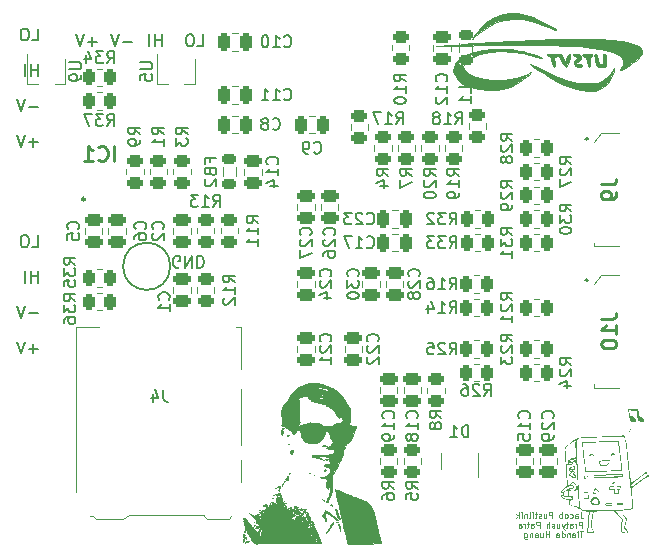
<source format=gbo>
%TF.GenerationSoftware,KiCad,Pcbnew,7.0.2*%
%TF.CreationDate,2023-11-21T14:40:01-06:00*%
%TF.ProjectId,LeaderSOM,4c656164-6572-4534-9f4d-2e6b69636164,rev?*%
%TF.SameCoordinates,Original*%
%TF.FileFunction,Legend,Bot*%
%TF.FilePolarity,Positive*%
%FSLAX46Y46*%
G04 Gerber Fmt 4.6, Leading zero omitted, Abs format (unit mm)*
G04 Created by KiCad (PCBNEW 7.0.2) date 2023-11-21 14:40:01*
%MOMM*%
%LPD*%
G01*
G04 APERTURE LIST*
G04 Aperture macros list*
%AMRoundRect*
0 Rectangle with rounded corners*
0 $1 Rounding radius*
0 $2 $3 $4 $5 $6 $7 $8 $9 X,Y pos of 4 corners*
0 Add a 4 corners polygon primitive as box body*
4,1,4,$2,$3,$4,$5,$6,$7,$8,$9,$2,$3,0*
0 Add four circle primitives for the rounded corners*
1,1,$1+$1,$2,$3*
1,1,$1+$1,$4,$5*
1,1,$1+$1,$6,$7*
1,1,$1+$1,$8,$9*
0 Add four rect primitives between the rounded corners*
20,1,$1+$1,$2,$3,$4,$5,0*
20,1,$1+$1,$4,$5,$6,$7,0*
20,1,$1+$1,$6,$7,$8,$9,0*
20,1,$1+$1,$8,$9,$2,$3,0*%
%AMFreePoly0*
4,1,7,1.500000,0.866025,1.500000,-0.866025,0.000000,-1.732051,-1.500000,-0.866025,-1.500000,0.866025,0.000000,1.732051,1.500000,0.866025,1.500000,0.866025,$1*%
G04 Aperture macros list end*
%ADD10C,0.150000*%
%ADD11C,0.080000*%
%ADD12C,0.254000*%
%ADD13C,0.120000*%
%ADD14C,0.010000*%
%ADD15C,0.250000*%
%ADD16C,0.100000*%
%ADD17C,0.200000*%
%ADD18C,3.000000*%
%ADD19R,1.700000X1.700000*%
%ADD20O,1.700000X1.700000*%
%ADD21C,1.270000*%
%ADD22C,1.700000*%
%ADD23C,1.725000*%
%ADD24O,1.200000X1.900000*%
%ADD25C,1.450000*%
%ADD26RoundRect,0.250000X-0.262500X-0.450000X0.262500X-0.450000X0.262500X0.450000X-0.262500X0.450000X0*%
%ADD27RoundRect,0.250000X-0.475000X0.250000X-0.475000X-0.250000X0.475000X-0.250000X0.475000X0.250000X0*%
%ADD28RoundRect,0.250000X0.262500X0.450000X-0.262500X0.450000X-0.262500X-0.450000X0.262500X-0.450000X0*%
%ADD29RoundRect,0.250000X0.475000X-0.250000X0.475000X0.250000X-0.475000X0.250000X-0.475000X-0.250000X0*%
%ADD30FreePoly0,180.000000*%
%ADD31R,0.700000X1.000000*%
%ADD32RoundRect,0.250000X0.450000X-0.262500X0.450000X0.262500X-0.450000X0.262500X-0.450000X-0.262500X0*%
%ADD33RoundRect,0.250000X-0.450000X0.262500X-0.450000X-0.262500X0.450000X-0.262500X0.450000X0.262500X0*%
%ADD34RoundRect,0.250000X-0.250000X-0.475000X0.250000X-0.475000X0.250000X0.475000X-0.250000X0.475000X0*%
%ADD35RoundRect,0.250000X0.250000X0.475000X-0.250000X0.475000X-0.250000X-0.475000X0.250000X-0.475000X0*%
%ADD36RoundRect,0.218750X0.381250X-0.218750X0.381250X0.218750X-0.381250X0.218750X-0.381250X-0.218750X0*%
%ADD37R,0.700000X1.200000*%
%ADD38R,1.000000X0.800000*%
%ADD39R,1.000000X2.800000*%
%ADD40R,1.000000X1.200000*%
%ADD41R,1.300000X1.900000*%
%ADD42R,1.000000X0.700000*%
%ADD43R,0.600000X0.700000*%
%ADD44R,0.600000X0.350000*%
%ADD45R,1.100000X1.700000*%
%ADD46RoundRect,0.218750X-0.381250X0.218750X-0.381250X-0.218750X0.381250X-0.218750X0.381250X0.218750X0*%
%ADD47C,0.850000*%
%ADD48R,1.500000X0.550000*%
G04 APERTURE END LIST*
D10*
X108500000Y-74500000D02*
G75*
G03*
X108500000Y-74500000I-2000000J0D01*
G01*
X109261904Y-74574761D02*
X109166666Y-74622380D01*
X109166666Y-74622380D02*
X109023809Y-74622380D01*
X109023809Y-74622380D02*
X108880952Y-74574761D01*
X108880952Y-74574761D02*
X108785714Y-74479523D01*
X108785714Y-74479523D02*
X108738095Y-74384285D01*
X108738095Y-74384285D02*
X108690476Y-74193809D01*
X108690476Y-74193809D02*
X108690476Y-74050952D01*
X108690476Y-74050952D02*
X108738095Y-73860476D01*
X108738095Y-73860476D02*
X108785714Y-73765238D01*
X108785714Y-73765238D02*
X108880952Y-73670000D01*
X108880952Y-73670000D02*
X109023809Y-73622380D01*
X109023809Y-73622380D02*
X109119047Y-73622380D01*
X109119047Y-73622380D02*
X109261904Y-73670000D01*
X109261904Y-73670000D02*
X109309523Y-73717619D01*
X109309523Y-73717619D02*
X109309523Y-74050952D01*
X109309523Y-74050952D02*
X109119047Y-74050952D01*
X109738095Y-73622380D02*
X109738095Y-74622380D01*
X109738095Y-74622380D02*
X110309523Y-73622380D01*
X110309523Y-73622380D02*
X110309523Y-74622380D01*
X110785714Y-73622380D02*
X110785714Y-74622380D01*
X110785714Y-74622380D02*
X111023809Y-74622380D01*
X111023809Y-74622380D02*
X111166666Y-74574761D01*
X111166666Y-74574761D02*
X111261904Y-74479523D01*
X111261904Y-74479523D02*
X111309523Y-74384285D01*
X111309523Y-74384285D02*
X111357142Y-74193809D01*
X111357142Y-74193809D02*
X111357142Y-74050952D01*
X111357142Y-74050952D02*
X111309523Y-73860476D01*
X111309523Y-73860476D02*
X111261904Y-73765238D01*
X111261904Y-73765238D02*
X111166666Y-73670000D01*
X111166666Y-73670000D02*
X111023809Y-73622380D01*
X111023809Y-73622380D02*
X110785714Y-73622380D01*
D11*
X143238095Y-95318809D02*
X143238095Y-95675952D01*
X143238095Y-95675952D02*
X143261904Y-95747380D01*
X143261904Y-95747380D02*
X143309523Y-95795000D01*
X143309523Y-95795000D02*
X143380952Y-95818809D01*
X143380952Y-95818809D02*
X143428571Y-95818809D01*
X142785714Y-95818809D02*
X142785714Y-95556904D01*
X142785714Y-95556904D02*
X142809524Y-95509285D01*
X142809524Y-95509285D02*
X142857143Y-95485476D01*
X142857143Y-95485476D02*
X142952381Y-95485476D01*
X142952381Y-95485476D02*
X143000000Y-95509285D01*
X142785714Y-95795000D02*
X142833333Y-95818809D01*
X142833333Y-95818809D02*
X142952381Y-95818809D01*
X142952381Y-95818809D02*
X143000000Y-95795000D01*
X143000000Y-95795000D02*
X143023809Y-95747380D01*
X143023809Y-95747380D02*
X143023809Y-95699761D01*
X143023809Y-95699761D02*
X143000000Y-95652142D01*
X143000000Y-95652142D02*
X142952381Y-95628333D01*
X142952381Y-95628333D02*
X142833333Y-95628333D01*
X142833333Y-95628333D02*
X142785714Y-95604523D01*
X142333333Y-95795000D02*
X142380952Y-95818809D01*
X142380952Y-95818809D02*
X142476190Y-95818809D01*
X142476190Y-95818809D02*
X142523809Y-95795000D01*
X142523809Y-95795000D02*
X142547619Y-95771190D01*
X142547619Y-95771190D02*
X142571428Y-95723571D01*
X142571428Y-95723571D02*
X142571428Y-95580714D01*
X142571428Y-95580714D02*
X142547619Y-95533095D01*
X142547619Y-95533095D02*
X142523809Y-95509285D01*
X142523809Y-95509285D02*
X142476190Y-95485476D01*
X142476190Y-95485476D02*
X142380952Y-95485476D01*
X142380952Y-95485476D02*
X142333333Y-95509285D01*
X142047619Y-95818809D02*
X142095238Y-95795000D01*
X142095238Y-95795000D02*
X142119048Y-95771190D01*
X142119048Y-95771190D02*
X142142857Y-95723571D01*
X142142857Y-95723571D02*
X142142857Y-95580714D01*
X142142857Y-95580714D02*
X142119048Y-95533095D01*
X142119048Y-95533095D02*
X142095238Y-95509285D01*
X142095238Y-95509285D02*
X142047619Y-95485476D01*
X142047619Y-95485476D02*
X141976191Y-95485476D01*
X141976191Y-95485476D02*
X141928572Y-95509285D01*
X141928572Y-95509285D02*
X141904762Y-95533095D01*
X141904762Y-95533095D02*
X141880953Y-95580714D01*
X141880953Y-95580714D02*
X141880953Y-95723571D01*
X141880953Y-95723571D02*
X141904762Y-95771190D01*
X141904762Y-95771190D02*
X141928572Y-95795000D01*
X141928572Y-95795000D02*
X141976191Y-95818809D01*
X141976191Y-95818809D02*
X142047619Y-95818809D01*
X141666667Y-95818809D02*
X141666667Y-95318809D01*
X141666667Y-95509285D02*
X141619048Y-95485476D01*
X141619048Y-95485476D02*
X141523810Y-95485476D01*
X141523810Y-95485476D02*
X141476191Y-95509285D01*
X141476191Y-95509285D02*
X141452381Y-95533095D01*
X141452381Y-95533095D02*
X141428572Y-95580714D01*
X141428572Y-95580714D02*
X141428572Y-95723571D01*
X141428572Y-95723571D02*
X141452381Y-95771190D01*
X141452381Y-95771190D02*
X141476191Y-95795000D01*
X141476191Y-95795000D02*
X141523810Y-95818809D01*
X141523810Y-95818809D02*
X141619048Y-95818809D01*
X141619048Y-95818809D02*
X141666667Y-95795000D01*
X140833334Y-95818809D02*
X140833334Y-95318809D01*
X140833334Y-95318809D02*
X140642858Y-95318809D01*
X140642858Y-95318809D02*
X140595239Y-95342619D01*
X140595239Y-95342619D02*
X140571429Y-95366428D01*
X140571429Y-95366428D02*
X140547620Y-95414047D01*
X140547620Y-95414047D02*
X140547620Y-95485476D01*
X140547620Y-95485476D02*
X140571429Y-95533095D01*
X140571429Y-95533095D02*
X140595239Y-95556904D01*
X140595239Y-95556904D02*
X140642858Y-95580714D01*
X140642858Y-95580714D02*
X140833334Y-95580714D01*
X140119048Y-95485476D02*
X140119048Y-95818809D01*
X140333334Y-95485476D02*
X140333334Y-95747380D01*
X140333334Y-95747380D02*
X140309524Y-95795000D01*
X140309524Y-95795000D02*
X140261905Y-95818809D01*
X140261905Y-95818809D02*
X140190477Y-95818809D01*
X140190477Y-95818809D02*
X140142858Y-95795000D01*
X140142858Y-95795000D02*
X140119048Y-95771190D01*
X139904762Y-95795000D02*
X139857143Y-95818809D01*
X139857143Y-95818809D02*
X139761905Y-95818809D01*
X139761905Y-95818809D02*
X139714286Y-95795000D01*
X139714286Y-95795000D02*
X139690477Y-95747380D01*
X139690477Y-95747380D02*
X139690477Y-95723571D01*
X139690477Y-95723571D02*
X139714286Y-95675952D01*
X139714286Y-95675952D02*
X139761905Y-95652142D01*
X139761905Y-95652142D02*
X139833334Y-95652142D01*
X139833334Y-95652142D02*
X139880953Y-95628333D01*
X139880953Y-95628333D02*
X139904762Y-95580714D01*
X139904762Y-95580714D02*
X139904762Y-95556904D01*
X139904762Y-95556904D02*
X139880953Y-95509285D01*
X139880953Y-95509285D02*
X139833334Y-95485476D01*
X139833334Y-95485476D02*
X139761905Y-95485476D01*
X139761905Y-95485476D02*
X139714286Y-95509285D01*
X139547619Y-95485476D02*
X139357143Y-95485476D01*
X139476191Y-95318809D02*
X139476191Y-95747380D01*
X139476191Y-95747380D02*
X139452381Y-95795000D01*
X139452381Y-95795000D02*
X139404762Y-95818809D01*
X139404762Y-95818809D02*
X139357143Y-95818809D01*
X139190477Y-95818809D02*
X139190477Y-95485476D01*
X139190477Y-95318809D02*
X139214286Y-95342619D01*
X139214286Y-95342619D02*
X139190477Y-95366428D01*
X139190477Y-95366428D02*
X139166667Y-95342619D01*
X139166667Y-95342619D02*
X139190477Y-95318809D01*
X139190477Y-95318809D02*
X139190477Y-95366428D01*
X138880953Y-95818809D02*
X138928572Y-95795000D01*
X138928572Y-95795000D02*
X138952382Y-95747380D01*
X138952382Y-95747380D02*
X138952382Y-95318809D01*
X138690477Y-95485476D02*
X138690477Y-95818809D01*
X138690477Y-95533095D02*
X138666667Y-95509285D01*
X138666667Y-95509285D02*
X138619048Y-95485476D01*
X138619048Y-95485476D02*
X138547620Y-95485476D01*
X138547620Y-95485476D02*
X138500001Y-95509285D01*
X138500001Y-95509285D02*
X138476191Y-95556904D01*
X138476191Y-95556904D02*
X138476191Y-95818809D01*
X138238096Y-95818809D02*
X138238096Y-95485476D01*
X138238096Y-95318809D02*
X138261905Y-95342619D01*
X138261905Y-95342619D02*
X138238096Y-95366428D01*
X138238096Y-95366428D02*
X138214286Y-95342619D01*
X138214286Y-95342619D02*
X138238096Y-95318809D01*
X138238096Y-95318809D02*
X138238096Y-95366428D01*
X138000001Y-95818809D02*
X138000001Y-95318809D01*
X137952382Y-95628333D02*
X137809525Y-95818809D01*
X137809525Y-95485476D02*
X138000001Y-95675952D01*
X143380952Y-96628809D02*
X143380952Y-96128809D01*
X143380952Y-96128809D02*
X143190476Y-96128809D01*
X143190476Y-96128809D02*
X143142857Y-96152619D01*
X143142857Y-96152619D02*
X143119047Y-96176428D01*
X143119047Y-96176428D02*
X143095238Y-96224047D01*
X143095238Y-96224047D02*
X143095238Y-96295476D01*
X143095238Y-96295476D02*
X143119047Y-96343095D01*
X143119047Y-96343095D02*
X143142857Y-96366904D01*
X143142857Y-96366904D02*
X143190476Y-96390714D01*
X143190476Y-96390714D02*
X143380952Y-96390714D01*
X142880952Y-96628809D02*
X142880952Y-96295476D01*
X142880952Y-96390714D02*
X142857142Y-96343095D01*
X142857142Y-96343095D02*
X142833333Y-96319285D01*
X142833333Y-96319285D02*
X142785714Y-96295476D01*
X142785714Y-96295476D02*
X142738095Y-96295476D01*
X142357142Y-96628809D02*
X142357142Y-96366904D01*
X142357142Y-96366904D02*
X142380952Y-96319285D01*
X142380952Y-96319285D02*
X142428571Y-96295476D01*
X142428571Y-96295476D02*
X142523809Y-96295476D01*
X142523809Y-96295476D02*
X142571428Y-96319285D01*
X142357142Y-96605000D02*
X142404761Y-96628809D01*
X142404761Y-96628809D02*
X142523809Y-96628809D01*
X142523809Y-96628809D02*
X142571428Y-96605000D01*
X142571428Y-96605000D02*
X142595237Y-96557380D01*
X142595237Y-96557380D02*
X142595237Y-96509761D01*
X142595237Y-96509761D02*
X142571428Y-96462142D01*
X142571428Y-96462142D02*
X142523809Y-96438333D01*
X142523809Y-96438333D02*
X142404761Y-96438333D01*
X142404761Y-96438333D02*
X142357142Y-96414523D01*
X142190475Y-96295476D02*
X141999999Y-96295476D01*
X142119047Y-96128809D02*
X142119047Y-96557380D01*
X142119047Y-96557380D02*
X142095237Y-96605000D01*
X142095237Y-96605000D02*
X142047618Y-96628809D01*
X142047618Y-96628809D02*
X141999999Y-96628809D01*
X141880952Y-96295476D02*
X141761904Y-96628809D01*
X141642857Y-96295476D02*
X141761904Y-96628809D01*
X141761904Y-96628809D02*
X141809523Y-96747857D01*
X141809523Y-96747857D02*
X141833333Y-96771666D01*
X141833333Y-96771666D02*
X141880952Y-96795476D01*
X141238095Y-96295476D02*
X141238095Y-96628809D01*
X141452381Y-96295476D02*
X141452381Y-96557380D01*
X141452381Y-96557380D02*
X141428571Y-96605000D01*
X141428571Y-96605000D02*
X141380952Y-96628809D01*
X141380952Y-96628809D02*
X141309524Y-96628809D01*
X141309524Y-96628809D02*
X141261905Y-96605000D01*
X141261905Y-96605000D02*
X141238095Y-96581190D01*
X141023809Y-96605000D02*
X140976190Y-96628809D01*
X140976190Y-96628809D02*
X140880952Y-96628809D01*
X140880952Y-96628809D02*
X140833333Y-96605000D01*
X140833333Y-96605000D02*
X140809524Y-96557380D01*
X140809524Y-96557380D02*
X140809524Y-96533571D01*
X140809524Y-96533571D02*
X140833333Y-96485952D01*
X140833333Y-96485952D02*
X140880952Y-96462142D01*
X140880952Y-96462142D02*
X140952381Y-96462142D01*
X140952381Y-96462142D02*
X141000000Y-96438333D01*
X141000000Y-96438333D02*
X141023809Y-96390714D01*
X141023809Y-96390714D02*
X141023809Y-96366904D01*
X141023809Y-96366904D02*
X141000000Y-96319285D01*
X141000000Y-96319285D02*
X140952381Y-96295476D01*
X140952381Y-96295476D02*
X140880952Y-96295476D01*
X140880952Y-96295476D02*
X140833333Y-96319285D01*
X140595238Y-96628809D02*
X140595238Y-96128809D01*
X140380952Y-96628809D02*
X140380952Y-96366904D01*
X140380952Y-96366904D02*
X140404762Y-96319285D01*
X140404762Y-96319285D02*
X140452381Y-96295476D01*
X140452381Y-96295476D02*
X140523809Y-96295476D01*
X140523809Y-96295476D02*
X140571428Y-96319285D01*
X140571428Y-96319285D02*
X140595238Y-96343095D01*
X139761905Y-96628809D02*
X139761905Y-96128809D01*
X139761905Y-96128809D02*
X139571429Y-96128809D01*
X139571429Y-96128809D02*
X139523810Y-96152619D01*
X139523810Y-96152619D02*
X139500000Y-96176428D01*
X139500000Y-96176428D02*
X139476191Y-96224047D01*
X139476191Y-96224047D02*
X139476191Y-96295476D01*
X139476191Y-96295476D02*
X139500000Y-96343095D01*
X139500000Y-96343095D02*
X139523810Y-96366904D01*
X139523810Y-96366904D02*
X139571429Y-96390714D01*
X139571429Y-96390714D02*
X139761905Y-96390714D01*
X139047619Y-96628809D02*
X139047619Y-96366904D01*
X139047619Y-96366904D02*
X139071429Y-96319285D01*
X139071429Y-96319285D02*
X139119048Y-96295476D01*
X139119048Y-96295476D02*
X139214286Y-96295476D01*
X139214286Y-96295476D02*
X139261905Y-96319285D01*
X139047619Y-96605000D02*
X139095238Y-96628809D01*
X139095238Y-96628809D02*
X139214286Y-96628809D01*
X139214286Y-96628809D02*
X139261905Y-96605000D01*
X139261905Y-96605000D02*
X139285714Y-96557380D01*
X139285714Y-96557380D02*
X139285714Y-96509761D01*
X139285714Y-96509761D02*
X139261905Y-96462142D01*
X139261905Y-96462142D02*
X139214286Y-96438333D01*
X139214286Y-96438333D02*
X139095238Y-96438333D01*
X139095238Y-96438333D02*
X139047619Y-96414523D01*
X138880952Y-96295476D02*
X138690476Y-96295476D01*
X138809524Y-96128809D02*
X138809524Y-96557380D01*
X138809524Y-96557380D02*
X138785714Y-96605000D01*
X138785714Y-96605000D02*
X138738095Y-96628809D01*
X138738095Y-96628809D02*
X138690476Y-96628809D01*
X138523810Y-96628809D02*
X138523810Y-96295476D01*
X138523810Y-96390714D02*
X138500000Y-96343095D01*
X138500000Y-96343095D02*
X138476191Y-96319285D01*
X138476191Y-96319285D02*
X138428572Y-96295476D01*
X138428572Y-96295476D02*
X138380953Y-96295476D01*
X138000000Y-96628809D02*
X138000000Y-96366904D01*
X138000000Y-96366904D02*
X138023810Y-96319285D01*
X138023810Y-96319285D02*
X138071429Y-96295476D01*
X138071429Y-96295476D02*
X138166667Y-96295476D01*
X138166667Y-96295476D02*
X138214286Y-96319285D01*
X138000000Y-96605000D02*
X138047619Y-96628809D01*
X138047619Y-96628809D02*
X138166667Y-96628809D01*
X138166667Y-96628809D02*
X138214286Y-96605000D01*
X138214286Y-96605000D02*
X138238095Y-96557380D01*
X138238095Y-96557380D02*
X138238095Y-96509761D01*
X138238095Y-96509761D02*
X138214286Y-96462142D01*
X138214286Y-96462142D02*
X138166667Y-96438333D01*
X138166667Y-96438333D02*
X138047619Y-96438333D01*
X138047619Y-96438333D02*
X138000000Y-96414523D01*
X143452380Y-96938809D02*
X143166666Y-96938809D01*
X143309523Y-97438809D02*
X143309523Y-96938809D01*
X143000000Y-97438809D02*
X143000000Y-97105476D01*
X143000000Y-96938809D02*
X143023809Y-96962619D01*
X143023809Y-96962619D02*
X143000000Y-96986428D01*
X143000000Y-96986428D02*
X142976190Y-96962619D01*
X142976190Y-96962619D02*
X143000000Y-96938809D01*
X143000000Y-96938809D02*
X143000000Y-96986428D01*
X142547619Y-97438809D02*
X142547619Y-97176904D01*
X142547619Y-97176904D02*
X142571429Y-97129285D01*
X142571429Y-97129285D02*
X142619048Y-97105476D01*
X142619048Y-97105476D02*
X142714286Y-97105476D01*
X142714286Y-97105476D02*
X142761905Y-97129285D01*
X142547619Y-97415000D02*
X142595238Y-97438809D01*
X142595238Y-97438809D02*
X142714286Y-97438809D01*
X142714286Y-97438809D02*
X142761905Y-97415000D01*
X142761905Y-97415000D02*
X142785714Y-97367380D01*
X142785714Y-97367380D02*
X142785714Y-97319761D01*
X142785714Y-97319761D02*
X142761905Y-97272142D01*
X142761905Y-97272142D02*
X142714286Y-97248333D01*
X142714286Y-97248333D02*
X142595238Y-97248333D01*
X142595238Y-97248333D02*
X142547619Y-97224523D01*
X142309524Y-97105476D02*
X142309524Y-97438809D01*
X142309524Y-97153095D02*
X142285714Y-97129285D01*
X142285714Y-97129285D02*
X142238095Y-97105476D01*
X142238095Y-97105476D02*
X142166667Y-97105476D01*
X142166667Y-97105476D02*
X142119048Y-97129285D01*
X142119048Y-97129285D02*
X142095238Y-97176904D01*
X142095238Y-97176904D02*
X142095238Y-97438809D01*
X141642857Y-97438809D02*
X141642857Y-96938809D01*
X141642857Y-97415000D02*
X141690476Y-97438809D01*
X141690476Y-97438809D02*
X141785714Y-97438809D01*
X141785714Y-97438809D02*
X141833333Y-97415000D01*
X141833333Y-97415000D02*
X141857143Y-97391190D01*
X141857143Y-97391190D02*
X141880952Y-97343571D01*
X141880952Y-97343571D02*
X141880952Y-97200714D01*
X141880952Y-97200714D02*
X141857143Y-97153095D01*
X141857143Y-97153095D02*
X141833333Y-97129285D01*
X141833333Y-97129285D02*
X141785714Y-97105476D01*
X141785714Y-97105476D02*
X141690476Y-97105476D01*
X141690476Y-97105476D02*
X141642857Y-97129285D01*
X141190476Y-97438809D02*
X141190476Y-97176904D01*
X141190476Y-97176904D02*
X141214286Y-97129285D01*
X141214286Y-97129285D02*
X141261905Y-97105476D01*
X141261905Y-97105476D02*
X141357143Y-97105476D01*
X141357143Y-97105476D02*
X141404762Y-97129285D01*
X141190476Y-97415000D02*
X141238095Y-97438809D01*
X141238095Y-97438809D02*
X141357143Y-97438809D01*
X141357143Y-97438809D02*
X141404762Y-97415000D01*
X141404762Y-97415000D02*
X141428571Y-97367380D01*
X141428571Y-97367380D02*
X141428571Y-97319761D01*
X141428571Y-97319761D02*
X141404762Y-97272142D01*
X141404762Y-97272142D02*
X141357143Y-97248333D01*
X141357143Y-97248333D02*
X141238095Y-97248333D01*
X141238095Y-97248333D02*
X141190476Y-97224523D01*
X140571429Y-97438809D02*
X140571429Y-96938809D01*
X140571429Y-97176904D02*
X140285715Y-97176904D01*
X140285715Y-97438809D02*
X140285715Y-96938809D01*
X139833333Y-97105476D02*
X139833333Y-97438809D01*
X140047619Y-97105476D02*
X140047619Y-97367380D01*
X140047619Y-97367380D02*
X140023809Y-97415000D01*
X140023809Y-97415000D02*
X139976190Y-97438809D01*
X139976190Y-97438809D02*
X139904762Y-97438809D01*
X139904762Y-97438809D02*
X139857143Y-97415000D01*
X139857143Y-97415000D02*
X139833333Y-97391190D01*
X139380952Y-97438809D02*
X139380952Y-97176904D01*
X139380952Y-97176904D02*
X139404762Y-97129285D01*
X139404762Y-97129285D02*
X139452381Y-97105476D01*
X139452381Y-97105476D02*
X139547619Y-97105476D01*
X139547619Y-97105476D02*
X139595238Y-97129285D01*
X139380952Y-97415000D02*
X139428571Y-97438809D01*
X139428571Y-97438809D02*
X139547619Y-97438809D01*
X139547619Y-97438809D02*
X139595238Y-97415000D01*
X139595238Y-97415000D02*
X139619047Y-97367380D01*
X139619047Y-97367380D02*
X139619047Y-97319761D01*
X139619047Y-97319761D02*
X139595238Y-97272142D01*
X139595238Y-97272142D02*
X139547619Y-97248333D01*
X139547619Y-97248333D02*
X139428571Y-97248333D01*
X139428571Y-97248333D02*
X139380952Y-97224523D01*
X139142857Y-97105476D02*
X139142857Y-97438809D01*
X139142857Y-97153095D02*
X139119047Y-97129285D01*
X139119047Y-97129285D02*
X139071428Y-97105476D01*
X139071428Y-97105476D02*
X139000000Y-97105476D01*
X139000000Y-97105476D02*
X138952381Y-97129285D01*
X138952381Y-97129285D02*
X138928571Y-97176904D01*
X138928571Y-97176904D02*
X138928571Y-97438809D01*
X138476190Y-97105476D02*
X138476190Y-97510238D01*
X138476190Y-97510238D02*
X138500000Y-97557857D01*
X138500000Y-97557857D02*
X138523809Y-97581666D01*
X138523809Y-97581666D02*
X138571428Y-97605476D01*
X138571428Y-97605476D02*
X138642857Y-97605476D01*
X138642857Y-97605476D02*
X138690476Y-97581666D01*
X138476190Y-97415000D02*
X138523809Y-97438809D01*
X138523809Y-97438809D02*
X138619047Y-97438809D01*
X138619047Y-97438809D02*
X138666666Y-97415000D01*
X138666666Y-97415000D02*
X138690476Y-97391190D01*
X138690476Y-97391190D02*
X138714285Y-97343571D01*
X138714285Y-97343571D02*
X138714285Y-97200714D01*
X138714285Y-97200714D02*
X138690476Y-97153095D01*
X138690476Y-97153095D02*
X138666666Y-97129285D01*
X138666666Y-97129285D02*
X138619047Y-97105476D01*
X138619047Y-97105476D02*
X138523809Y-97105476D01*
X138523809Y-97105476D02*
X138476190Y-97129285D01*
D10*
X97261904Y-58377619D02*
X97261904Y-57377619D01*
X97261904Y-57853809D02*
X96690476Y-57853809D01*
X96690476Y-58377619D02*
X96690476Y-57377619D01*
X96214285Y-58377619D02*
X96214285Y-57377619D01*
X97261904Y-63996666D02*
X96500000Y-63996666D01*
X96880952Y-64377619D02*
X96880952Y-63615714D01*
X96166666Y-63377619D02*
X95833333Y-64377619D01*
X95833333Y-64377619D02*
X95500000Y-63377619D01*
X102261904Y-55496666D02*
X101500000Y-55496666D01*
X101880952Y-55877619D02*
X101880952Y-55115714D01*
X101166666Y-54877619D02*
X100833333Y-55877619D01*
X100833333Y-55877619D02*
X100500000Y-54877619D01*
X97261904Y-75877619D02*
X97261904Y-74877619D01*
X97261904Y-75353809D02*
X96690476Y-75353809D01*
X96690476Y-75877619D02*
X96690476Y-74877619D01*
X96214285Y-75877619D02*
X96214285Y-74877619D01*
X96785714Y-55377619D02*
X97261904Y-55377619D01*
X97261904Y-55377619D02*
X97261904Y-54377619D01*
X96261904Y-54377619D02*
X96071428Y-54377619D01*
X96071428Y-54377619D02*
X95976190Y-54425238D01*
X95976190Y-54425238D02*
X95880952Y-54520476D01*
X95880952Y-54520476D02*
X95833333Y-54710952D01*
X95833333Y-54710952D02*
X95833333Y-55044285D01*
X95833333Y-55044285D02*
X95880952Y-55234761D01*
X95880952Y-55234761D02*
X95976190Y-55330000D01*
X95976190Y-55330000D02*
X96071428Y-55377619D01*
X96071428Y-55377619D02*
X96261904Y-55377619D01*
X96261904Y-55377619D02*
X96357142Y-55330000D01*
X96357142Y-55330000D02*
X96452380Y-55234761D01*
X96452380Y-55234761D02*
X96499999Y-55044285D01*
X96499999Y-55044285D02*
X96499999Y-54710952D01*
X96499999Y-54710952D02*
X96452380Y-54520476D01*
X96452380Y-54520476D02*
X96357142Y-54425238D01*
X96357142Y-54425238D02*
X96261904Y-54377619D01*
X97261904Y-60996666D02*
X96500000Y-60996666D01*
X96166666Y-60377619D02*
X95833333Y-61377619D01*
X95833333Y-61377619D02*
X95500000Y-60377619D01*
X107761904Y-55877619D02*
X107761904Y-54877619D01*
X107761904Y-55353809D02*
X107190476Y-55353809D01*
X107190476Y-55877619D02*
X107190476Y-54877619D01*
X106714285Y-55877619D02*
X106714285Y-54877619D01*
X97261904Y-78496666D02*
X96500000Y-78496666D01*
X96166666Y-77877619D02*
X95833333Y-78877619D01*
X95833333Y-78877619D02*
X95500000Y-77877619D01*
X105261904Y-55496666D02*
X104500000Y-55496666D01*
X104166666Y-54877619D02*
X103833333Y-55877619D01*
X103833333Y-55877619D02*
X103500000Y-54877619D01*
X96785714Y-72877619D02*
X97261904Y-72877619D01*
X97261904Y-72877619D02*
X97261904Y-71877619D01*
X96261904Y-71877619D02*
X96071428Y-71877619D01*
X96071428Y-71877619D02*
X95976190Y-71925238D01*
X95976190Y-71925238D02*
X95880952Y-72020476D01*
X95880952Y-72020476D02*
X95833333Y-72210952D01*
X95833333Y-72210952D02*
X95833333Y-72544285D01*
X95833333Y-72544285D02*
X95880952Y-72734761D01*
X95880952Y-72734761D02*
X95976190Y-72830000D01*
X95976190Y-72830000D02*
X96071428Y-72877619D01*
X96071428Y-72877619D02*
X96261904Y-72877619D01*
X96261904Y-72877619D02*
X96357142Y-72830000D01*
X96357142Y-72830000D02*
X96452380Y-72734761D01*
X96452380Y-72734761D02*
X96499999Y-72544285D01*
X96499999Y-72544285D02*
X96499999Y-72210952D01*
X96499999Y-72210952D02*
X96452380Y-72020476D01*
X96452380Y-72020476D02*
X96357142Y-71925238D01*
X96357142Y-71925238D02*
X96261904Y-71877619D01*
X97261904Y-81496666D02*
X96500000Y-81496666D01*
X96880952Y-81877619D02*
X96880952Y-81115714D01*
X96166666Y-80877619D02*
X95833333Y-81877619D01*
X95833333Y-81877619D02*
X95500000Y-80877619D01*
X110785714Y-55877619D02*
X111261904Y-55877619D01*
X111261904Y-55877619D02*
X111261904Y-54877619D01*
X110261904Y-54877619D02*
X110071428Y-54877619D01*
X110071428Y-54877619D02*
X109976190Y-54925238D01*
X109976190Y-54925238D02*
X109880952Y-55020476D01*
X109880952Y-55020476D02*
X109833333Y-55210952D01*
X109833333Y-55210952D02*
X109833333Y-55544285D01*
X109833333Y-55544285D02*
X109880952Y-55734761D01*
X109880952Y-55734761D02*
X109976190Y-55830000D01*
X109976190Y-55830000D02*
X110071428Y-55877619D01*
X110071428Y-55877619D02*
X110261904Y-55877619D01*
X110261904Y-55877619D02*
X110357142Y-55830000D01*
X110357142Y-55830000D02*
X110452380Y-55734761D01*
X110452380Y-55734761D02*
X110499999Y-55544285D01*
X110499999Y-55544285D02*
X110499999Y-55210952D01*
X110499999Y-55210952D02*
X110452380Y-55020476D01*
X110452380Y-55020476D02*
X110357142Y-54925238D01*
X110357142Y-54925238D02*
X110261904Y-54877619D01*
X137462619Y-77357142D02*
X136986428Y-77023809D01*
X137462619Y-76785714D02*
X136462619Y-76785714D01*
X136462619Y-76785714D02*
X136462619Y-77166666D01*
X136462619Y-77166666D02*
X136510238Y-77261904D01*
X136510238Y-77261904D02*
X136557857Y-77309523D01*
X136557857Y-77309523D02*
X136653095Y-77357142D01*
X136653095Y-77357142D02*
X136795952Y-77357142D01*
X136795952Y-77357142D02*
X136891190Y-77309523D01*
X136891190Y-77309523D02*
X136938809Y-77261904D01*
X136938809Y-77261904D02*
X136986428Y-77166666D01*
X136986428Y-77166666D02*
X136986428Y-76785714D01*
X136557857Y-77738095D02*
X136510238Y-77785714D01*
X136510238Y-77785714D02*
X136462619Y-77880952D01*
X136462619Y-77880952D02*
X136462619Y-78119047D01*
X136462619Y-78119047D02*
X136510238Y-78214285D01*
X136510238Y-78214285D02*
X136557857Y-78261904D01*
X136557857Y-78261904D02*
X136653095Y-78309523D01*
X136653095Y-78309523D02*
X136748333Y-78309523D01*
X136748333Y-78309523D02*
X136891190Y-78261904D01*
X136891190Y-78261904D02*
X137462619Y-77690476D01*
X137462619Y-77690476D02*
X137462619Y-78309523D01*
X137462619Y-79261904D02*
X137462619Y-78690476D01*
X137462619Y-78976190D02*
X136462619Y-78976190D01*
X136462619Y-78976190D02*
X136605476Y-78880952D01*
X136605476Y-78880952D02*
X136700714Y-78785714D01*
X136700714Y-78785714D02*
X136748333Y-78690476D01*
X122367380Y-71857142D02*
X122415000Y-71809523D01*
X122415000Y-71809523D02*
X122462619Y-71666666D01*
X122462619Y-71666666D02*
X122462619Y-71571428D01*
X122462619Y-71571428D02*
X122415000Y-71428571D01*
X122415000Y-71428571D02*
X122319761Y-71333333D01*
X122319761Y-71333333D02*
X122224523Y-71285714D01*
X122224523Y-71285714D02*
X122034047Y-71238095D01*
X122034047Y-71238095D02*
X121891190Y-71238095D01*
X121891190Y-71238095D02*
X121700714Y-71285714D01*
X121700714Y-71285714D02*
X121605476Y-71333333D01*
X121605476Y-71333333D02*
X121510238Y-71428571D01*
X121510238Y-71428571D02*
X121462619Y-71571428D01*
X121462619Y-71571428D02*
X121462619Y-71666666D01*
X121462619Y-71666666D02*
X121510238Y-71809523D01*
X121510238Y-71809523D02*
X121557857Y-71857142D01*
X121557857Y-72238095D02*
X121510238Y-72285714D01*
X121510238Y-72285714D02*
X121462619Y-72380952D01*
X121462619Y-72380952D02*
X121462619Y-72619047D01*
X121462619Y-72619047D02*
X121510238Y-72714285D01*
X121510238Y-72714285D02*
X121557857Y-72761904D01*
X121557857Y-72761904D02*
X121653095Y-72809523D01*
X121653095Y-72809523D02*
X121748333Y-72809523D01*
X121748333Y-72809523D02*
X121891190Y-72761904D01*
X121891190Y-72761904D02*
X122462619Y-72190476D01*
X122462619Y-72190476D02*
X122462619Y-72809523D01*
X121462619Y-73666666D02*
X121462619Y-73476190D01*
X121462619Y-73476190D02*
X121510238Y-73380952D01*
X121510238Y-73380952D02*
X121557857Y-73333333D01*
X121557857Y-73333333D02*
X121700714Y-73238095D01*
X121700714Y-73238095D02*
X121891190Y-73190476D01*
X121891190Y-73190476D02*
X122272142Y-73190476D01*
X122272142Y-73190476D02*
X122367380Y-73238095D01*
X122367380Y-73238095D02*
X122415000Y-73285714D01*
X122415000Y-73285714D02*
X122462619Y-73380952D01*
X122462619Y-73380952D02*
X122462619Y-73571428D01*
X122462619Y-73571428D02*
X122415000Y-73666666D01*
X122415000Y-73666666D02*
X122367380Y-73714285D01*
X122367380Y-73714285D02*
X122272142Y-73761904D01*
X122272142Y-73761904D02*
X122034047Y-73761904D01*
X122034047Y-73761904D02*
X121938809Y-73714285D01*
X121938809Y-73714285D02*
X121891190Y-73666666D01*
X121891190Y-73666666D02*
X121843571Y-73571428D01*
X121843571Y-73571428D02*
X121843571Y-73380952D01*
X121843571Y-73380952D02*
X121891190Y-73285714D01*
X121891190Y-73285714D02*
X121938809Y-73238095D01*
X121938809Y-73238095D02*
X122034047Y-73190476D01*
X132142857Y-76462619D02*
X132476190Y-75986428D01*
X132714285Y-76462619D02*
X132714285Y-75462619D01*
X132714285Y-75462619D02*
X132333333Y-75462619D01*
X132333333Y-75462619D02*
X132238095Y-75510238D01*
X132238095Y-75510238D02*
X132190476Y-75557857D01*
X132190476Y-75557857D02*
X132142857Y-75653095D01*
X132142857Y-75653095D02*
X132142857Y-75795952D01*
X132142857Y-75795952D02*
X132190476Y-75891190D01*
X132190476Y-75891190D02*
X132238095Y-75938809D01*
X132238095Y-75938809D02*
X132333333Y-75986428D01*
X132333333Y-75986428D02*
X132714285Y-75986428D01*
X131190476Y-76462619D02*
X131761904Y-76462619D01*
X131476190Y-76462619D02*
X131476190Y-75462619D01*
X131476190Y-75462619D02*
X131571428Y-75605476D01*
X131571428Y-75605476D02*
X131666666Y-75700714D01*
X131666666Y-75700714D02*
X131761904Y-75748333D01*
X130333333Y-75462619D02*
X130523809Y-75462619D01*
X130523809Y-75462619D02*
X130619047Y-75510238D01*
X130619047Y-75510238D02*
X130666666Y-75557857D01*
X130666666Y-75557857D02*
X130761904Y-75700714D01*
X130761904Y-75700714D02*
X130809523Y-75891190D01*
X130809523Y-75891190D02*
X130809523Y-76272142D01*
X130809523Y-76272142D02*
X130761904Y-76367380D01*
X130761904Y-76367380D02*
X130714285Y-76415000D01*
X130714285Y-76415000D02*
X130619047Y-76462619D01*
X130619047Y-76462619D02*
X130428571Y-76462619D01*
X130428571Y-76462619D02*
X130333333Y-76415000D01*
X130333333Y-76415000D02*
X130285714Y-76367380D01*
X130285714Y-76367380D02*
X130238095Y-76272142D01*
X130238095Y-76272142D02*
X130238095Y-76034047D01*
X130238095Y-76034047D02*
X130285714Y-75938809D01*
X130285714Y-75938809D02*
X130333333Y-75891190D01*
X130333333Y-75891190D02*
X130428571Y-75843571D01*
X130428571Y-75843571D02*
X130619047Y-75843571D01*
X130619047Y-75843571D02*
X130714285Y-75891190D01*
X130714285Y-75891190D02*
X130761904Y-75938809D01*
X130761904Y-75938809D02*
X130809523Y-76034047D01*
X127367380Y-87357142D02*
X127415000Y-87309523D01*
X127415000Y-87309523D02*
X127462619Y-87166666D01*
X127462619Y-87166666D02*
X127462619Y-87071428D01*
X127462619Y-87071428D02*
X127415000Y-86928571D01*
X127415000Y-86928571D02*
X127319761Y-86833333D01*
X127319761Y-86833333D02*
X127224523Y-86785714D01*
X127224523Y-86785714D02*
X127034047Y-86738095D01*
X127034047Y-86738095D02*
X126891190Y-86738095D01*
X126891190Y-86738095D02*
X126700714Y-86785714D01*
X126700714Y-86785714D02*
X126605476Y-86833333D01*
X126605476Y-86833333D02*
X126510238Y-86928571D01*
X126510238Y-86928571D02*
X126462619Y-87071428D01*
X126462619Y-87071428D02*
X126462619Y-87166666D01*
X126462619Y-87166666D02*
X126510238Y-87309523D01*
X126510238Y-87309523D02*
X126557857Y-87357142D01*
X127462619Y-88309523D02*
X127462619Y-87738095D01*
X127462619Y-88023809D02*
X126462619Y-88023809D01*
X126462619Y-88023809D02*
X126605476Y-87928571D01*
X126605476Y-87928571D02*
X126700714Y-87833333D01*
X126700714Y-87833333D02*
X126748333Y-87738095D01*
X127462619Y-88785714D02*
X127462619Y-88976190D01*
X127462619Y-88976190D02*
X127415000Y-89071428D01*
X127415000Y-89071428D02*
X127367380Y-89119047D01*
X127367380Y-89119047D02*
X127224523Y-89214285D01*
X127224523Y-89214285D02*
X127034047Y-89261904D01*
X127034047Y-89261904D02*
X126653095Y-89261904D01*
X126653095Y-89261904D02*
X126557857Y-89214285D01*
X126557857Y-89214285D02*
X126510238Y-89166666D01*
X126510238Y-89166666D02*
X126462619Y-89071428D01*
X126462619Y-89071428D02*
X126462619Y-88880952D01*
X126462619Y-88880952D02*
X126510238Y-88785714D01*
X126510238Y-88785714D02*
X126557857Y-88738095D01*
X126557857Y-88738095D02*
X126653095Y-88690476D01*
X126653095Y-88690476D02*
X126891190Y-88690476D01*
X126891190Y-88690476D02*
X126986428Y-88738095D01*
X126986428Y-88738095D02*
X127034047Y-88785714D01*
X127034047Y-88785714D02*
X127081666Y-88880952D01*
X127081666Y-88880952D02*
X127081666Y-89071428D01*
X127081666Y-89071428D02*
X127034047Y-89166666D01*
X127034047Y-89166666D02*
X126986428Y-89214285D01*
X126986428Y-89214285D02*
X126891190Y-89261904D01*
X129367380Y-87357142D02*
X129415000Y-87309523D01*
X129415000Y-87309523D02*
X129462619Y-87166666D01*
X129462619Y-87166666D02*
X129462619Y-87071428D01*
X129462619Y-87071428D02*
X129415000Y-86928571D01*
X129415000Y-86928571D02*
X129319761Y-86833333D01*
X129319761Y-86833333D02*
X129224523Y-86785714D01*
X129224523Y-86785714D02*
X129034047Y-86738095D01*
X129034047Y-86738095D02*
X128891190Y-86738095D01*
X128891190Y-86738095D02*
X128700714Y-86785714D01*
X128700714Y-86785714D02*
X128605476Y-86833333D01*
X128605476Y-86833333D02*
X128510238Y-86928571D01*
X128510238Y-86928571D02*
X128462619Y-87071428D01*
X128462619Y-87071428D02*
X128462619Y-87166666D01*
X128462619Y-87166666D02*
X128510238Y-87309523D01*
X128510238Y-87309523D02*
X128557857Y-87357142D01*
X129462619Y-88309523D02*
X129462619Y-87738095D01*
X129462619Y-88023809D02*
X128462619Y-88023809D01*
X128462619Y-88023809D02*
X128605476Y-87928571D01*
X128605476Y-87928571D02*
X128700714Y-87833333D01*
X128700714Y-87833333D02*
X128748333Y-87738095D01*
X128891190Y-88880952D02*
X128843571Y-88785714D01*
X128843571Y-88785714D02*
X128795952Y-88738095D01*
X128795952Y-88738095D02*
X128700714Y-88690476D01*
X128700714Y-88690476D02*
X128653095Y-88690476D01*
X128653095Y-88690476D02*
X128557857Y-88738095D01*
X128557857Y-88738095D02*
X128510238Y-88785714D01*
X128510238Y-88785714D02*
X128462619Y-88880952D01*
X128462619Y-88880952D02*
X128462619Y-89071428D01*
X128462619Y-89071428D02*
X128510238Y-89166666D01*
X128510238Y-89166666D02*
X128557857Y-89214285D01*
X128557857Y-89214285D02*
X128653095Y-89261904D01*
X128653095Y-89261904D02*
X128700714Y-89261904D01*
X128700714Y-89261904D02*
X128795952Y-89214285D01*
X128795952Y-89214285D02*
X128843571Y-89166666D01*
X128843571Y-89166666D02*
X128891190Y-89071428D01*
X128891190Y-89071428D02*
X128891190Y-88880952D01*
X128891190Y-88880952D02*
X128938809Y-88785714D01*
X128938809Y-88785714D02*
X128986428Y-88738095D01*
X128986428Y-88738095D02*
X129081666Y-88690476D01*
X129081666Y-88690476D02*
X129272142Y-88690476D01*
X129272142Y-88690476D02*
X129367380Y-88738095D01*
X129367380Y-88738095D02*
X129415000Y-88785714D01*
X129415000Y-88785714D02*
X129462619Y-88880952D01*
X129462619Y-88880952D02*
X129462619Y-89071428D01*
X129462619Y-89071428D02*
X129415000Y-89166666D01*
X129415000Y-89166666D02*
X129367380Y-89214285D01*
X129367380Y-89214285D02*
X129272142Y-89261904D01*
X129272142Y-89261904D02*
X129081666Y-89261904D01*
X129081666Y-89261904D02*
X128986428Y-89214285D01*
X128986428Y-89214285D02*
X128938809Y-89166666D01*
X128938809Y-89166666D02*
X128891190Y-89071428D01*
X120367380Y-71857142D02*
X120415000Y-71809523D01*
X120415000Y-71809523D02*
X120462619Y-71666666D01*
X120462619Y-71666666D02*
X120462619Y-71571428D01*
X120462619Y-71571428D02*
X120415000Y-71428571D01*
X120415000Y-71428571D02*
X120319761Y-71333333D01*
X120319761Y-71333333D02*
X120224523Y-71285714D01*
X120224523Y-71285714D02*
X120034047Y-71238095D01*
X120034047Y-71238095D02*
X119891190Y-71238095D01*
X119891190Y-71238095D02*
X119700714Y-71285714D01*
X119700714Y-71285714D02*
X119605476Y-71333333D01*
X119605476Y-71333333D02*
X119510238Y-71428571D01*
X119510238Y-71428571D02*
X119462619Y-71571428D01*
X119462619Y-71571428D02*
X119462619Y-71666666D01*
X119462619Y-71666666D02*
X119510238Y-71809523D01*
X119510238Y-71809523D02*
X119557857Y-71857142D01*
X119557857Y-72238095D02*
X119510238Y-72285714D01*
X119510238Y-72285714D02*
X119462619Y-72380952D01*
X119462619Y-72380952D02*
X119462619Y-72619047D01*
X119462619Y-72619047D02*
X119510238Y-72714285D01*
X119510238Y-72714285D02*
X119557857Y-72761904D01*
X119557857Y-72761904D02*
X119653095Y-72809523D01*
X119653095Y-72809523D02*
X119748333Y-72809523D01*
X119748333Y-72809523D02*
X119891190Y-72761904D01*
X119891190Y-72761904D02*
X120462619Y-72190476D01*
X120462619Y-72190476D02*
X120462619Y-72809523D01*
X119462619Y-73142857D02*
X119462619Y-73809523D01*
X119462619Y-73809523D02*
X120462619Y-73380952D01*
X138867380Y-87357142D02*
X138915000Y-87309523D01*
X138915000Y-87309523D02*
X138962619Y-87166666D01*
X138962619Y-87166666D02*
X138962619Y-87071428D01*
X138962619Y-87071428D02*
X138915000Y-86928571D01*
X138915000Y-86928571D02*
X138819761Y-86833333D01*
X138819761Y-86833333D02*
X138724523Y-86785714D01*
X138724523Y-86785714D02*
X138534047Y-86738095D01*
X138534047Y-86738095D02*
X138391190Y-86738095D01*
X138391190Y-86738095D02*
X138200714Y-86785714D01*
X138200714Y-86785714D02*
X138105476Y-86833333D01*
X138105476Y-86833333D02*
X138010238Y-86928571D01*
X138010238Y-86928571D02*
X137962619Y-87071428D01*
X137962619Y-87071428D02*
X137962619Y-87166666D01*
X137962619Y-87166666D02*
X138010238Y-87309523D01*
X138010238Y-87309523D02*
X138057857Y-87357142D01*
X138962619Y-88309523D02*
X138962619Y-87738095D01*
X138962619Y-88023809D02*
X137962619Y-88023809D01*
X137962619Y-88023809D02*
X138105476Y-87928571D01*
X138105476Y-87928571D02*
X138200714Y-87833333D01*
X138200714Y-87833333D02*
X138248333Y-87738095D01*
X137962619Y-89214285D02*
X137962619Y-88738095D01*
X137962619Y-88738095D02*
X138438809Y-88690476D01*
X138438809Y-88690476D02*
X138391190Y-88738095D01*
X138391190Y-88738095D02*
X138343571Y-88833333D01*
X138343571Y-88833333D02*
X138343571Y-89071428D01*
X138343571Y-89071428D02*
X138391190Y-89166666D01*
X138391190Y-89166666D02*
X138438809Y-89214285D01*
X138438809Y-89214285D02*
X138534047Y-89261904D01*
X138534047Y-89261904D02*
X138772142Y-89261904D01*
X138772142Y-89261904D02*
X138867380Y-89214285D01*
X138867380Y-89214285D02*
X138915000Y-89166666D01*
X138915000Y-89166666D02*
X138962619Y-89071428D01*
X138962619Y-89071428D02*
X138962619Y-88833333D01*
X138962619Y-88833333D02*
X138915000Y-88738095D01*
X138915000Y-88738095D02*
X138867380Y-88690476D01*
X132142857Y-70962619D02*
X132476190Y-70486428D01*
X132714285Y-70962619D02*
X132714285Y-69962619D01*
X132714285Y-69962619D02*
X132333333Y-69962619D01*
X132333333Y-69962619D02*
X132238095Y-70010238D01*
X132238095Y-70010238D02*
X132190476Y-70057857D01*
X132190476Y-70057857D02*
X132142857Y-70153095D01*
X132142857Y-70153095D02*
X132142857Y-70295952D01*
X132142857Y-70295952D02*
X132190476Y-70391190D01*
X132190476Y-70391190D02*
X132238095Y-70438809D01*
X132238095Y-70438809D02*
X132333333Y-70486428D01*
X132333333Y-70486428D02*
X132714285Y-70486428D01*
X131809523Y-69962619D02*
X131190476Y-69962619D01*
X131190476Y-69962619D02*
X131523809Y-70343571D01*
X131523809Y-70343571D02*
X131380952Y-70343571D01*
X131380952Y-70343571D02*
X131285714Y-70391190D01*
X131285714Y-70391190D02*
X131238095Y-70438809D01*
X131238095Y-70438809D02*
X131190476Y-70534047D01*
X131190476Y-70534047D02*
X131190476Y-70772142D01*
X131190476Y-70772142D02*
X131238095Y-70867380D01*
X131238095Y-70867380D02*
X131285714Y-70915000D01*
X131285714Y-70915000D02*
X131380952Y-70962619D01*
X131380952Y-70962619D02*
X131666666Y-70962619D01*
X131666666Y-70962619D02*
X131761904Y-70915000D01*
X131761904Y-70915000D02*
X131809523Y-70867380D01*
X130809523Y-70057857D02*
X130761904Y-70010238D01*
X130761904Y-70010238D02*
X130666666Y-69962619D01*
X130666666Y-69962619D02*
X130428571Y-69962619D01*
X130428571Y-69962619D02*
X130333333Y-70010238D01*
X130333333Y-70010238D02*
X130285714Y-70057857D01*
X130285714Y-70057857D02*
X130238095Y-70153095D01*
X130238095Y-70153095D02*
X130238095Y-70248333D01*
X130238095Y-70248333D02*
X130285714Y-70391190D01*
X130285714Y-70391190D02*
X130857142Y-70962619D01*
X130857142Y-70962619D02*
X130238095Y-70962619D01*
X137462619Y-63857142D02*
X136986428Y-63523809D01*
X137462619Y-63285714D02*
X136462619Y-63285714D01*
X136462619Y-63285714D02*
X136462619Y-63666666D01*
X136462619Y-63666666D02*
X136510238Y-63761904D01*
X136510238Y-63761904D02*
X136557857Y-63809523D01*
X136557857Y-63809523D02*
X136653095Y-63857142D01*
X136653095Y-63857142D02*
X136795952Y-63857142D01*
X136795952Y-63857142D02*
X136891190Y-63809523D01*
X136891190Y-63809523D02*
X136938809Y-63761904D01*
X136938809Y-63761904D02*
X136986428Y-63666666D01*
X136986428Y-63666666D02*
X136986428Y-63285714D01*
X136557857Y-64238095D02*
X136510238Y-64285714D01*
X136510238Y-64285714D02*
X136462619Y-64380952D01*
X136462619Y-64380952D02*
X136462619Y-64619047D01*
X136462619Y-64619047D02*
X136510238Y-64714285D01*
X136510238Y-64714285D02*
X136557857Y-64761904D01*
X136557857Y-64761904D02*
X136653095Y-64809523D01*
X136653095Y-64809523D02*
X136748333Y-64809523D01*
X136748333Y-64809523D02*
X136891190Y-64761904D01*
X136891190Y-64761904D02*
X137462619Y-64190476D01*
X137462619Y-64190476D02*
X137462619Y-64809523D01*
X136891190Y-65380952D02*
X136843571Y-65285714D01*
X136843571Y-65285714D02*
X136795952Y-65238095D01*
X136795952Y-65238095D02*
X136700714Y-65190476D01*
X136700714Y-65190476D02*
X136653095Y-65190476D01*
X136653095Y-65190476D02*
X136557857Y-65238095D01*
X136557857Y-65238095D02*
X136510238Y-65285714D01*
X136510238Y-65285714D02*
X136462619Y-65380952D01*
X136462619Y-65380952D02*
X136462619Y-65571428D01*
X136462619Y-65571428D02*
X136510238Y-65666666D01*
X136510238Y-65666666D02*
X136557857Y-65714285D01*
X136557857Y-65714285D02*
X136653095Y-65761904D01*
X136653095Y-65761904D02*
X136700714Y-65761904D01*
X136700714Y-65761904D02*
X136795952Y-65714285D01*
X136795952Y-65714285D02*
X136843571Y-65666666D01*
X136843571Y-65666666D02*
X136891190Y-65571428D01*
X136891190Y-65571428D02*
X136891190Y-65380952D01*
X136891190Y-65380952D02*
X136938809Y-65285714D01*
X136938809Y-65285714D02*
X136986428Y-65238095D01*
X136986428Y-65238095D02*
X137081666Y-65190476D01*
X137081666Y-65190476D02*
X137272142Y-65190476D01*
X137272142Y-65190476D02*
X137367380Y-65238095D01*
X137367380Y-65238095D02*
X137415000Y-65285714D01*
X137415000Y-65285714D02*
X137462619Y-65380952D01*
X137462619Y-65380952D02*
X137462619Y-65571428D01*
X137462619Y-65571428D02*
X137415000Y-65666666D01*
X137415000Y-65666666D02*
X137367380Y-65714285D01*
X137367380Y-65714285D02*
X137272142Y-65761904D01*
X137272142Y-65761904D02*
X137081666Y-65761904D01*
X137081666Y-65761904D02*
X136986428Y-65714285D01*
X136986428Y-65714285D02*
X136938809Y-65666666D01*
X136938809Y-65666666D02*
X136891190Y-65571428D01*
X124367380Y-75357142D02*
X124415000Y-75309523D01*
X124415000Y-75309523D02*
X124462619Y-75166666D01*
X124462619Y-75166666D02*
X124462619Y-75071428D01*
X124462619Y-75071428D02*
X124415000Y-74928571D01*
X124415000Y-74928571D02*
X124319761Y-74833333D01*
X124319761Y-74833333D02*
X124224523Y-74785714D01*
X124224523Y-74785714D02*
X124034047Y-74738095D01*
X124034047Y-74738095D02*
X123891190Y-74738095D01*
X123891190Y-74738095D02*
X123700714Y-74785714D01*
X123700714Y-74785714D02*
X123605476Y-74833333D01*
X123605476Y-74833333D02*
X123510238Y-74928571D01*
X123510238Y-74928571D02*
X123462619Y-75071428D01*
X123462619Y-75071428D02*
X123462619Y-75166666D01*
X123462619Y-75166666D02*
X123510238Y-75309523D01*
X123510238Y-75309523D02*
X123557857Y-75357142D01*
X123462619Y-75690476D02*
X123462619Y-76309523D01*
X123462619Y-76309523D02*
X123843571Y-75976190D01*
X123843571Y-75976190D02*
X123843571Y-76119047D01*
X123843571Y-76119047D02*
X123891190Y-76214285D01*
X123891190Y-76214285D02*
X123938809Y-76261904D01*
X123938809Y-76261904D02*
X124034047Y-76309523D01*
X124034047Y-76309523D02*
X124272142Y-76309523D01*
X124272142Y-76309523D02*
X124367380Y-76261904D01*
X124367380Y-76261904D02*
X124415000Y-76214285D01*
X124415000Y-76214285D02*
X124462619Y-76119047D01*
X124462619Y-76119047D02*
X124462619Y-75833333D01*
X124462619Y-75833333D02*
X124415000Y-75738095D01*
X124415000Y-75738095D02*
X124367380Y-75690476D01*
X123462619Y-76928571D02*
X123462619Y-77023809D01*
X123462619Y-77023809D02*
X123510238Y-77119047D01*
X123510238Y-77119047D02*
X123557857Y-77166666D01*
X123557857Y-77166666D02*
X123653095Y-77214285D01*
X123653095Y-77214285D02*
X123843571Y-77261904D01*
X123843571Y-77261904D02*
X124081666Y-77261904D01*
X124081666Y-77261904D02*
X124272142Y-77214285D01*
X124272142Y-77214285D02*
X124367380Y-77166666D01*
X124367380Y-77166666D02*
X124415000Y-77119047D01*
X124415000Y-77119047D02*
X124462619Y-77023809D01*
X124462619Y-77023809D02*
X124462619Y-76928571D01*
X124462619Y-76928571D02*
X124415000Y-76833333D01*
X124415000Y-76833333D02*
X124367380Y-76785714D01*
X124367380Y-76785714D02*
X124272142Y-76738095D01*
X124272142Y-76738095D02*
X124081666Y-76690476D01*
X124081666Y-76690476D02*
X123843571Y-76690476D01*
X123843571Y-76690476D02*
X123653095Y-76738095D01*
X123653095Y-76738095D02*
X123557857Y-76785714D01*
X123557857Y-76785714D02*
X123510238Y-76833333D01*
X123510238Y-76833333D02*
X123462619Y-76928571D01*
X100687380Y-71333333D02*
X100735000Y-71285714D01*
X100735000Y-71285714D02*
X100782619Y-71142857D01*
X100782619Y-71142857D02*
X100782619Y-71047619D01*
X100782619Y-71047619D02*
X100735000Y-70904762D01*
X100735000Y-70904762D02*
X100639761Y-70809524D01*
X100639761Y-70809524D02*
X100544523Y-70761905D01*
X100544523Y-70761905D02*
X100354047Y-70714286D01*
X100354047Y-70714286D02*
X100211190Y-70714286D01*
X100211190Y-70714286D02*
X100020714Y-70761905D01*
X100020714Y-70761905D02*
X99925476Y-70809524D01*
X99925476Y-70809524D02*
X99830238Y-70904762D01*
X99830238Y-70904762D02*
X99782619Y-71047619D01*
X99782619Y-71047619D02*
X99782619Y-71142857D01*
X99782619Y-71142857D02*
X99830238Y-71285714D01*
X99830238Y-71285714D02*
X99877857Y-71333333D01*
X99782619Y-72238095D02*
X99782619Y-71761905D01*
X99782619Y-71761905D02*
X100258809Y-71714286D01*
X100258809Y-71714286D02*
X100211190Y-71761905D01*
X100211190Y-71761905D02*
X100163571Y-71857143D01*
X100163571Y-71857143D02*
X100163571Y-72095238D01*
X100163571Y-72095238D02*
X100211190Y-72190476D01*
X100211190Y-72190476D02*
X100258809Y-72238095D01*
X100258809Y-72238095D02*
X100354047Y-72285714D01*
X100354047Y-72285714D02*
X100592142Y-72285714D01*
X100592142Y-72285714D02*
X100687380Y-72238095D01*
X100687380Y-72238095D02*
X100735000Y-72190476D01*
X100735000Y-72190476D02*
X100782619Y-72095238D01*
X100782619Y-72095238D02*
X100782619Y-71857143D01*
X100782619Y-71857143D02*
X100735000Y-71761905D01*
X100735000Y-71761905D02*
X100687380Y-71714286D01*
X100462619Y-74357142D02*
X99986428Y-74023809D01*
X100462619Y-73785714D02*
X99462619Y-73785714D01*
X99462619Y-73785714D02*
X99462619Y-74166666D01*
X99462619Y-74166666D02*
X99510238Y-74261904D01*
X99510238Y-74261904D02*
X99557857Y-74309523D01*
X99557857Y-74309523D02*
X99653095Y-74357142D01*
X99653095Y-74357142D02*
X99795952Y-74357142D01*
X99795952Y-74357142D02*
X99891190Y-74309523D01*
X99891190Y-74309523D02*
X99938809Y-74261904D01*
X99938809Y-74261904D02*
X99986428Y-74166666D01*
X99986428Y-74166666D02*
X99986428Y-73785714D01*
X99462619Y-74690476D02*
X99462619Y-75309523D01*
X99462619Y-75309523D02*
X99843571Y-74976190D01*
X99843571Y-74976190D02*
X99843571Y-75119047D01*
X99843571Y-75119047D02*
X99891190Y-75214285D01*
X99891190Y-75214285D02*
X99938809Y-75261904D01*
X99938809Y-75261904D02*
X100034047Y-75309523D01*
X100034047Y-75309523D02*
X100272142Y-75309523D01*
X100272142Y-75309523D02*
X100367380Y-75261904D01*
X100367380Y-75261904D02*
X100415000Y-75214285D01*
X100415000Y-75214285D02*
X100462619Y-75119047D01*
X100462619Y-75119047D02*
X100462619Y-74833333D01*
X100462619Y-74833333D02*
X100415000Y-74738095D01*
X100415000Y-74738095D02*
X100367380Y-74690476D01*
X99462619Y-76214285D02*
X99462619Y-75738095D01*
X99462619Y-75738095D02*
X99938809Y-75690476D01*
X99938809Y-75690476D02*
X99891190Y-75738095D01*
X99891190Y-75738095D02*
X99843571Y-75833333D01*
X99843571Y-75833333D02*
X99843571Y-76071428D01*
X99843571Y-76071428D02*
X99891190Y-76166666D01*
X99891190Y-76166666D02*
X99938809Y-76214285D01*
X99938809Y-76214285D02*
X100034047Y-76261904D01*
X100034047Y-76261904D02*
X100272142Y-76261904D01*
X100272142Y-76261904D02*
X100367380Y-76214285D01*
X100367380Y-76214285D02*
X100415000Y-76166666D01*
X100415000Y-76166666D02*
X100462619Y-76071428D01*
X100462619Y-76071428D02*
X100462619Y-75833333D01*
X100462619Y-75833333D02*
X100415000Y-75738095D01*
X100415000Y-75738095D02*
X100367380Y-75690476D01*
X99962619Y-57238095D02*
X100772142Y-57238095D01*
X100772142Y-57238095D02*
X100867380Y-57285714D01*
X100867380Y-57285714D02*
X100915000Y-57333333D01*
X100915000Y-57333333D02*
X100962619Y-57428571D01*
X100962619Y-57428571D02*
X100962619Y-57619047D01*
X100962619Y-57619047D02*
X100915000Y-57714285D01*
X100915000Y-57714285D02*
X100867380Y-57761904D01*
X100867380Y-57761904D02*
X100772142Y-57809523D01*
X100772142Y-57809523D02*
X99962619Y-57809523D01*
X100962619Y-58333333D02*
X100962619Y-58523809D01*
X100962619Y-58523809D02*
X100915000Y-58619047D01*
X100915000Y-58619047D02*
X100867380Y-58666666D01*
X100867380Y-58666666D02*
X100724523Y-58761904D01*
X100724523Y-58761904D02*
X100534047Y-58809523D01*
X100534047Y-58809523D02*
X100153095Y-58809523D01*
X100153095Y-58809523D02*
X100057857Y-58761904D01*
X100057857Y-58761904D02*
X100010238Y-58714285D01*
X100010238Y-58714285D02*
X99962619Y-58619047D01*
X99962619Y-58619047D02*
X99962619Y-58428571D01*
X99962619Y-58428571D02*
X100010238Y-58333333D01*
X100010238Y-58333333D02*
X100057857Y-58285714D01*
X100057857Y-58285714D02*
X100153095Y-58238095D01*
X100153095Y-58238095D02*
X100391190Y-58238095D01*
X100391190Y-58238095D02*
X100486428Y-58285714D01*
X100486428Y-58285714D02*
X100534047Y-58333333D01*
X100534047Y-58333333D02*
X100581666Y-58428571D01*
X100581666Y-58428571D02*
X100581666Y-58619047D01*
X100581666Y-58619047D02*
X100534047Y-58714285D01*
X100534047Y-58714285D02*
X100486428Y-58761904D01*
X100486428Y-58761904D02*
X100391190Y-58809523D01*
X131462619Y-87333333D02*
X130986428Y-87000000D01*
X131462619Y-86761905D02*
X130462619Y-86761905D01*
X130462619Y-86761905D02*
X130462619Y-87142857D01*
X130462619Y-87142857D02*
X130510238Y-87238095D01*
X130510238Y-87238095D02*
X130557857Y-87285714D01*
X130557857Y-87285714D02*
X130653095Y-87333333D01*
X130653095Y-87333333D02*
X130795952Y-87333333D01*
X130795952Y-87333333D02*
X130891190Y-87285714D01*
X130891190Y-87285714D02*
X130938809Y-87238095D01*
X130938809Y-87238095D02*
X130986428Y-87142857D01*
X130986428Y-87142857D02*
X130986428Y-86761905D01*
X130891190Y-87904762D02*
X130843571Y-87809524D01*
X130843571Y-87809524D02*
X130795952Y-87761905D01*
X130795952Y-87761905D02*
X130700714Y-87714286D01*
X130700714Y-87714286D02*
X130653095Y-87714286D01*
X130653095Y-87714286D02*
X130557857Y-87761905D01*
X130557857Y-87761905D02*
X130510238Y-87809524D01*
X130510238Y-87809524D02*
X130462619Y-87904762D01*
X130462619Y-87904762D02*
X130462619Y-88095238D01*
X130462619Y-88095238D02*
X130510238Y-88190476D01*
X130510238Y-88190476D02*
X130557857Y-88238095D01*
X130557857Y-88238095D02*
X130653095Y-88285714D01*
X130653095Y-88285714D02*
X130700714Y-88285714D01*
X130700714Y-88285714D02*
X130795952Y-88238095D01*
X130795952Y-88238095D02*
X130843571Y-88190476D01*
X130843571Y-88190476D02*
X130891190Y-88095238D01*
X130891190Y-88095238D02*
X130891190Y-87904762D01*
X130891190Y-87904762D02*
X130938809Y-87809524D01*
X130938809Y-87809524D02*
X130986428Y-87761905D01*
X130986428Y-87761905D02*
X131081666Y-87714286D01*
X131081666Y-87714286D02*
X131272142Y-87714286D01*
X131272142Y-87714286D02*
X131367380Y-87761905D01*
X131367380Y-87761905D02*
X131415000Y-87809524D01*
X131415000Y-87809524D02*
X131462619Y-87904762D01*
X131462619Y-87904762D02*
X131462619Y-88095238D01*
X131462619Y-88095238D02*
X131415000Y-88190476D01*
X131415000Y-88190476D02*
X131367380Y-88238095D01*
X131367380Y-88238095D02*
X131272142Y-88285714D01*
X131272142Y-88285714D02*
X131081666Y-88285714D01*
X131081666Y-88285714D02*
X130986428Y-88238095D01*
X130986428Y-88238095D02*
X130938809Y-88190476D01*
X130938809Y-88190476D02*
X130891190Y-88095238D01*
X131867380Y-58857142D02*
X131915000Y-58809523D01*
X131915000Y-58809523D02*
X131962619Y-58666666D01*
X131962619Y-58666666D02*
X131962619Y-58571428D01*
X131962619Y-58571428D02*
X131915000Y-58428571D01*
X131915000Y-58428571D02*
X131819761Y-58333333D01*
X131819761Y-58333333D02*
X131724523Y-58285714D01*
X131724523Y-58285714D02*
X131534047Y-58238095D01*
X131534047Y-58238095D02*
X131391190Y-58238095D01*
X131391190Y-58238095D02*
X131200714Y-58285714D01*
X131200714Y-58285714D02*
X131105476Y-58333333D01*
X131105476Y-58333333D02*
X131010238Y-58428571D01*
X131010238Y-58428571D02*
X130962619Y-58571428D01*
X130962619Y-58571428D02*
X130962619Y-58666666D01*
X130962619Y-58666666D02*
X131010238Y-58809523D01*
X131010238Y-58809523D02*
X131057857Y-58857142D01*
X131962619Y-59809523D02*
X131962619Y-59238095D01*
X131962619Y-59523809D02*
X130962619Y-59523809D01*
X130962619Y-59523809D02*
X131105476Y-59428571D01*
X131105476Y-59428571D02*
X131200714Y-59333333D01*
X131200714Y-59333333D02*
X131248333Y-59238095D01*
X131057857Y-60190476D02*
X131010238Y-60238095D01*
X131010238Y-60238095D02*
X130962619Y-60333333D01*
X130962619Y-60333333D02*
X130962619Y-60571428D01*
X130962619Y-60571428D02*
X131010238Y-60666666D01*
X131010238Y-60666666D02*
X131057857Y-60714285D01*
X131057857Y-60714285D02*
X131153095Y-60761904D01*
X131153095Y-60761904D02*
X131248333Y-60761904D01*
X131248333Y-60761904D02*
X131391190Y-60714285D01*
X131391190Y-60714285D02*
X131962619Y-60142857D01*
X131962619Y-60142857D02*
X131962619Y-60761904D01*
X132962619Y-66857142D02*
X132486428Y-66523809D01*
X132962619Y-66285714D02*
X131962619Y-66285714D01*
X131962619Y-66285714D02*
X131962619Y-66666666D01*
X131962619Y-66666666D02*
X132010238Y-66761904D01*
X132010238Y-66761904D02*
X132057857Y-66809523D01*
X132057857Y-66809523D02*
X132153095Y-66857142D01*
X132153095Y-66857142D02*
X132295952Y-66857142D01*
X132295952Y-66857142D02*
X132391190Y-66809523D01*
X132391190Y-66809523D02*
X132438809Y-66761904D01*
X132438809Y-66761904D02*
X132486428Y-66666666D01*
X132486428Y-66666666D02*
X132486428Y-66285714D01*
X132962619Y-67809523D02*
X132962619Y-67238095D01*
X132962619Y-67523809D02*
X131962619Y-67523809D01*
X131962619Y-67523809D02*
X132105476Y-67428571D01*
X132105476Y-67428571D02*
X132200714Y-67333333D01*
X132200714Y-67333333D02*
X132248333Y-67238095D01*
X132962619Y-68285714D02*
X132962619Y-68476190D01*
X132962619Y-68476190D02*
X132915000Y-68571428D01*
X132915000Y-68571428D02*
X132867380Y-68619047D01*
X132867380Y-68619047D02*
X132724523Y-68714285D01*
X132724523Y-68714285D02*
X132534047Y-68761904D01*
X132534047Y-68761904D02*
X132153095Y-68761904D01*
X132153095Y-68761904D02*
X132057857Y-68714285D01*
X132057857Y-68714285D02*
X132010238Y-68666666D01*
X132010238Y-68666666D02*
X131962619Y-68571428D01*
X131962619Y-68571428D02*
X131962619Y-68380952D01*
X131962619Y-68380952D02*
X132010238Y-68285714D01*
X132010238Y-68285714D02*
X132057857Y-68238095D01*
X132057857Y-68238095D02*
X132153095Y-68190476D01*
X132153095Y-68190476D02*
X132391190Y-68190476D01*
X132391190Y-68190476D02*
X132486428Y-68238095D01*
X132486428Y-68238095D02*
X132534047Y-68285714D01*
X132534047Y-68285714D02*
X132581666Y-68380952D01*
X132581666Y-68380952D02*
X132581666Y-68571428D01*
X132581666Y-68571428D02*
X132534047Y-68666666D01*
X132534047Y-68666666D02*
X132486428Y-68714285D01*
X132486428Y-68714285D02*
X132391190Y-68761904D01*
X106367380Y-71333333D02*
X106415000Y-71285714D01*
X106415000Y-71285714D02*
X106462619Y-71142857D01*
X106462619Y-71142857D02*
X106462619Y-71047619D01*
X106462619Y-71047619D02*
X106415000Y-70904762D01*
X106415000Y-70904762D02*
X106319761Y-70809524D01*
X106319761Y-70809524D02*
X106224523Y-70761905D01*
X106224523Y-70761905D02*
X106034047Y-70714286D01*
X106034047Y-70714286D02*
X105891190Y-70714286D01*
X105891190Y-70714286D02*
X105700714Y-70761905D01*
X105700714Y-70761905D02*
X105605476Y-70809524D01*
X105605476Y-70809524D02*
X105510238Y-70904762D01*
X105510238Y-70904762D02*
X105462619Y-71047619D01*
X105462619Y-71047619D02*
X105462619Y-71142857D01*
X105462619Y-71142857D02*
X105510238Y-71285714D01*
X105510238Y-71285714D02*
X105557857Y-71333333D01*
X105462619Y-72190476D02*
X105462619Y-72000000D01*
X105462619Y-72000000D02*
X105510238Y-71904762D01*
X105510238Y-71904762D02*
X105557857Y-71857143D01*
X105557857Y-71857143D02*
X105700714Y-71761905D01*
X105700714Y-71761905D02*
X105891190Y-71714286D01*
X105891190Y-71714286D02*
X106272142Y-71714286D01*
X106272142Y-71714286D02*
X106367380Y-71761905D01*
X106367380Y-71761905D02*
X106415000Y-71809524D01*
X106415000Y-71809524D02*
X106462619Y-71904762D01*
X106462619Y-71904762D02*
X106462619Y-72095238D01*
X106462619Y-72095238D02*
X106415000Y-72190476D01*
X106415000Y-72190476D02*
X106367380Y-72238095D01*
X106367380Y-72238095D02*
X106272142Y-72285714D01*
X106272142Y-72285714D02*
X106034047Y-72285714D01*
X106034047Y-72285714D02*
X105938809Y-72238095D01*
X105938809Y-72238095D02*
X105891190Y-72190476D01*
X105891190Y-72190476D02*
X105843571Y-72095238D01*
X105843571Y-72095238D02*
X105843571Y-71904762D01*
X105843571Y-71904762D02*
X105891190Y-71809524D01*
X105891190Y-71809524D02*
X105938809Y-71761905D01*
X105938809Y-71761905D02*
X106034047Y-71714286D01*
X122047380Y-75357142D02*
X122095000Y-75309523D01*
X122095000Y-75309523D02*
X122142619Y-75166666D01*
X122142619Y-75166666D02*
X122142619Y-75071428D01*
X122142619Y-75071428D02*
X122095000Y-74928571D01*
X122095000Y-74928571D02*
X121999761Y-74833333D01*
X121999761Y-74833333D02*
X121904523Y-74785714D01*
X121904523Y-74785714D02*
X121714047Y-74738095D01*
X121714047Y-74738095D02*
X121571190Y-74738095D01*
X121571190Y-74738095D02*
X121380714Y-74785714D01*
X121380714Y-74785714D02*
X121285476Y-74833333D01*
X121285476Y-74833333D02*
X121190238Y-74928571D01*
X121190238Y-74928571D02*
X121142619Y-75071428D01*
X121142619Y-75071428D02*
X121142619Y-75166666D01*
X121142619Y-75166666D02*
X121190238Y-75309523D01*
X121190238Y-75309523D02*
X121237857Y-75357142D01*
X121237857Y-75738095D02*
X121190238Y-75785714D01*
X121190238Y-75785714D02*
X121142619Y-75880952D01*
X121142619Y-75880952D02*
X121142619Y-76119047D01*
X121142619Y-76119047D02*
X121190238Y-76214285D01*
X121190238Y-76214285D02*
X121237857Y-76261904D01*
X121237857Y-76261904D02*
X121333095Y-76309523D01*
X121333095Y-76309523D02*
X121428333Y-76309523D01*
X121428333Y-76309523D02*
X121571190Y-76261904D01*
X121571190Y-76261904D02*
X122142619Y-75690476D01*
X122142619Y-75690476D02*
X122142619Y-76309523D01*
X121475952Y-77166666D02*
X122142619Y-77166666D01*
X121095000Y-76928571D02*
X121809285Y-76690476D01*
X121809285Y-76690476D02*
X121809285Y-77309523D01*
X137462619Y-71857142D02*
X136986428Y-71523809D01*
X137462619Y-71285714D02*
X136462619Y-71285714D01*
X136462619Y-71285714D02*
X136462619Y-71666666D01*
X136462619Y-71666666D02*
X136510238Y-71761904D01*
X136510238Y-71761904D02*
X136557857Y-71809523D01*
X136557857Y-71809523D02*
X136653095Y-71857142D01*
X136653095Y-71857142D02*
X136795952Y-71857142D01*
X136795952Y-71857142D02*
X136891190Y-71809523D01*
X136891190Y-71809523D02*
X136938809Y-71761904D01*
X136938809Y-71761904D02*
X136986428Y-71666666D01*
X136986428Y-71666666D02*
X136986428Y-71285714D01*
X136462619Y-72190476D02*
X136462619Y-72809523D01*
X136462619Y-72809523D02*
X136843571Y-72476190D01*
X136843571Y-72476190D02*
X136843571Y-72619047D01*
X136843571Y-72619047D02*
X136891190Y-72714285D01*
X136891190Y-72714285D02*
X136938809Y-72761904D01*
X136938809Y-72761904D02*
X137034047Y-72809523D01*
X137034047Y-72809523D02*
X137272142Y-72809523D01*
X137272142Y-72809523D02*
X137367380Y-72761904D01*
X137367380Y-72761904D02*
X137415000Y-72714285D01*
X137415000Y-72714285D02*
X137462619Y-72619047D01*
X137462619Y-72619047D02*
X137462619Y-72333333D01*
X137462619Y-72333333D02*
X137415000Y-72238095D01*
X137415000Y-72238095D02*
X137367380Y-72190476D01*
X137462619Y-73761904D02*
X137462619Y-73190476D01*
X137462619Y-73476190D02*
X136462619Y-73476190D01*
X136462619Y-73476190D02*
X136605476Y-73380952D01*
X136605476Y-73380952D02*
X136700714Y-73285714D01*
X136700714Y-73285714D02*
X136748333Y-73190476D01*
X132142857Y-81962619D02*
X132476190Y-81486428D01*
X132714285Y-81962619D02*
X132714285Y-80962619D01*
X132714285Y-80962619D02*
X132333333Y-80962619D01*
X132333333Y-80962619D02*
X132238095Y-81010238D01*
X132238095Y-81010238D02*
X132190476Y-81057857D01*
X132190476Y-81057857D02*
X132142857Y-81153095D01*
X132142857Y-81153095D02*
X132142857Y-81295952D01*
X132142857Y-81295952D02*
X132190476Y-81391190D01*
X132190476Y-81391190D02*
X132238095Y-81438809D01*
X132238095Y-81438809D02*
X132333333Y-81486428D01*
X132333333Y-81486428D02*
X132714285Y-81486428D01*
X131761904Y-81057857D02*
X131714285Y-81010238D01*
X131714285Y-81010238D02*
X131619047Y-80962619D01*
X131619047Y-80962619D02*
X131380952Y-80962619D01*
X131380952Y-80962619D02*
X131285714Y-81010238D01*
X131285714Y-81010238D02*
X131238095Y-81057857D01*
X131238095Y-81057857D02*
X131190476Y-81153095D01*
X131190476Y-81153095D02*
X131190476Y-81248333D01*
X131190476Y-81248333D02*
X131238095Y-81391190D01*
X131238095Y-81391190D02*
X131809523Y-81962619D01*
X131809523Y-81962619D02*
X131190476Y-81962619D01*
X130285714Y-80962619D02*
X130761904Y-80962619D01*
X130761904Y-80962619D02*
X130809523Y-81438809D01*
X130809523Y-81438809D02*
X130761904Y-81391190D01*
X130761904Y-81391190D02*
X130666666Y-81343571D01*
X130666666Y-81343571D02*
X130428571Y-81343571D01*
X130428571Y-81343571D02*
X130333333Y-81391190D01*
X130333333Y-81391190D02*
X130285714Y-81438809D01*
X130285714Y-81438809D02*
X130238095Y-81534047D01*
X130238095Y-81534047D02*
X130238095Y-81772142D01*
X130238095Y-81772142D02*
X130285714Y-81867380D01*
X130285714Y-81867380D02*
X130333333Y-81915000D01*
X130333333Y-81915000D02*
X130428571Y-81962619D01*
X130428571Y-81962619D02*
X130666666Y-81962619D01*
X130666666Y-81962619D02*
X130761904Y-81915000D01*
X130761904Y-81915000D02*
X130809523Y-81867380D01*
X118142857Y-55867380D02*
X118190476Y-55915000D01*
X118190476Y-55915000D02*
X118333333Y-55962619D01*
X118333333Y-55962619D02*
X118428571Y-55962619D01*
X118428571Y-55962619D02*
X118571428Y-55915000D01*
X118571428Y-55915000D02*
X118666666Y-55819761D01*
X118666666Y-55819761D02*
X118714285Y-55724523D01*
X118714285Y-55724523D02*
X118761904Y-55534047D01*
X118761904Y-55534047D02*
X118761904Y-55391190D01*
X118761904Y-55391190D02*
X118714285Y-55200714D01*
X118714285Y-55200714D02*
X118666666Y-55105476D01*
X118666666Y-55105476D02*
X118571428Y-55010238D01*
X118571428Y-55010238D02*
X118428571Y-54962619D01*
X118428571Y-54962619D02*
X118333333Y-54962619D01*
X118333333Y-54962619D02*
X118190476Y-55010238D01*
X118190476Y-55010238D02*
X118142857Y-55057857D01*
X117190476Y-55962619D02*
X117761904Y-55962619D01*
X117476190Y-55962619D02*
X117476190Y-54962619D01*
X117476190Y-54962619D02*
X117571428Y-55105476D01*
X117571428Y-55105476D02*
X117666666Y-55200714D01*
X117666666Y-55200714D02*
X117761904Y-55248333D01*
X116571428Y-54962619D02*
X116476190Y-54962619D01*
X116476190Y-54962619D02*
X116380952Y-55010238D01*
X116380952Y-55010238D02*
X116333333Y-55057857D01*
X116333333Y-55057857D02*
X116285714Y-55153095D01*
X116285714Y-55153095D02*
X116238095Y-55343571D01*
X116238095Y-55343571D02*
X116238095Y-55581666D01*
X116238095Y-55581666D02*
X116285714Y-55772142D01*
X116285714Y-55772142D02*
X116333333Y-55867380D01*
X116333333Y-55867380D02*
X116380952Y-55915000D01*
X116380952Y-55915000D02*
X116476190Y-55962619D01*
X116476190Y-55962619D02*
X116571428Y-55962619D01*
X116571428Y-55962619D02*
X116666666Y-55915000D01*
X116666666Y-55915000D02*
X116714285Y-55867380D01*
X116714285Y-55867380D02*
X116761904Y-55772142D01*
X116761904Y-55772142D02*
X116809523Y-55581666D01*
X116809523Y-55581666D02*
X116809523Y-55343571D01*
X116809523Y-55343571D02*
X116761904Y-55153095D01*
X116761904Y-55153095D02*
X116714285Y-55057857D01*
X116714285Y-55057857D02*
X116666666Y-55010238D01*
X116666666Y-55010238D02*
X116571428Y-54962619D01*
X128462619Y-58857142D02*
X127986428Y-58523809D01*
X128462619Y-58285714D02*
X127462619Y-58285714D01*
X127462619Y-58285714D02*
X127462619Y-58666666D01*
X127462619Y-58666666D02*
X127510238Y-58761904D01*
X127510238Y-58761904D02*
X127557857Y-58809523D01*
X127557857Y-58809523D02*
X127653095Y-58857142D01*
X127653095Y-58857142D02*
X127795952Y-58857142D01*
X127795952Y-58857142D02*
X127891190Y-58809523D01*
X127891190Y-58809523D02*
X127938809Y-58761904D01*
X127938809Y-58761904D02*
X127986428Y-58666666D01*
X127986428Y-58666666D02*
X127986428Y-58285714D01*
X128462619Y-59809523D02*
X128462619Y-59238095D01*
X128462619Y-59523809D02*
X127462619Y-59523809D01*
X127462619Y-59523809D02*
X127605476Y-59428571D01*
X127605476Y-59428571D02*
X127700714Y-59333333D01*
X127700714Y-59333333D02*
X127748333Y-59238095D01*
X127462619Y-60428571D02*
X127462619Y-60523809D01*
X127462619Y-60523809D02*
X127510238Y-60619047D01*
X127510238Y-60619047D02*
X127557857Y-60666666D01*
X127557857Y-60666666D02*
X127653095Y-60714285D01*
X127653095Y-60714285D02*
X127843571Y-60761904D01*
X127843571Y-60761904D02*
X128081666Y-60761904D01*
X128081666Y-60761904D02*
X128272142Y-60714285D01*
X128272142Y-60714285D02*
X128367380Y-60666666D01*
X128367380Y-60666666D02*
X128415000Y-60619047D01*
X128415000Y-60619047D02*
X128462619Y-60523809D01*
X128462619Y-60523809D02*
X128462619Y-60428571D01*
X128462619Y-60428571D02*
X128415000Y-60333333D01*
X128415000Y-60333333D02*
X128367380Y-60285714D01*
X128367380Y-60285714D02*
X128272142Y-60238095D01*
X128272142Y-60238095D02*
X128081666Y-60190476D01*
X128081666Y-60190476D02*
X127843571Y-60190476D01*
X127843571Y-60190476D02*
X127653095Y-60238095D01*
X127653095Y-60238095D02*
X127557857Y-60285714D01*
X127557857Y-60285714D02*
X127510238Y-60333333D01*
X127510238Y-60333333D02*
X127462619Y-60428571D01*
X118142857Y-60367380D02*
X118190476Y-60415000D01*
X118190476Y-60415000D02*
X118333333Y-60462619D01*
X118333333Y-60462619D02*
X118428571Y-60462619D01*
X118428571Y-60462619D02*
X118571428Y-60415000D01*
X118571428Y-60415000D02*
X118666666Y-60319761D01*
X118666666Y-60319761D02*
X118714285Y-60224523D01*
X118714285Y-60224523D02*
X118761904Y-60034047D01*
X118761904Y-60034047D02*
X118761904Y-59891190D01*
X118761904Y-59891190D02*
X118714285Y-59700714D01*
X118714285Y-59700714D02*
X118666666Y-59605476D01*
X118666666Y-59605476D02*
X118571428Y-59510238D01*
X118571428Y-59510238D02*
X118428571Y-59462619D01*
X118428571Y-59462619D02*
X118333333Y-59462619D01*
X118333333Y-59462619D02*
X118190476Y-59510238D01*
X118190476Y-59510238D02*
X118142857Y-59557857D01*
X117190476Y-60462619D02*
X117761904Y-60462619D01*
X117476190Y-60462619D02*
X117476190Y-59462619D01*
X117476190Y-59462619D02*
X117571428Y-59605476D01*
X117571428Y-59605476D02*
X117666666Y-59700714D01*
X117666666Y-59700714D02*
X117761904Y-59748333D01*
X116238095Y-60462619D02*
X116809523Y-60462619D01*
X116523809Y-60462619D02*
X116523809Y-59462619D01*
X116523809Y-59462619D02*
X116619047Y-59605476D01*
X116619047Y-59605476D02*
X116714285Y-59700714D01*
X116714285Y-59700714D02*
X116809523Y-59748333D01*
X142462619Y-82857142D02*
X141986428Y-82523809D01*
X142462619Y-82285714D02*
X141462619Y-82285714D01*
X141462619Y-82285714D02*
X141462619Y-82666666D01*
X141462619Y-82666666D02*
X141510238Y-82761904D01*
X141510238Y-82761904D02*
X141557857Y-82809523D01*
X141557857Y-82809523D02*
X141653095Y-82857142D01*
X141653095Y-82857142D02*
X141795952Y-82857142D01*
X141795952Y-82857142D02*
X141891190Y-82809523D01*
X141891190Y-82809523D02*
X141938809Y-82761904D01*
X141938809Y-82761904D02*
X141986428Y-82666666D01*
X141986428Y-82666666D02*
X141986428Y-82285714D01*
X141557857Y-83238095D02*
X141510238Y-83285714D01*
X141510238Y-83285714D02*
X141462619Y-83380952D01*
X141462619Y-83380952D02*
X141462619Y-83619047D01*
X141462619Y-83619047D02*
X141510238Y-83714285D01*
X141510238Y-83714285D02*
X141557857Y-83761904D01*
X141557857Y-83761904D02*
X141653095Y-83809523D01*
X141653095Y-83809523D02*
X141748333Y-83809523D01*
X141748333Y-83809523D02*
X141891190Y-83761904D01*
X141891190Y-83761904D02*
X142462619Y-83190476D01*
X142462619Y-83190476D02*
X142462619Y-83809523D01*
X141795952Y-84666666D02*
X142462619Y-84666666D01*
X141415000Y-84428571D02*
X142129285Y-84190476D01*
X142129285Y-84190476D02*
X142129285Y-84809523D01*
X112142857Y-69462619D02*
X112476190Y-68986428D01*
X112714285Y-69462619D02*
X112714285Y-68462619D01*
X112714285Y-68462619D02*
X112333333Y-68462619D01*
X112333333Y-68462619D02*
X112238095Y-68510238D01*
X112238095Y-68510238D02*
X112190476Y-68557857D01*
X112190476Y-68557857D02*
X112142857Y-68653095D01*
X112142857Y-68653095D02*
X112142857Y-68795952D01*
X112142857Y-68795952D02*
X112190476Y-68891190D01*
X112190476Y-68891190D02*
X112238095Y-68938809D01*
X112238095Y-68938809D02*
X112333333Y-68986428D01*
X112333333Y-68986428D02*
X112714285Y-68986428D01*
X111190476Y-69462619D02*
X111761904Y-69462619D01*
X111476190Y-69462619D02*
X111476190Y-68462619D01*
X111476190Y-68462619D02*
X111571428Y-68605476D01*
X111571428Y-68605476D02*
X111666666Y-68700714D01*
X111666666Y-68700714D02*
X111761904Y-68748333D01*
X110857142Y-68462619D02*
X110238095Y-68462619D01*
X110238095Y-68462619D02*
X110571428Y-68843571D01*
X110571428Y-68843571D02*
X110428571Y-68843571D01*
X110428571Y-68843571D02*
X110333333Y-68891190D01*
X110333333Y-68891190D02*
X110285714Y-68938809D01*
X110285714Y-68938809D02*
X110238095Y-69034047D01*
X110238095Y-69034047D02*
X110238095Y-69272142D01*
X110238095Y-69272142D02*
X110285714Y-69367380D01*
X110285714Y-69367380D02*
X110333333Y-69415000D01*
X110333333Y-69415000D02*
X110428571Y-69462619D01*
X110428571Y-69462619D02*
X110714285Y-69462619D01*
X110714285Y-69462619D02*
X110809523Y-69415000D01*
X110809523Y-69415000D02*
X110857142Y-69367380D01*
X132642857Y-62462619D02*
X132976190Y-61986428D01*
X133214285Y-62462619D02*
X133214285Y-61462619D01*
X133214285Y-61462619D02*
X132833333Y-61462619D01*
X132833333Y-61462619D02*
X132738095Y-61510238D01*
X132738095Y-61510238D02*
X132690476Y-61557857D01*
X132690476Y-61557857D02*
X132642857Y-61653095D01*
X132642857Y-61653095D02*
X132642857Y-61795952D01*
X132642857Y-61795952D02*
X132690476Y-61891190D01*
X132690476Y-61891190D02*
X132738095Y-61938809D01*
X132738095Y-61938809D02*
X132833333Y-61986428D01*
X132833333Y-61986428D02*
X133214285Y-61986428D01*
X131690476Y-62462619D02*
X132261904Y-62462619D01*
X131976190Y-62462619D02*
X131976190Y-61462619D01*
X131976190Y-61462619D02*
X132071428Y-61605476D01*
X132071428Y-61605476D02*
X132166666Y-61700714D01*
X132166666Y-61700714D02*
X132261904Y-61748333D01*
X131119047Y-61891190D02*
X131214285Y-61843571D01*
X131214285Y-61843571D02*
X131261904Y-61795952D01*
X131261904Y-61795952D02*
X131309523Y-61700714D01*
X131309523Y-61700714D02*
X131309523Y-61653095D01*
X131309523Y-61653095D02*
X131261904Y-61557857D01*
X131261904Y-61557857D02*
X131214285Y-61510238D01*
X131214285Y-61510238D02*
X131119047Y-61462619D01*
X131119047Y-61462619D02*
X130928571Y-61462619D01*
X130928571Y-61462619D02*
X130833333Y-61510238D01*
X130833333Y-61510238D02*
X130785714Y-61557857D01*
X130785714Y-61557857D02*
X130738095Y-61653095D01*
X130738095Y-61653095D02*
X130738095Y-61700714D01*
X130738095Y-61700714D02*
X130785714Y-61795952D01*
X130785714Y-61795952D02*
X130833333Y-61843571D01*
X130833333Y-61843571D02*
X130928571Y-61891190D01*
X130928571Y-61891190D02*
X131119047Y-61891190D01*
X131119047Y-61891190D02*
X131214285Y-61938809D01*
X131214285Y-61938809D02*
X131261904Y-61986428D01*
X131261904Y-61986428D02*
X131309523Y-62081666D01*
X131309523Y-62081666D02*
X131309523Y-62272142D01*
X131309523Y-62272142D02*
X131261904Y-62367380D01*
X131261904Y-62367380D02*
X131214285Y-62415000D01*
X131214285Y-62415000D02*
X131119047Y-62462619D01*
X131119047Y-62462619D02*
X130928571Y-62462619D01*
X130928571Y-62462619D02*
X130833333Y-62415000D01*
X130833333Y-62415000D02*
X130785714Y-62367380D01*
X130785714Y-62367380D02*
X130738095Y-62272142D01*
X130738095Y-62272142D02*
X130738095Y-62081666D01*
X130738095Y-62081666D02*
X130785714Y-61986428D01*
X130785714Y-61986428D02*
X130833333Y-61938809D01*
X130833333Y-61938809D02*
X130928571Y-61891190D01*
X132142857Y-78462619D02*
X132476190Y-77986428D01*
X132714285Y-78462619D02*
X132714285Y-77462619D01*
X132714285Y-77462619D02*
X132333333Y-77462619D01*
X132333333Y-77462619D02*
X132238095Y-77510238D01*
X132238095Y-77510238D02*
X132190476Y-77557857D01*
X132190476Y-77557857D02*
X132142857Y-77653095D01*
X132142857Y-77653095D02*
X132142857Y-77795952D01*
X132142857Y-77795952D02*
X132190476Y-77891190D01*
X132190476Y-77891190D02*
X132238095Y-77938809D01*
X132238095Y-77938809D02*
X132333333Y-77986428D01*
X132333333Y-77986428D02*
X132714285Y-77986428D01*
X131190476Y-78462619D02*
X131761904Y-78462619D01*
X131476190Y-78462619D02*
X131476190Y-77462619D01*
X131476190Y-77462619D02*
X131571428Y-77605476D01*
X131571428Y-77605476D02*
X131666666Y-77700714D01*
X131666666Y-77700714D02*
X131761904Y-77748333D01*
X130333333Y-77795952D02*
X130333333Y-78462619D01*
X130571428Y-77415000D02*
X130809523Y-78129285D01*
X130809523Y-78129285D02*
X130190476Y-78129285D01*
X125142857Y-70867380D02*
X125190476Y-70915000D01*
X125190476Y-70915000D02*
X125333333Y-70962619D01*
X125333333Y-70962619D02*
X125428571Y-70962619D01*
X125428571Y-70962619D02*
X125571428Y-70915000D01*
X125571428Y-70915000D02*
X125666666Y-70819761D01*
X125666666Y-70819761D02*
X125714285Y-70724523D01*
X125714285Y-70724523D02*
X125761904Y-70534047D01*
X125761904Y-70534047D02*
X125761904Y-70391190D01*
X125761904Y-70391190D02*
X125714285Y-70200714D01*
X125714285Y-70200714D02*
X125666666Y-70105476D01*
X125666666Y-70105476D02*
X125571428Y-70010238D01*
X125571428Y-70010238D02*
X125428571Y-69962619D01*
X125428571Y-69962619D02*
X125333333Y-69962619D01*
X125333333Y-69962619D02*
X125190476Y-70010238D01*
X125190476Y-70010238D02*
X125142857Y-70057857D01*
X124761904Y-70057857D02*
X124714285Y-70010238D01*
X124714285Y-70010238D02*
X124619047Y-69962619D01*
X124619047Y-69962619D02*
X124380952Y-69962619D01*
X124380952Y-69962619D02*
X124285714Y-70010238D01*
X124285714Y-70010238D02*
X124238095Y-70057857D01*
X124238095Y-70057857D02*
X124190476Y-70153095D01*
X124190476Y-70153095D02*
X124190476Y-70248333D01*
X124190476Y-70248333D02*
X124238095Y-70391190D01*
X124238095Y-70391190D02*
X124809523Y-70962619D01*
X124809523Y-70962619D02*
X124190476Y-70962619D01*
X123857142Y-69962619D02*
X123238095Y-69962619D01*
X123238095Y-69962619D02*
X123571428Y-70343571D01*
X123571428Y-70343571D02*
X123428571Y-70343571D01*
X123428571Y-70343571D02*
X123333333Y-70391190D01*
X123333333Y-70391190D02*
X123285714Y-70438809D01*
X123285714Y-70438809D02*
X123238095Y-70534047D01*
X123238095Y-70534047D02*
X123238095Y-70772142D01*
X123238095Y-70772142D02*
X123285714Y-70867380D01*
X123285714Y-70867380D02*
X123333333Y-70915000D01*
X123333333Y-70915000D02*
X123428571Y-70962619D01*
X123428571Y-70962619D02*
X123714285Y-70962619D01*
X123714285Y-70962619D02*
X123809523Y-70915000D01*
X123809523Y-70915000D02*
X123857142Y-70867380D01*
X140867380Y-87357142D02*
X140915000Y-87309523D01*
X140915000Y-87309523D02*
X140962619Y-87166666D01*
X140962619Y-87166666D02*
X140962619Y-87071428D01*
X140962619Y-87071428D02*
X140915000Y-86928571D01*
X140915000Y-86928571D02*
X140819761Y-86833333D01*
X140819761Y-86833333D02*
X140724523Y-86785714D01*
X140724523Y-86785714D02*
X140534047Y-86738095D01*
X140534047Y-86738095D02*
X140391190Y-86738095D01*
X140391190Y-86738095D02*
X140200714Y-86785714D01*
X140200714Y-86785714D02*
X140105476Y-86833333D01*
X140105476Y-86833333D02*
X140010238Y-86928571D01*
X140010238Y-86928571D02*
X139962619Y-87071428D01*
X139962619Y-87071428D02*
X139962619Y-87166666D01*
X139962619Y-87166666D02*
X140010238Y-87309523D01*
X140010238Y-87309523D02*
X140057857Y-87357142D01*
X140057857Y-87738095D02*
X140010238Y-87785714D01*
X140010238Y-87785714D02*
X139962619Y-87880952D01*
X139962619Y-87880952D02*
X139962619Y-88119047D01*
X139962619Y-88119047D02*
X140010238Y-88214285D01*
X140010238Y-88214285D02*
X140057857Y-88261904D01*
X140057857Y-88261904D02*
X140153095Y-88309523D01*
X140153095Y-88309523D02*
X140248333Y-88309523D01*
X140248333Y-88309523D02*
X140391190Y-88261904D01*
X140391190Y-88261904D02*
X140962619Y-87690476D01*
X140962619Y-87690476D02*
X140962619Y-88309523D01*
X140962619Y-88785714D02*
X140962619Y-88976190D01*
X140962619Y-88976190D02*
X140915000Y-89071428D01*
X140915000Y-89071428D02*
X140867380Y-89119047D01*
X140867380Y-89119047D02*
X140724523Y-89214285D01*
X140724523Y-89214285D02*
X140534047Y-89261904D01*
X140534047Y-89261904D02*
X140153095Y-89261904D01*
X140153095Y-89261904D02*
X140057857Y-89214285D01*
X140057857Y-89214285D02*
X140010238Y-89166666D01*
X140010238Y-89166666D02*
X139962619Y-89071428D01*
X139962619Y-89071428D02*
X139962619Y-88880952D01*
X139962619Y-88880952D02*
X140010238Y-88785714D01*
X140010238Y-88785714D02*
X140057857Y-88738095D01*
X140057857Y-88738095D02*
X140153095Y-88690476D01*
X140153095Y-88690476D02*
X140391190Y-88690476D01*
X140391190Y-88690476D02*
X140486428Y-88738095D01*
X140486428Y-88738095D02*
X140534047Y-88785714D01*
X140534047Y-88785714D02*
X140581666Y-88880952D01*
X140581666Y-88880952D02*
X140581666Y-89071428D01*
X140581666Y-89071428D02*
X140534047Y-89166666D01*
X140534047Y-89166666D02*
X140486428Y-89214285D01*
X140486428Y-89214285D02*
X140391190Y-89261904D01*
X137462619Y-80857142D02*
X136986428Y-80523809D01*
X137462619Y-80285714D02*
X136462619Y-80285714D01*
X136462619Y-80285714D02*
X136462619Y-80666666D01*
X136462619Y-80666666D02*
X136510238Y-80761904D01*
X136510238Y-80761904D02*
X136557857Y-80809523D01*
X136557857Y-80809523D02*
X136653095Y-80857142D01*
X136653095Y-80857142D02*
X136795952Y-80857142D01*
X136795952Y-80857142D02*
X136891190Y-80809523D01*
X136891190Y-80809523D02*
X136938809Y-80761904D01*
X136938809Y-80761904D02*
X136986428Y-80666666D01*
X136986428Y-80666666D02*
X136986428Y-80285714D01*
X136557857Y-81238095D02*
X136510238Y-81285714D01*
X136510238Y-81285714D02*
X136462619Y-81380952D01*
X136462619Y-81380952D02*
X136462619Y-81619047D01*
X136462619Y-81619047D02*
X136510238Y-81714285D01*
X136510238Y-81714285D02*
X136557857Y-81761904D01*
X136557857Y-81761904D02*
X136653095Y-81809523D01*
X136653095Y-81809523D02*
X136748333Y-81809523D01*
X136748333Y-81809523D02*
X136891190Y-81761904D01*
X136891190Y-81761904D02*
X137462619Y-81190476D01*
X137462619Y-81190476D02*
X137462619Y-81809523D01*
X136462619Y-82142857D02*
X136462619Y-82761904D01*
X136462619Y-82761904D02*
X136843571Y-82428571D01*
X136843571Y-82428571D02*
X136843571Y-82571428D01*
X136843571Y-82571428D02*
X136891190Y-82666666D01*
X136891190Y-82666666D02*
X136938809Y-82714285D01*
X136938809Y-82714285D02*
X137034047Y-82761904D01*
X137034047Y-82761904D02*
X137272142Y-82761904D01*
X137272142Y-82761904D02*
X137367380Y-82714285D01*
X137367380Y-82714285D02*
X137415000Y-82666666D01*
X137415000Y-82666666D02*
X137462619Y-82571428D01*
X137462619Y-82571428D02*
X137462619Y-82285714D01*
X137462619Y-82285714D02*
X137415000Y-82190476D01*
X137415000Y-82190476D02*
X137367380Y-82142857D01*
X133962619Y-59833333D02*
X133962619Y-59357143D01*
X133962619Y-59357143D02*
X132962619Y-59357143D01*
X133962619Y-60690476D02*
X133962619Y-60119048D01*
X133962619Y-60404762D02*
X132962619Y-60404762D01*
X132962619Y-60404762D02*
X133105476Y-60309524D01*
X133105476Y-60309524D02*
X133200714Y-60214286D01*
X133200714Y-60214286D02*
X133248333Y-60119048D01*
X107909533Y-84962619D02*
X107909533Y-85676904D01*
X107909533Y-85676904D02*
X107957152Y-85819761D01*
X107957152Y-85819761D02*
X108052390Y-85915000D01*
X108052390Y-85915000D02*
X108195247Y-85962619D01*
X108195247Y-85962619D02*
X108290485Y-85962619D01*
X107004771Y-85295952D02*
X107004771Y-85962619D01*
X107242866Y-84915000D02*
X107480961Y-85629285D01*
X107480961Y-85629285D02*
X106861914Y-85629285D01*
X133738094Y-88962619D02*
X133738094Y-87962619D01*
X133738094Y-87962619D02*
X133499999Y-87962619D01*
X133499999Y-87962619D02*
X133357142Y-88010238D01*
X133357142Y-88010238D02*
X133261904Y-88105476D01*
X133261904Y-88105476D02*
X133214285Y-88200714D01*
X133214285Y-88200714D02*
X133166666Y-88391190D01*
X133166666Y-88391190D02*
X133166666Y-88534047D01*
X133166666Y-88534047D02*
X133214285Y-88724523D01*
X133214285Y-88724523D02*
X133261904Y-88819761D01*
X133261904Y-88819761D02*
X133357142Y-88915000D01*
X133357142Y-88915000D02*
X133499999Y-88962619D01*
X133499999Y-88962619D02*
X133738094Y-88962619D01*
X132214285Y-88962619D02*
X132785713Y-88962619D01*
X132499999Y-88962619D02*
X132499999Y-87962619D01*
X132499999Y-87962619D02*
X132595237Y-88105476D01*
X132595237Y-88105476D02*
X132690475Y-88200714D01*
X132690475Y-88200714D02*
X132785713Y-88248333D01*
X128962619Y-66833333D02*
X128486428Y-66500000D01*
X128962619Y-66261905D02*
X127962619Y-66261905D01*
X127962619Y-66261905D02*
X127962619Y-66642857D01*
X127962619Y-66642857D02*
X128010238Y-66738095D01*
X128010238Y-66738095D02*
X128057857Y-66785714D01*
X128057857Y-66785714D02*
X128153095Y-66833333D01*
X128153095Y-66833333D02*
X128295952Y-66833333D01*
X128295952Y-66833333D02*
X128391190Y-66785714D01*
X128391190Y-66785714D02*
X128438809Y-66738095D01*
X128438809Y-66738095D02*
X128486428Y-66642857D01*
X128486428Y-66642857D02*
X128486428Y-66261905D01*
X127962619Y-67166667D02*
X127962619Y-67833333D01*
X127962619Y-67833333D02*
X128962619Y-67404762D01*
X137462619Y-67857142D02*
X136986428Y-67523809D01*
X137462619Y-67285714D02*
X136462619Y-67285714D01*
X136462619Y-67285714D02*
X136462619Y-67666666D01*
X136462619Y-67666666D02*
X136510238Y-67761904D01*
X136510238Y-67761904D02*
X136557857Y-67809523D01*
X136557857Y-67809523D02*
X136653095Y-67857142D01*
X136653095Y-67857142D02*
X136795952Y-67857142D01*
X136795952Y-67857142D02*
X136891190Y-67809523D01*
X136891190Y-67809523D02*
X136938809Y-67761904D01*
X136938809Y-67761904D02*
X136986428Y-67666666D01*
X136986428Y-67666666D02*
X136986428Y-67285714D01*
X136557857Y-68238095D02*
X136510238Y-68285714D01*
X136510238Y-68285714D02*
X136462619Y-68380952D01*
X136462619Y-68380952D02*
X136462619Y-68619047D01*
X136462619Y-68619047D02*
X136510238Y-68714285D01*
X136510238Y-68714285D02*
X136557857Y-68761904D01*
X136557857Y-68761904D02*
X136653095Y-68809523D01*
X136653095Y-68809523D02*
X136748333Y-68809523D01*
X136748333Y-68809523D02*
X136891190Y-68761904D01*
X136891190Y-68761904D02*
X137462619Y-68190476D01*
X137462619Y-68190476D02*
X137462619Y-68809523D01*
X137462619Y-69285714D02*
X137462619Y-69476190D01*
X137462619Y-69476190D02*
X137415000Y-69571428D01*
X137415000Y-69571428D02*
X137367380Y-69619047D01*
X137367380Y-69619047D02*
X137224523Y-69714285D01*
X137224523Y-69714285D02*
X137034047Y-69761904D01*
X137034047Y-69761904D02*
X136653095Y-69761904D01*
X136653095Y-69761904D02*
X136557857Y-69714285D01*
X136557857Y-69714285D02*
X136510238Y-69666666D01*
X136510238Y-69666666D02*
X136462619Y-69571428D01*
X136462619Y-69571428D02*
X136462619Y-69380952D01*
X136462619Y-69380952D02*
X136510238Y-69285714D01*
X136510238Y-69285714D02*
X136557857Y-69238095D01*
X136557857Y-69238095D02*
X136653095Y-69190476D01*
X136653095Y-69190476D02*
X136891190Y-69190476D01*
X136891190Y-69190476D02*
X136986428Y-69238095D01*
X136986428Y-69238095D02*
X137034047Y-69285714D01*
X137034047Y-69285714D02*
X137081666Y-69380952D01*
X137081666Y-69380952D02*
X137081666Y-69571428D01*
X137081666Y-69571428D02*
X137034047Y-69666666D01*
X137034047Y-69666666D02*
X136986428Y-69714285D01*
X136986428Y-69714285D02*
X136891190Y-69761904D01*
X129462619Y-93333333D02*
X128986428Y-93000000D01*
X129462619Y-92761905D02*
X128462619Y-92761905D01*
X128462619Y-92761905D02*
X128462619Y-93142857D01*
X128462619Y-93142857D02*
X128510238Y-93238095D01*
X128510238Y-93238095D02*
X128557857Y-93285714D01*
X128557857Y-93285714D02*
X128653095Y-93333333D01*
X128653095Y-93333333D02*
X128795952Y-93333333D01*
X128795952Y-93333333D02*
X128891190Y-93285714D01*
X128891190Y-93285714D02*
X128938809Y-93238095D01*
X128938809Y-93238095D02*
X128986428Y-93142857D01*
X128986428Y-93142857D02*
X128986428Y-92761905D01*
X128462619Y-94238095D02*
X128462619Y-93761905D01*
X128462619Y-93761905D02*
X128938809Y-93714286D01*
X128938809Y-93714286D02*
X128891190Y-93761905D01*
X128891190Y-93761905D02*
X128843571Y-93857143D01*
X128843571Y-93857143D02*
X128843571Y-94095238D01*
X128843571Y-94095238D02*
X128891190Y-94190476D01*
X128891190Y-94190476D02*
X128938809Y-94238095D01*
X128938809Y-94238095D02*
X129034047Y-94285714D01*
X129034047Y-94285714D02*
X129272142Y-94285714D01*
X129272142Y-94285714D02*
X129367380Y-94238095D01*
X129367380Y-94238095D02*
X129415000Y-94190476D01*
X129415000Y-94190476D02*
X129462619Y-94095238D01*
X129462619Y-94095238D02*
X129462619Y-93857143D01*
X129462619Y-93857143D02*
X129415000Y-93761905D01*
X129415000Y-93761905D02*
X129367380Y-93714286D01*
X142462619Y-65857142D02*
X141986428Y-65523809D01*
X142462619Y-65285714D02*
X141462619Y-65285714D01*
X141462619Y-65285714D02*
X141462619Y-65666666D01*
X141462619Y-65666666D02*
X141510238Y-65761904D01*
X141510238Y-65761904D02*
X141557857Y-65809523D01*
X141557857Y-65809523D02*
X141653095Y-65857142D01*
X141653095Y-65857142D02*
X141795952Y-65857142D01*
X141795952Y-65857142D02*
X141891190Y-65809523D01*
X141891190Y-65809523D02*
X141938809Y-65761904D01*
X141938809Y-65761904D02*
X141986428Y-65666666D01*
X141986428Y-65666666D02*
X141986428Y-65285714D01*
X141557857Y-66238095D02*
X141510238Y-66285714D01*
X141510238Y-66285714D02*
X141462619Y-66380952D01*
X141462619Y-66380952D02*
X141462619Y-66619047D01*
X141462619Y-66619047D02*
X141510238Y-66714285D01*
X141510238Y-66714285D02*
X141557857Y-66761904D01*
X141557857Y-66761904D02*
X141653095Y-66809523D01*
X141653095Y-66809523D02*
X141748333Y-66809523D01*
X141748333Y-66809523D02*
X141891190Y-66761904D01*
X141891190Y-66761904D02*
X142462619Y-66190476D01*
X142462619Y-66190476D02*
X142462619Y-66809523D01*
X141462619Y-67142857D02*
X141462619Y-67809523D01*
X141462619Y-67809523D02*
X142462619Y-67380952D01*
X126962619Y-66833333D02*
X126486428Y-66500000D01*
X126962619Y-66261905D02*
X125962619Y-66261905D01*
X125962619Y-66261905D02*
X125962619Y-66642857D01*
X125962619Y-66642857D02*
X126010238Y-66738095D01*
X126010238Y-66738095D02*
X126057857Y-66785714D01*
X126057857Y-66785714D02*
X126153095Y-66833333D01*
X126153095Y-66833333D02*
X126295952Y-66833333D01*
X126295952Y-66833333D02*
X126391190Y-66785714D01*
X126391190Y-66785714D02*
X126438809Y-66738095D01*
X126438809Y-66738095D02*
X126486428Y-66642857D01*
X126486428Y-66642857D02*
X126486428Y-66261905D01*
X126295952Y-67690476D02*
X126962619Y-67690476D01*
X125915000Y-67452381D02*
X126629285Y-67214286D01*
X126629285Y-67214286D02*
X126629285Y-67833333D01*
X108367380Y-77333333D02*
X108415000Y-77285714D01*
X108415000Y-77285714D02*
X108462619Y-77142857D01*
X108462619Y-77142857D02*
X108462619Y-77047619D01*
X108462619Y-77047619D02*
X108415000Y-76904762D01*
X108415000Y-76904762D02*
X108319761Y-76809524D01*
X108319761Y-76809524D02*
X108224523Y-76761905D01*
X108224523Y-76761905D02*
X108034047Y-76714286D01*
X108034047Y-76714286D02*
X107891190Y-76714286D01*
X107891190Y-76714286D02*
X107700714Y-76761905D01*
X107700714Y-76761905D02*
X107605476Y-76809524D01*
X107605476Y-76809524D02*
X107510238Y-76904762D01*
X107510238Y-76904762D02*
X107462619Y-77047619D01*
X107462619Y-77047619D02*
X107462619Y-77142857D01*
X107462619Y-77142857D02*
X107510238Y-77285714D01*
X107510238Y-77285714D02*
X107557857Y-77333333D01*
X108462619Y-78285714D02*
X108462619Y-77714286D01*
X108462619Y-78000000D02*
X107462619Y-78000000D01*
X107462619Y-78000000D02*
X107605476Y-77904762D01*
X107605476Y-77904762D02*
X107700714Y-77809524D01*
X107700714Y-77809524D02*
X107748333Y-77714286D01*
D12*
X103739762Y-65587526D02*
X103739762Y-64317526D01*
X102409285Y-65466573D02*
X102469761Y-65527050D01*
X102469761Y-65527050D02*
X102651190Y-65587526D01*
X102651190Y-65587526D02*
X102772142Y-65587526D01*
X102772142Y-65587526D02*
X102953571Y-65527050D01*
X102953571Y-65527050D02*
X103074523Y-65406097D01*
X103074523Y-65406097D02*
X103135000Y-65285145D01*
X103135000Y-65285145D02*
X103195476Y-65043240D01*
X103195476Y-65043240D02*
X103195476Y-64861811D01*
X103195476Y-64861811D02*
X103135000Y-64619907D01*
X103135000Y-64619907D02*
X103074523Y-64498954D01*
X103074523Y-64498954D02*
X102953571Y-64378002D01*
X102953571Y-64378002D02*
X102772142Y-64317526D01*
X102772142Y-64317526D02*
X102651190Y-64317526D01*
X102651190Y-64317526D02*
X102469761Y-64378002D01*
X102469761Y-64378002D02*
X102409285Y-64438478D01*
X101199761Y-65587526D02*
X101925476Y-65587526D01*
X101562619Y-65587526D02*
X101562619Y-64317526D01*
X101562619Y-64317526D02*
X101683571Y-64498954D01*
X101683571Y-64498954D02*
X101804523Y-64619907D01*
X101804523Y-64619907D02*
X101925476Y-64680383D01*
D10*
X125142857Y-72867380D02*
X125190476Y-72915000D01*
X125190476Y-72915000D02*
X125333333Y-72962619D01*
X125333333Y-72962619D02*
X125428571Y-72962619D01*
X125428571Y-72962619D02*
X125571428Y-72915000D01*
X125571428Y-72915000D02*
X125666666Y-72819761D01*
X125666666Y-72819761D02*
X125714285Y-72724523D01*
X125714285Y-72724523D02*
X125761904Y-72534047D01*
X125761904Y-72534047D02*
X125761904Y-72391190D01*
X125761904Y-72391190D02*
X125714285Y-72200714D01*
X125714285Y-72200714D02*
X125666666Y-72105476D01*
X125666666Y-72105476D02*
X125571428Y-72010238D01*
X125571428Y-72010238D02*
X125428571Y-71962619D01*
X125428571Y-71962619D02*
X125333333Y-71962619D01*
X125333333Y-71962619D02*
X125190476Y-72010238D01*
X125190476Y-72010238D02*
X125142857Y-72057857D01*
X124190476Y-72962619D02*
X124761904Y-72962619D01*
X124476190Y-72962619D02*
X124476190Y-71962619D01*
X124476190Y-71962619D02*
X124571428Y-72105476D01*
X124571428Y-72105476D02*
X124666666Y-72200714D01*
X124666666Y-72200714D02*
X124761904Y-72248333D01*
X123857142Y-71962619D02*
X123190476Y-71962619D01*
X123190476Y-71962619D02*
X123619047Y-72962619D01*
X129547380Y-75357142D02*
X129595000Y-75309523D01*
X129595000Y-75309523D02*
X129642619Y-75166666D01*
X129642619Y-75166666D02*
X129642619Y-75071428D01*
X129642619Y-75071428D02*
X129595000Y-74928571D01*
X129595000Y-74928571D02*
X129499761Y-74833333D01*
X129499761Y-74833333D02*
X129404523Y-74785714D01*
X129404523Y-74785714D02*
X129214047Y-74738095D01*
X129214047Y-74738095D02*
X129071190Y-74738095D01*
X129071190Y-74738095D02*
X128880714Y-74785714D01*
X128880714Y-74785714D02*
X128785476Y-74833333D01*
X128785476Y-74833333D02*
X128690238Y-74928571D01*
X128690238Y-74928571D02*
X128642619Y-75071428D01*
X128642619Y-75071428D02*
X128642619Y-75166666D01*
X128642619Y-75166666D02*
X128690238Y-75309523D01*
X128690238Y-75309523D02*
X128737857Y-75357142D01*
X128737857Y-75738095D02*
X128690238Y-75785714D01*
X128690238Y-75785714D02*
X128642619Y-75880952D01*
X128642619Y-75880952D02*
X128642619Y-76119047D01*
X128642619Y-76119047D02*
X128690238Y-76214285D01*
X128690238Y-76214285D02*
X128737857Y-76261904D01*
X128737857Y-76261904D02*
X128833095Y-76309523D01*
X128833095Y-76309523D02*
X128928333Y-76309523D01*
X128928333Y-76309523D02*
X129071190Y-76261904D01*
X129071190Y-76261904D02*
X129642619Y-75690476D01*
X129642619Y-75690476D02*
X129642619Y-76309523D01*
X129071190Y-76880952D02*
X129023571Y-76785714D01*
X129023571Y-76785714D02*
X128975952Y-76738095D01*
X128975952Y-76738095D02*
X128880714Y-76690476D01*
X128880714Y-76690476D02*
X128833095Y-76690476D01*
X128833095Y-76690476D02*
X128737857Y-76738095D01*
X128737857Y-76738095D02*
X128690238Y-76785714D01*
X128690238Y-76785714D02*
X128642619Y-76880952D01*
X128642619Y-76880952D02*
X128642619Y-77071428D01*
X128642619Y-77071428D02*
X128690238Y-77166666D01*
X128690238Y-77166666D02*
X128737857Y-77214285D01*
X128737857Y-77214285D02*
X128833095Y-77261904D01*
X128833095Y-77261904D02*
X128880714Y-77261904D01*
X128880714Y-77261904D02*
X128975952Y-77214285D01*
X128975952Y-77214285D02*
X129023571Y-77166666D01*
X129023571Y-77166666D02*
X129071190Y-77071428D01*
X129071190Y-77071428D02*
X129071190Y-76880952D01*
X129071190Y-76880952D02*
X129118809Y-76785714D01*
X129118809Y-76785714D02*
X129166428Y-76738095D01*
X129166428Y-76738095D02*
X129261666Y-76690476D01*
X129261666Y-76690476D02*
X129452142Y-76690476D01*
X129452142Y-76690476D02*
X129547380Y-76738095D01*
X129547380Y-76738095D02*
X129595000Y-76785714D01*
X129595000Y-76785714D02*
X129642619Y-76880952D01*
X129642619Y-76880952D02*
X129642619Y-77071428D01*
X129642619Y-77071428D02*
X129595000Y-77166666D01*
X129595000Y-77166666D02*
X129547380Y-77214285D01*
X129547380Y-77214285D02*
X129452142Y-77261904D01*
X129452142Y-77261904D02*
X129261666Y-77261904D01*
X129261666Y-77261904D02*
X129166428Y-77214285D01*
X129166428Y-77214285D02*
X129118809Y-77166666D01*
X129118809Y-77166666D02*
X129071190Y-77071428D01*
X111888809Y-65666666D02*
X111888809Y-65333333D01*
X112412619Y-65333333D02*
X111412619Y-65333333D01*
X111412619Y-65333333D02*
X111412619Y-65809523D01*
X111888809Y-66523809D02*
X111936428Y-66666666D01*
X111936428Y-66666666D02*
X111984047Y-66714285D01*
X111984047Y-66714285D02*
X112079285Y-66761904D01*
X112079285Y-66761904D02*
X112222142Y-66761904D01*
X112222142Y-66761904D02*
X112317380Y-66714285D01*
X112317380Y-66714285D02*
X112365000Y-66666666D01*
X112365000Y-66666666D02*
X112412619Y-66571428D01*
X112412619Y-66571428D02*
X112412619Y-66190476D01*
X112412619Y-66190476D02*
X111412619Y-66190476D01*
X111412619Y-66190476D02*
X111412619Y-66523809D01*
X111412619Y-66523809D02*
X111460238Y-66619047D01*
X111460238Y-66619047D02*
X111507857Y-66666666D01*
X111507857Y-66666666D02*
X111603095Y-66714285D01*
X111603095Y-66714285D02*
X111698333Y-66714285D01*
X111698333Y-66714285D02*
X111793571Y-66666666D01*
X111793571Y-66666666D02*
X111841190Y-66619047D01*
X111841190Y-66619047D02*
X111888809Y-66523809D01*
X111888809Y-66523809D02*
X111888809Y-66190476D01*
X111507857Y-67142857D02*
X111460238Y-67190476D01*
X111460238Y-67190476D02*
X111412619Y-67285714D01*
X111412619Y-67285714D02*
X111412619Y-67523809D01*
X111412619Y-67523809D02*
X111460238Y-67619047D01*
X111460238Y-67619047D02*
X111507857Y-67666666D01*
X111507857Y-67666666D02*
X111603095Y-67714285D01*
X111603095Y-67714285D02*
X111698333Y-67714285D01*
X111698333Y-67714285D02*
X111841190Y-67666666D01*
X111841190Y-67666666D02*
X112412619Y-67095238D01*
X112412619Y-67095238D02*
X112412619Y-67714285D01*
X117166666Y-62867380D02*
X117214285Y-62915000D01*
X117214285Y-62915000D02*
X117357142Y-62962619D01*
X117357142Y-62962619D02*
X117452380Y-62962619D01*
X117452380Y-62962619D02*
X117595237Y-62915000D01*
X117595237Y-62915000D02*
X117690475Y-62819761D01*
X117690475Y-62819761D02*
X117738094Y-62724523D01*
X117738094Y-62724523D02*
X117785713Y-62534047D01*
X117785713Y-62534047D02*
X117785713Y-62391190D01*
X117785713Y-62391190D02*
X117738094Y-62200714D01*
X117738094Y-62200714D02*
X117690475Y-62105476D01*
X117690475Y-62105476D02*
X117595237Y-62010238D01*
X117595237Y-62010238D02*
X117452380Y-61962619D01*
X117452380Y-61962619D02*
X117357142Y-61962619D01*
X117357142Y-61962619D02*
X117214285Y-62010238D01*
X117214285Y-62010238D02*
X117166666Y-62057857D01*
X116595237Y-62391190D02*
X116690475Y-62343571D01*
X116690475Y-62343571D02*
X116738094Y-62295952D01*
X116738094Y-62295952D02*
X116785713Y-62200714D01*
X116785713Y-62200714D02*
X116785713Y-62153095D01*
X116785713Y-62153095D02*
X116738094Y-62057857D01*
X116738094Y-62057857D02*
X116690475Y-62010238D01*
X116690475Y-62010238D02*
X116595237Y-61962619D01*
X116595237Y-61962619D02*
X116404761Y-61962619D01*
X116404761Y-61962619D02*
X116309523Y-62010238D01*
X116309523Y-62010238D02*
X116261904Y-62057857D01*
X116261904Y-62057857D02*
X116214285Y-62153095D01*
X116214285Y-62153095D02*
X116214285Y-62200714D01*
X116214285Y-62200714D02*
X116261904Y-62295952D01*
X116261904Y-62295952D02*
X116309523Y-62343571D01*
X116309523Y-62343571D02*
X116404761Y-62391190D01*
X116404761Y-62391190D02*
X116595237Y-62391190D01*
X116595237Y-62391190D02*
X116690475Y-62438809D01*
X116690475Y-62438809D02*
X116738094Y-62486428D01*
X116738094Y-62486428D02*
X116785713Y-62581666D01*
X116785713Y-62581666D02*
X116785713Y-62772142D01*
X116785713Y-62772142D02*
X116738094Y-62867380D01*
X116738094Y-62867380D02*
X116690475Y-62915000D01*
X116690475Y-62915000D02*
X116595237Y-62962619D01*
X116595237Y-62962619D02*
X116404761Y-62962619D01*
X116404761Y-62962619D02*
X116309523Y-62915000D01*
X116309523Y-62915000D02*
X116261904Y-62867380D01*
X116261904Y-62867380D02*
X116214285Y-62772142D01*
X116214285Y-62772142D02*
X116214285Y-62581666D01*
X116214285Y-62581666D02*
X116261904Y-62486428D01*
X116261904Y-62486428D02*
X116309523Y-62438809D01*
X116309523Y-62438809D02*
X116404761Y-62391190D01*
X120666666Y-64867380D02*
X120714285Y-64915000D01*
X120714285Y-64915000D02*
X120857142Y-64962619D01*
X120857142Y-64962619D02*
X120952380Y-64962619D01*
X120952380Y-64962619D02*
X121095237Y-64915000D01*
X121095237Y-64915000D02*
X121190475Y-64819761D01*
X121190475Y-64819761D02*
X121238094Y-64724523D01*
X121238094Y-64724523D02*
X121285713Y-64534047D01*
X121285713Y-64534047D02*
X121285713Y-64391190D01*
X121285713Y-64391190D02*
X121238094Y-64200714D01*
X121238094Y-64200714D02*
X121190475Y-64105476D01*
X121190475Y-64105476D02*
X121095237Y-64010238D01*
X121095237Y-64010238D02*
X120952380Y-63962619D01*
X120952380Y-63962619D02*
X120857142Y-63962619D01*
X120857142Y-63962619D02*
X120714285Y-64010238D01*
X120714285Y-64010238D02*
X120666666Y-64057857D01*
X120190475Y-64962619D02*
X119999999Y-64962619D01*
X119999999Y-64962619D02*
X119904761Y-64915000D01*
X119904761Y-64915000D02*
X119857142Y-64867380D01*
X119857142Y-64867380D02*
X119761904Y-64724523D01*
X119761904Y-64724523D02*
X119714285Y-64534047D01*
X119714285Y-64534047D02*
X119714285Y-64153095D01*
X119714285Y-64153095D02*
X119761904Y-64057857D01*
X119761904Y-64057857D02*
X119809523Y-64010238D01*
X119809523Y-64010238D02*
X119904761Y-63962619D01*
X119904761Y-63962619D02*
X120095237Y-63962619D01*
X120095237Y-63962619D02*
X120190475Y-64010238D01*
X120190475Y-64010238D02*
X120238094Y-64057857D01*
X120238094Y-64057857D02*
X120285713Y-64153095D01*
X120285713Y-64153095D02*
X120285713Y-64391190D01*
X120285713Y-64391190D02*
X120238094Y-64486428D01*
X120238094Y-64486428D02*
X120190475Y-64534047D01*
X120190475Y-64534047D02*
X120095237Y-64581666D01*
X120095237Y-64581666D02*
X119904761Y-64581666D01*
X119904761Y-64581666D02*
X119809523Y-64534047D01*
X119809523Y-64534047D02*
X119761904Y-64486428D01*
X119761904Y-64486428D02*
X119714285Y-64391190D01*
X127462619Y-93333333D02*
X126986428Y-93000000D01*
X127462619Y-92761905D02*
X126462619Y-92761905D01*
X126462619Y-92761905D02*
X126462619Y-93142857D01*
X126462619Y-93142857D02*
X126510238Y-93238095D01*
X126510238Y-93238095D02*
X126557857Y-93285714D01*
X126557857Y-93285714D02*
X126653095Y-93333333D01*
X126653095Y-93333333D02*
X126795952Y-93333333D01*
X126795952Y-93333333D02*
X126891190Y-93285714D01*
X126891190Y-93285714D02*
X126938809Y-93238095D01*
X126938809Y-93238095D02*
X126986428Y-93142857D01*
X126986428Y-93142857D02*
X126986428Y-92761905D01*
X126462619Y-94190476D02*
X126462619Y-94000000D01*
X126462619Y-94000000D02*
X126510238Y-93904762D01*
X126510238Y-93904762D02*
X126557857Y-93857143D01*
X126557857Y-93857143D02*
X126700714Y-93761905D01*
X126700714Y-93761905D02*
X126891190Y-93714286D01*
X126891190Y-93714286D02*
X127272142Y-93714286D01*
X127272142Y-93714286D02*
X127367380Y-93761905D01*
X127367380Y-93761905D02*
X127415000Y-93809524D01*
X127415000Y-93809524D02*
X127462619Y-93904762D01*
X127462619Y-93904762D02*
X127462619Y-94095238D01*
X127462619Y-94095238D02*
X127415000Y-94190476D01*
X127415000Y-94190476D02*
X127367380Y-94238095D01*
X127367380Y-94238095D02*
X127272142Y-94285714D01*
X127272142Y-94285714D02*
X127034047Y-94285714D01*
X127034047Y-94285714D02*
X126938809Y-94238095D01*
X126938809Y-94238095D02*
X126891190Y-94190476D01*
X126891190Y-94190476D02*
X126843571Y-94095238D01*
X126843571Y-94095238D02*
X126843571Y-93904762D01*
X126843571Y-93904762D02*
X126891190Y-93809524D01*
X126891190Y-93809524D02*
X126938809Y-93761905D01*
X126938809Y-93761905D02*
X127034047Y-93714286D01*
X103142857Y-57312619D02*
X103476190Y-56836428D01*
X103714285Y-57312619D02*
X103714285Y-56312619D01*
X103714285Y-56312619D02*
X103333333Y-56312619D01*
X103333333Y-56312619D02*
X103238095Y-56360238D01*
X103238095Y-56360238D02*
X103190476Y-56407857D01*
X103190476Y-56407857D02*
X103142857Y-56503095D01*
X103142857Y-56503095D02*
X103142857Y-56645952D01*
X103142857Y-56645952D02*
X103190476Y-56741190D01*
X103190476Y-56741190D02*
X103238095Y-56788809D01*
X103238095Y-56788809D02*
X103333333Y-56836428D01*
X103333333Y-56836428D02*
X103714285Y-56836428D01*
X102809523Y-56312619D02*
X102190476Y-56312619D01*
X102190476Y-56312619D02*
X102523809Y-56693571D01*
X102523809Y-56693571D02*
X102380952Y-56693571D01*
X102380952Y-56693571D02*
X102285714Y-56741190D01*
X102285714Y-56741190D02*
X102238095Y-56788809D01*
X102238095Y-56788809D02*
X102190476Y-56884047D01*
X102190476Y-56884047D02*
X102190476Y-57122142D01*
X102190476Y-57122142D02*
X102238095Y-57217380D01*
X102238095Y-57217380D02*
X102285714Y-57265000D01*
X102285714Y-57265000D02*
X102380952Y-57312619D01*
X102380952Y-57312619D02*
X102666666Y-57312619D01*
X102666666Y-57312619D02*
X102761904Y-57265000D01*
X102761904Y-57265000D02*
X102809523Y-57217380D01*
X101333333Y-56645952D02*
X101333333Y-57312619D01*
X101571428Y-56265000D02*
X101809523Y-56979285D01*
X101809523Y-56979285D02*
X101190476Y-56979285D01*
X142462619Y-69857142D02*
X141986428Y-69523809D01*
X142462619Y-69285714D02*
X141462619Y-69285714D01*
X141462619Y-69285714D02*
X141462619Y-69666666D01*
X141462619Y-69666666D02*
X141510238Y-69761904D01*
X141510238Y-69761904D02*
X141557857Y-69809523D01*
X141557857Y-69809523D02*
X141653095Y-69857142D01*
X141653095Y-69857142D02*
X141795952Y-69857142D01*
X141795952Y-69857142D02*
X141891190Y-69809523D01*
X141891190Y-69809523D02*
X141938809Y-69761904D01*
X141938809Y-69761904D02*
X141986428Y-69666666D01*
X141986428Y-69666666D02*
X141986428Y-69285714D01*
X141462619Y-70190476D02*
X141462619Y-70809523D01*
X141462619Y-70809523D02*
X141843571Y-70476190D01*
X141843571Y-70476190D02*
X141843571Y-70619047D01*
X141843571Y-70619047D02*
X141891190Y-70714285D01*
X141891190Y-70714285D02*
X141938809Y-70761904D01*
X141938809Y-70761904D02*
X142034047Y-70809523D01*
X142034047Y-70809523D02*
X142272142Y-70809523D01*
X142272142Y-70809523D02*
X142367380Y-70761904D01*
X142367380Y-70761904D02*
X142415000Y-70714285D01*
X142415000Y-70714285D02*
X142462619Y-70619047D01*
X142462619Y-70619047D02*
X142462619Y-70333333D01*
X142462619Y-70333333D02*
X142415000Y-70238095D01*
X142415000Y-70238095D02*
X142367380Y-70190476D01*
X141462619Y-71428571D02*
X141462619Y-71523809D01*
X141462619Y-71523809D02*
X141510238Y-71619047D01*
X141510238Y-71619047D02*
X141557857Y-71666666D01*
X141557857Y-71666666D02*
X141653095Y-71714285D01*
X141653095Y-71714285D02*
X141843571Y-71761904D01*
X141843571Y-71761904D02*
X142081666Y-71761904D01*
X142081666Y-71761904D02*
X142272142Y-71714285D01*
X142272142Y-71714285D02*
X142367380Y-71666666D01*
X142367380Y-71666666D02*
X142415000Y-71619047D01*
X142415000Y-71619047D02*
X142462619Y-71523809D01*
X142462619Y-71523809D02*
X142462619Y-71428571D01*
X142462619Y-71428571D02*
X142415000Y-71333333D01*
X142415000Y-71333333D02*
X142367380Y-71285714D01*
X142367380Y-71285714D02*
X142272142Y-71238095D01*
X142272142Y-71238095D02*
X142081666Y-71190476D01*
X142081666Y-71190476D02*
X141843571Y-71190476D01*
X141843571Y-71190476D02*
X141653095Y-71238095D01*
X141653095Y-71238095D02*
X141557857Y-71285714D01*
X141557857Y-71285714D02*
X141510238Y-71333333D01*
X141510238Y-71333333D02*
X141462619Y-71428571D01*
X117547380Y-65857142D02*
X117595000Y-65809523D01*
X117595000Y-65809523D02*
X117642619Y-65666666D01*
X117642619Y-65666666D02*
X117642619Y-65571428D01*
X117642619Y-65571428D02*
X117595000Y-65428571D01*
X117595000Y-65428571D02*
X117499761Y-65333333D01*
X117499761Y-65333333D02*
X117404523Y-65285714D01*
X117404523Y-65285714D02*
X117214047Y-65238095D01*
X117214047Y-65238095D02*
X117071190Y-65238095D01*
X117071190Y-65238095D02*
X116880714Y-65285714D01*
X116880714Y-65285714D02*
X116785476Y-65333333D01*
X116785476Y-65333333D02*
X116690238Y-65428571D01*
X116690238Y-65428571D02*
X116642619Y-65571428D01*
X116642619Y-65571428D02*
X116642619Y-65666666D01*
X116642619Y-65666666D02*
X116690238Y-65809523D01*
X116690238Y-65809523D02*
X116737857Y-65857142D01*
X117642619Y-66809523D02*
X117642619Y-66238095D01*
X117642619Y-66523809D02*
X116642619Y-66523809D01*
X116642619Y-66523809D02*
X116785476Y-66428571D01*
X116785476Y-66428571D02*
X116880714Y-66333333D01*
X116880714Y-66333333D02*
X116928333Y-66238095D01*
X116975952Y-67666666D02*
X117642619Y-67666666D01*
X116595000Y-67428571D02*
X117309285Y-67190476D01*
X117309285Y-67190476D02*
X117309285Y-67809523D01*
X126047380Y-80857142D02*
X126095000Y-80809523D01*
X126095000Y-80809523D02*
X126142619Y-80666666D01*
X126142619Y-80666666D02*
X126142619Y-80571428D01*
X126142619Y-80571428D02*
X126095000Y-80428571D01*
X126095000Y-80428571D02*
X125999761Y-80333333D01*
X125999761Y-80333333D02*
X125904523Y-80285714D01*
X125904523Y-80285714D02*
X125714047Y-80238095D01*
X125714047Y-80238095D02*
X125571190Y-80238095D01*
X125571190Y-80238095D02*
X125380714Y-80285714D01*
X125380714Y-80285714D02*
X125285476Y-80333333D01*
X125285476Y-80333333D02*
X125190238Y-80428571D01*
X125190238Y-80428571D02*
X125142619Y-80571428D01*
X125142619Y-80571428D02*
X125142619Y-80666666D01*
X125142619Y-80666666D02*
X125190238Y-80809523D01*
X125190238Y-80809523D02*
X125237857Y-80857142D01*
X125237857Y-81238095D02*
X125190238Y-81285714D01*
X125190238Y-81285714D02*
X125142619Y-81380952D01*
X125142619Y-81380952D02*
X125142619Y-81619047D01*
X125142619Y-81619047D02*
X125190238Y-81714285D01*
X125190238Y-81714285D02*
X125237857Y-81761904D01*
X125237857Y-81761904D02*
X125333095Y-81809523D01*
X125333095Y-81809523D02*
X125428333Y-81809523D01*
X125428333Y-81809523D02*
X125571190Y-81761904D01*
X125571190Y-81761904D02*
X126142619Y-81190476D01*
X126142619Y-81190476D02*
X126142619Y-81809523D01*
X125237857Y-82190476D02*
X125190238Y-82238095D01*
X125190238Y-82238095D02*
X125142619Y-82333333D01*
X125142619Y-82333333D02*
X125142619Y-82571428D01*
X125142619Y-82571428D02*
X125190238Y-82666666D01*
X125190238Y-82666666D02*
X125237857Y-82714285D01*
X125237857Y-82714285D02*
X125333095Y-82761904D01*
X125333095Y-82761904D02*
X125428333Y-82761904D01*
X125428333Y-82761904D02*
X125571190Y-82714285D01*
X125571190Y-82714285D02*
X126142619Y-82142857D01*
X126142619Y-82142857D02*
X126142619Y-82761904D01*
X132142857Y-72962619D02*
X132476190Y-72486428D01*
X132714285Y-72962619D02*
X132714285Y-71962619D01*
X132714285Y-71962619D02*
X132333333Y-71962619D01*
X132333333Y-71962619D02*
X132238095Y-72010238D01*
X132238095Y-72010238D02*
X132190476Y-72057857D01*
X132190476Y-72057857D02*
X132142857Y-72153095D01*
X132142857Y-72153095D02*
X132142857Y-72295952D01*
X132142857Y-72295952D02*
X132190476Y-72391190D01*
X132190476Y-72391190D02*
X132238095Y-72438809D01*
X132238095Y-72438809D02*
X132333333Y-72486428D01*
X132333333Y-72486428D02*
X132714285Y-72486428D01*
X131809523Y-71962619D02*
X131190476Y-71962619D01*
X131190476Y-71962619D02*
X131523809Y-72343571D01*
X131523809Y-72343571D02*
X131380952Y-72343571D01*
X131380952Y-72343571D02*
X131285714Y-72391190D01*
X131285714Y-72391190D02*
X131238095Y-72438809D01*
X131238095Y-72438809D02*
X131190476Y-72534047D01*
X131190476Y-72534047D02*
X131190476Y-72772142D01*
X131190476Y-72772142D02*
X131238095Y-72867380D01*
X131238095Y-72867380D02*
X131285714Y-72915000D01*
X131285714Y-72915000D02*
X131380952Y-72962619D01*
X131380952Y-72962619D02*
X131666666Y-72962619D01*
X131666666Y-72962619D02*
X131761904Y-72915000D01*
X131761904Y-72915000D02*
X131809523Y-72867380D01*
X130857142Y-71962619D02*
X130238095Y-71962619D01*
X130238095Y-71962619D02*
X130571428Y-72343571D01*
X130571428Y-72343571D02*
X130428571Y-72343571D01*
X130428571Y-72343571D02*
X130333333Y-72391190D01*
X130333333Y-72391190D02*
X130285714Y-72438809D01*
X130285714Y-72438809D02*
X130238095Y-72534047D01*
X130238095Y-72534047D02*
X130238095Y-72772142D01*
X130238095Y-72772142D02*
X130285714Y-72867380D01*
X130285714Y-72867380D02*
X130333333Y-72915000D01*
X130333333Y-72915000D02*
X130428571Y-72962619D01*
X130428571Y-72962619D02*
X130714285Y-72962619D01*
X130714285Y-72962619D02*
X130809523Y-72915000D01*
X130809523Y-72915000D02*
X130857142Y-72867380D01*
D12*
X144992526Y-78971905D02*
X145899669Y-78971905D01*
X145899669Y-78971905D02*
X146081097Y-78911428D01*
X146081097Y-78911428D02*
X146202050Y-78790476D01*
X146202050Y-78790476D02*
X146262526Y-78609047D01*
X146262526Y-78609047D02*
X146262526Y-78488095D01*
X146262526Y-80241905D02*
X146262526Y-79516190D01*
X146262526Y-79879047D02*
X144992526Y-79879047D01*
X144992526Y-79879047D02*
X145173954Y-79758095D01*
X145173954Y-79758095D02*
X145294907Y-79637143D01*
X145294907Y-79637143D02*
X145355383Y-79516190D01*
X144992526Y-81028095D02*
X144992526Y-81149048D01*
X144992526Y-81149048D02*
X145053002Y-81270000D01*
X145053002Y-81270000D02*
X145113478Y-81330476D01*
X145113478Y-81330476D02*
X145234430Y-81390952D01*
X145234430Y-81390952D02*
X145476335Y-81451429D01*
X145476335Y-81451429D02*
X145778716Y-81451429D01*
X145778716Y-81451429D02*
X146020621Y-81390952D01*
X146020621Y-81390952D02*
X146141573Y-81330476D01*
X146141573Y-81330476D02*
X146202050Y-81270000D01*
X146202050Y-81270000D02*
X146262526Y-81149048D01*
X146262526Y-81149048D02*
X146262526Y-81028095D01*
X146262526Y-81028095D02*
X146202050Y-80907143D01*
X146202050Y-80907143D02*
X146141573Y-80846667D01*
X146141573Y-80846667D02*
X146020621Y-80786190D01*
X146020621Y-80786190D02*
X145778716Y-80725714D01*
X145778716Y-80725714D02*
X145476335Y-80725714D01*
X145476335Y-80725714D02*
X145234430Y-80786190D01*
X145234430Y-80786190D02*
X145113478Y-80846667D01*
X145113478Y-80846667D02*
X145053002Y-80907143D01*
X145053002Y-80907143D02*
X144992526Y-81028095D01*
D10*
X115962619Y-70857142D02*
X115486428Y-70523809D01*
X115962619Y-70285714D02*
X114962619Y-70285714D01*
X114962619Y-70285714D02*
X114962619Y-70666666D01*
X114962619Y-70666666D02*
X115010238Y-70761904D01*
X115010238Y-70761904D02*
X115057857Y-70809523D01*
X115057857Y-70809523D02*
X115153095Y-70857142D01*
X115153095Y-70857142D02*
X115295952Y-70857142D01*
X115295952Y-70857142D02*
X115391190Y-70809523D01*
X115391190Y-70809523D02*
X115438809Y-70761904D01*
X115438809Y-70761904D02*
X115486428Y-70666666D01*
X115486428Y-70666666D02*
X115486428Y-70285714D01*
X115962619Y-71809523D02*
X115962619Y-71238095D01*
X115962619Y-71523809D02*
X114962619Y-71523809D01*
X114962619Y-71523809D02*
X115105476Y-71428571D01*
X115105476Y-71428571D02*
X115200714Y-71333333D01*
X115200714Y-71333333D02*
X115248333Y-71238095D01*
X115962619Y-72761904D02*
X115962619Y-72190476D01*
X115962619Y-72476190D02*
X114962619Y-72476190D01*
X114962619Y-72476190D02*
X115105476Y-72380952D01*
X115105476Y-72380952D02*
X115200714Y-72285714D01*
X115200714Y-72285714D02*
X115248333Y-72190476D01*
X130962619Y-66857142D02*
X130486428Y-66523809D01*
X130962619Y-66285714D02*
X129962619Y-66285714D01*
X129962619Y-66285714D02*
X129962619Y-66666666D01*
X129962619Y-66666666D02*
X130010238Y-66761904D01*
X130010238Y-66761904D02*
X130057857Y-66809523D01*
X130057857Y-66809523D02*
X130153095Y-66857142D01*
X130153095Y-66857142D02*
X130295952Y-66857142D01*
X130295952Y-66857142D02*
X130391190Y-66809523D01*
X130391190Y-66809523D02*
X130438809Y-66761904D01*
X130438809Y-66761904D02*
X130486428Y-66666666D01*
X130486428Y-66666666D02*
X130486428Y-66285714D01*
X130057857Y-67238095D02*
X130010238Y-67285714D01*
X130010238Y-67285714D02*
X129962619Y-67380952D01*
X129962619Y-67380952D02*
X129962619Y-67619047D01*
X129962619Y-67619047D02*
X130010238Y-67714285D01*
X130010238Y-67714285D02*
X130057857Y-67761904D01*
X130057857Y-67761904D02*
X130153095Y-67809523D01*
X130153095Y-67809523D02*
X130248333Y-67809523D01*
X130248333Y-67809523D02*
X130391190Y-67761904D01*
X130391190Y-67761904D02*
X130962619Y-67190476D01*
X130962619Y-67190476D02*
X130962619Y-67809523D01*
X129962619Y-68428571D02*
X129962619Y-68523809D01*
X129962619Y-68523809D02*
X130010238Y-68619047D01*
X130010238Y-68619047D02*
X130057857Y-68666666D01*
X130057857Y-68666666D02*
X130153095Y-68714285D01*
X130153095Y-68714285D02*
X130343571Y-68761904D01*
X130343571Y-68761904D02*
X130581666Y-68761904D01*
X130581666Y-68761904D02*
X130772142Y-68714285D01*
X130772142Y-68714285D02*
X130867380Y-68666666D01*
X130867380Y-68666666D02*
X130915000Y-68619047D01*
X130915000Y-68619047D02*
X130962619Y-68523809D01*
X130962619Y-68523809D02*
X130962619Y-68428571D01*
X130962619Y-68428571D02*
X130915000Y-68333333D01*
X130915000Y-68333333D02*
X130867380Y-68285714D01*
X130867380Y-68285714D02*
X130772142Y-68238095D01*
X130772142Y-68238095D02*
X130581666Y-68190476D01*
X130581666Y-68190476D02*
X130343571Y-68190476D01*
X130343571Y-68190476D02*
X130153095Y-68238095D01*
X130153095Y-68238095D02*
X130057857Y-68285714D01*
X130057857Y-68285714D02*
X130010238Y-68333333D01*
X130010238Y-68333333D02*
X129962619Y-68428571D01*
X135055357Y-85462619D02*
X135388690Y-84986428D01*
X135626785Y-85462619D02*
X135626785Y-84462619D01*
X135626785Y-84462619D02*
X135245833Y-84462619D01*
X135245833Y-84462619D02*
X135150595Y-84510238D01*
X135150595Y-84510238D02*
X135102976Y-84557857D01*
X135102976Y-84557857D02*
X135055357Y-84653095D01*
X135055357Y-84653095D02*
X135055357Y-84795952D01*
X135055357Y-84795952D02*
X135102976Y-84891190D01*
X135102976Y-84891190D02*
X135150595Y-84938809D01*
X135150595Y-84938809D02*
X135245833Y-84986428D01*
X135245833Y-84986428D02*
X135626785Y-84986428D01*
X134674404Y-84557857D02*
X134626785Y-84510238D01*
X134626785Y-84510238D02*
X134531547Y-84462619D01*
X134531547Y-84462619D02*
X134293452Y-84462619D01*
X134293452Y-84462619D02*
X134198214Y-84510238D01*
X134198214Y-84510238D02*
X134150595Y-84557857D01*
X134150595Y-84557857D02*
X134102976Y-84653095D01*
X134102976Y-84653095D02*
X134102976Y-84748333D01*
X134102976Y-84748333D02*
X134150595Y-84891190D01*
X134150595Y-84891190D02*
X134722023Y-85462619D01*
X134722023Y-85462619D02*
X134102976Y-85462619D01*
X133245833Y-84462619D02*
X133436309Y-84462619D01*
X133436309Y-84462619D02*
X133531547Y-84510238D01*
X133531547Y-84510238D02*
X133579166Y-84557857D01*
X133579166Y-84557857D02*
X133674404Y-84700714D01*
X133674404Y-84700714D02*
X133722023Y-84891190D01*
X133722023Y-84891190D02*
X133722023Y-85272142D01*
X133722023Y-85272142D02*
X133674404Y-85367380D01*
X133674404Y-85367380D02*
X133626785Y-85415000D01*
X133626785Y-85415000D02*
X133531547Y-85462619D01*
X133531547Y-85462619D02*
X133341071Y-85462619D01*
X133341071Y-85462619D02*
X133245833Y-85415000D01*
X133245833Y-85415000D02*
X133198214Y-85367380D01*
X133198214Y-85367380D02*
X133150595Y-85272142D01*
X133150595Y-85272142D02*
X133150595Y-85034047D01*
X133150595Y-85034047D02*
X133198214Y-84938809D01*
X133198214Y-84938809D02*
X133245833Y-84891190D01*
X133245833Y-84891190D02*
X133341071Y-84843571D01*
X133341071Y-84843571D02*
X133531547Y-84843571D01*
X133531547Y-84843571D02*
X133626785Y-84891190D01*
X133626785Y-84891190D02*
X133674404Y-84938809D01*
X133674404Y-84938809D02*
X133722023Y-85034047D01*
X127642857Y-62462619D02*
X127976190Y-61986428D01*
X128214285Y-62462619D02*
X128214285Y-61462619D01*
X128214285Y-61462619D02*
X127833333Y-61462619D01*
X127833333Y-61462619D02*
X127738095Y-61510238D01*
X127738095Y-61510238D02*
X127690476Y-61557857D01*
X127690476Y-61557857D02*
X127642857Y-61653095D01*
X127642857Y-61653095D02*
X127642857Y-61795952D01*
X127642857Y-61795952D02*
X127690476Y-61891190D01*
X127690476Y-61891190D02*
X127738095Y-61938809D01*
X127738095Y-61938809D02*
X127833333Y-61986428D01*
X127833333Y-61986428D02*
X128214285Y-61986428D01*
X126690476Y-62462619D02*
X127261904Y-62462619D01*
X126976190Y-62462619D02*
X126976190Y-61462619D01*
X126976190Y-61462619D02*
X127071428Y-61605476D01*
X127071428Y-61605476D02*
X127166666Y-61700714D01*
X127166666Y-61700714D02*
X127261904Y-61748333D01*
X126357142Y-61462619D02*
X125690476Y-61462619D01*
X125690476Y-61462619D02*
X126119047Y-62462619D01*
X100462619Y-77457142D02*
X99986428Y-77123809D01*
X100462619Y-76885714D02*
X99462619Y-76885714D01*
X99462619Y-76885714D02*
X99462619Y-77266666D01*
X99462619Y-77266666D02*
X99510238Y-77361904D01*
X99510238Y-77361904D02*
X99557857Y-77409523D01*
X99557857Y-77409523D02*
X99653095Y-77457142D01*
X99653095Y-77457142D02*
X99795952Y-77457142D01*
X99795952Y-77457142D02*
X99891190Y-77409523D01*
X99891190Y-77409523D02*
X99938809Y-77361904D01*
X99938809Y-77361904D02*
X99986428Y-77266666D01*
X99986428Y-77266666D02*
X99986428Y-76885714D01*
X99462619Y-77790476D02*
X99462619Y-78409523D01*
X99462619Y-78409523D02*
X99843571Y-78076190D01*
X99843571Y-78076190D02*
X99843571Y-78219047D01*
X99843571Y-78219047D02*
X99891190Y-78314285D01*
X99891190Y-78314285D02*
X99938809Y-78361904D01*
X99938809Y-78361904D02*
X100034047Y-78409523D01*
X100034047Y-78409523D02*
X100272142Y-78409523D01*
X100272142Y-78409523D02*
X100367380Y-78361904D01*
X100367380Y-78361904D02*
X100415000Y-78314285D01*
X100415000Y-78314285D02*
X100462619Y-78219047D01*
X100462619Y-78219047D02*
X100462619Y-77933333D01*
X100462619Y-77933333D02*
X100415000Y-77838095D01*
X100415000Y-77838095D02*
X100367380Y-77790476D01*
X99462619Y-79266666D02*
X99462619Y-79076190D01*
X99462619Y-79076190D02*
X99510238Y-78980952D01*
X99510238Y-78980952D02*
X99557857Y-78933333D01*
X99557857Y-78933333D02*
X99700714Y-78838095D01*
X99700714Y-78838095D02*
X99891190Y-78790476D01*
X99891190Y-78790476D02*
X100272142Y-78790476D01*
X100272142Y-78790476D02*
X100367380Y-78838095D01*
X100367380Y-78838095D02*
X100415000Y-78885714D01*
X100415000Y-78885714D02*
X100462619Y-78980952D01*
X100462619Y-78980952D02*
X100462619Y-79171428D01*
X100462619Y-79171428D02*
X100415000Y-79266666D01*
X100415000Y-79266666D02*
X100367380Y-79314285D01*
X100367380Y-79314285D02*
X100272142Y-79361904D01*
X100272142Y-79361904D02*
X100034047Y-79361904D01*
X100034047Y-79361904D02*
X99938809Y-79314285D01*
X99938809Y-79314285D02*
X99891190Y-79266666D01*
X99891190Y-79266666D02*
X99843571Y-79171428D01*
X99843571Y-79171428D02*
X99843571Y-78980952D01*
X99843571Y-78980952D02*
X99891190Y-78885714D01*
X99891190Y-78885714D02*
X99938809Y-78838095D01*
X99938809Y-78838095D02*
X100034047Y-78790476D01*
X107962619Y-63333333D02*
X107486428Y-63000000D01*
X107962619Y-62761905D02*
X106962619Y-62761905D01*
X106962619Y-62761905D02*
X106962619Y-63142857D01*
X106962619Y-63142857D02*
X107010238Y-63238095D01*
X107010238Y-63238095D02*
X107057857Y-63285714D01*
X107057857Y-63285714D02*
X107153095Y-63333333D01*
X107153095Y-63333333D02*
X107295952Y-63333333D01*
X107295952Y-63333333D02*
X107391190Y-63285714D01*
X107391190Y-63285714D02*
X107438809Y-63238095D01*
X107438809Y-63238095D02*
X107486428Y-63142857D01*
X107486428Y-63142857D02*
X107486428Y-62761905D01*
X107962619Y-64285714D02*
X107962619Y-63714286D01*
X107962619Y-64000000D02*
X106962619Y-64000000D01*
X106962619Y-64000000D02*
X107105476Y-63904762D01*
X107105476Y-63904762D02*
X107200714Y-63809524D01*
X107200714Y-63809524D02*
X107248333Y-63714286D01*
X113962619Y-75857142D02*
X113486428Y-75523809D01*
X113962619Y-75285714D02*
X112962619Y-75285714D01*
X112962619Y-75285714D02*
X112962619Y-75666666D01*
X112962619Y-75666666D02*
X113010238Y-75761904D01*
X113010238Y-75761904D02*
X113057857Y-75809523D01*
X113057857Y-75809523D02*
X113153095Y-75857142D01*
X113153095Y-75857142D02*
X113295952Y-75857142D01*
X113295952Y-75857142D02*
X113391190Y-75809523D01*
X113391190Y-75809523D02*
X113438809Y-75761904D01*
X113438809Y-75761904D02*
X113486428Y-75666666D01*
X113486428Y-75666666D02*
X113486428Y-75285714D01*
X113962619Y-76809523D02*
X113962619Y-76238095D01*
X113962619Y-76523809D02*
X112962619Y-76523809D01*
X112962619Y-76523809D02*
X113105476Y-76428571D01*
X113105476Y-76428571D02*
X113200714Y-76333333D01*
X113200714Y-76333333D02*
X113248333Y-76238095D01*
X113057857Y-77190476D02*
X113010238Y-77238095D01*
X113010238Y-77238095D02*
X112962619Y-77333333D01*
X112962619Y-77333333D02*
X112962619Y-77571428D01*
X112962619Y-77571428D02*
X113010238Y-77666666D01*
X113010238Y-77666666D02*
X113057857Y-77714285D01*
X113057857Y-77714285D02*
X113153095Y-77761904D01*
X113153095Y-77761904D02*
X113248333Y-77761904D01*
X113248333Y-77761904D02*
X113391190Y-77714285D01*
X113391190Y-77714285D02*
X113962619Y-77142857D01*
X113962619Y-77142857D02*
X113962619Y-77761904D01*
X122047380Y-80857142D02*
X122095000Y-80809523D01*
X122095000Y-80809523D02*
X122142619Y-80666666D01*
X122142619Y-80666666D02*
X122142619Y-80571428D01*
X122142619Y-80571428D02*
X122095000Y-80428571D01*
X122095000Y-80428571D02*
X121999761Y-80333333D01*
X121999761Y-80333333D02*
X121904523Y-80285714D01*
X121904523Y-80285714D02*
X121714047Y-80238095D01*
X121714047Y-80238095D02*
X121571190Y-80238095D01*
X121571190Y-80238095D02*
X121380714Y-80285714D01*
X121380714Y-80285714D02*
X121285476Y-80333333D01*
X121285476Y-80333333D02*
X121190238Y-80428571D01*
X121190238Y-80428571D02*
X121142619Y-80571428D01*
X121142619Y-80571428D02*
X121142619Y-80666666D01*
X121142619Y-80666666D02*
X121190238Y-80809523D01*
X121190238Y-80809523D02*
X121237857Y-80857142D01*
X121237857Y-81238095D02*
X121190238Y-81285714D01*
X121190238Y-81285714D02*
X121142619Y-81380952D01*
X121142619Y-81380952D02*
X121142619Y-81619047D01*
X121142619Y-81619047D02*
X121190238Y-81714285D01*
X121190238Y-81714285D02*
X121237857Y-81761904D01*
X121237857Y-81761904D02*
X121333095Y-81809523D01*
X121333095Y-81809523D02*
X121428333Y-81809523D01*
X121428333Y-81809523D02*
X121571190Y-81761904D01*
X121571190Y-81761904D02*
X122142619Y-81190476D01*
X122142619Y-81190476D02*
X122142619Y-81809523D01*
X122142619Y-82761904D02*
X122142619Y-82190476D01*
X122142619Y-82476190D02*
X121142619Y-82476190D01*
X121142619Y-82476190D02*
X121285476Y-82380952D01*
X121285476Y-82380952D02*
X121380714Y-82285714D01*
X121380714Y-82285714D02*
X121428333Y-82190476D01*
X105962619Y-57238095D02*
X106772142Y-57238095D01*
X106772142Y-57238095D02*
X106867380Y-57285714D01*
X106867380Y-57285714D02*
X106915000Y-57333333D01*
X106915000Y-57333333D02*
X106962619Y-57428571D01*
X106962619Y-57428571D02*
X106962619Y-57619047D01*
X106962619Y-57619047D02*
X106915000Y-57714285D01*
X106915000Y-57714285D02*
X106867380Y-57761904D01*
X106867380Y-57761904D02*
X106772142Y-57809523D01*
X106772142Y-57809523D02*
X105962619Y-57809523D01*
X105962619Y-58761904D02*
X105962619Y-58285714D01*
X105962619Y-58285714D02*
X106438809Y-58238095D01*
X106438809Y-58238095D02*
X106391190Y-58285714D01*
X106391190Y-58285714D02*
X106343571Y-58380952D01*
X106343571Y-58380952D02*
X106343571Y-58619047D01*
X106343571Y-58619047D02*
X106391190Y-58714285D01*
X106391190Y-58714285D02*
X106438809Y-58761904D01*
X106438809Y-58761904D02*
X106534047Y-58809523D01*
X106534047Y-58809523D02*
X106772142Y-58809523D01*
X106772142Y-58809523D02*
X106867380Y-58761904D01*
X106867380Y-58761904D02*
X106915000Y-58714285D01*
X106915000Y-58714285D02*
X106962619Y-58619047D01*
X106962619Y-58619047D02*
X106962619Y-58380952D01*
X106962619Y-58380952D02*
X106915000Y-58285714D01*
X106915000Y-58285714D02*
X106867380Y-58238095D01*
D12*
X144992526Y-67576667D02*
X145899669Y-67576667D01*
X145899669Y-67576667D02*
X146081097Y-67516190D01*
X146081097Y-67516190D02*
X146202050Y-67395238D01*
X146202050Y-67395238D02*
X146262526Y-67213809D01*
X146262526Y-67213809D02*
X146262526Y-67092857D01*
X146262526Y-68241905D02*
X146262526Y-68483809D01*
X146262526Y-68483809D02*
X146202050Y-68604762D01*
X146202050Y-68604762D02*
X146141573Y-68665238D01*
X146141573Y-68665238D02*
X145960145Y-68786190D01*
X145960145Y-68786190D02*
X145718240Y-68846667D01*
X145718240Y-68846667D02*
X145234430Y-68846667D01*
X145234430Y-68846667D02*
X145113478Y-68786190D01*
X145113478Y-68786190D02*
X145053002Y-68725714D01*
X145053002Y-68725714D02*
X144992526Y-68604762D01*
X144992526Y-68604762D02*
X144992526Y-68362857D01*
X144992526Y-68362857D02*
X145053002Y-68241905D01*
X145053002Y-68241905D02*
X145113478Y-68181428D01*
X145113478Y-68181428D02*
X145234430Y-68120952D01*
X145234430Y-68120952D02*
X145536811Y-68120952D01*
X145536811Y-68120952D02*
X145657764Y-68181428D01*
X145657764Y-68181428D02*
X145718240Y-68241905D01*
X145718240Y-68241905D02*
X145778716Y-68362857D01*
X145778716Y-68362857D02*
X145778716Y-68604762D01*
X145778716Y-68604762D02*
X145718240Y-68725714D01*
X145718240Y-68725714D02*
X145657764Y-68786190D01*
X145657764Y-68786190D02*
X145536811Y-68846667D01*
D10*
X103142857Y-62612619D02*
X103476190Y-62136428D01*
X103714285Y-62612619D02*
X103714285Y-61612619D01*
X103714285Y-61612619D02*
X103333333Y-61612619D01*
X103333333Y-61612619D02*
X103238095Y-61660238D01*
X103238095Y-61660238D02*
X103190476Y-61707857D01*
X103190476Y-61707857D02*
X103142857Y-61803095D01*
X103142857Y-61803095D02*
X103142857Y-61945952D01*
X103142857Y-61945952D02*
X103190476Y-62041190D01*
X103190476Y-62041190D02*
X103238095Y-62088809D01*
X103238095Y-62088809D02*
X103333333Y-62136428D01*
X103333333Y-62136428D02*
X103714285Y-62136428D01*
X102809523Y-61612619D02*
X102190476Y-61612619D01*
X102190476Y-61612619D02*
X102523809Y-61993571D01*
X102523809Y-61993571D02*
X102380952Y-61993571D01*
X102380952Y-61993571D02*
X102285714Y-62041190D01*
X102285714Y-62041190D02*
X102238095Y-62088809D01*
X102238095Y-62088809D02*
X102190476Y-62184047D01*
X102190476Y-62184047D02*
X102190476Y-62422142D01*
X102190476Y-62422142D02*
X102238095Y-62517380D01*
X102238095Y-62517380D02*
X102285714Y-62565000D01*
X102285714Y-62565000D02*
X102380952Y-62612619D01*
X102380952Y-62612619D02*
X102666666Y-62612619D01*
X102666666Y-62612619D02*
X102761904Y-62565000D01*
X102761904Y-62565000D02*
X102809523Y-62517380D01*
X101857142Y-61612619D02*
X101190476Y-61612619D01*
X101190476Y-61612619D02*
X101619047Y-62612619D01*
X105962619Y-63333333D02*
X105486428Y-63000000D01*
X105962619Y-62761905D02*
X104962619Y-62761905D01*
X104962619Y-62761905D02*
X104962619Y-63142857D01*
X104962619Y-63142857D02*
X105010238Y-63238095D01*
X105010238Y-63238095D02*
X105057857Y-63285714D01*
X105057857Y-63285714D02*
X105153095Y-63333333D01*
X105153095Y-63333333D02*
X105295952Y-63333333D01*
X105295952Y-63333333D02*
X105391190Y-63285714D01*
X105391190Y-63285714D02*
X105438809Y-63238095D01*
X105438809Y-63238095D02*
X105486428Y-63142857D01*
X105486428Y-63142857D02*
X105486428Y-62761905D01*
X105962619Y-63809524D02*
X105962619Y-64000000D01*
X105962619Y-64000000D02*
X105915000Y-64095238D01*
X105915000Y-64095238D02*
X105867380Y-64142857D01*
X105867380Y-64142857D02*
X105724523Y-64238095D01*
X105724523Y-64238095D02*
X105534047Y-64285714D01*
X105534047Y-64285714D02*
X105153095Y-64285714D01*
X105153095Y-64285714D02*
X105057857Y-64238095D01*
X105057857Y-64238095D02*
X105010238Y-64190476D01*
X105010238Y-64190476D02*
X104962619Y-64095238D01*
X104962619Y-64095238D02*
X104962619Y-63904762D01*
X104962619Y-63904762D02*
X105010238Y-63809524D01*
X105010238Y-63809524D02*
X105057857Y-63761905D01*
X105057857Y-63761905D02*
X105153095Y-63714286D01*
X105153095Y-63714286D02*
X105391190Y-63714286D01*
X105391190Y-63714286D02*
X105486428Y-63761905D01*
X105486428Y-63761905D02*
X105534047Y-63809524D01*
X105534047Y-63809524D02*
X105581666Y-63904762D01*
X105581666Y-63904762D02*
X105581666Y-64095238D01*
X105581666Y-64095238D02*
X105534047Y-64190476D01*
X105534047Y-64190476D02*
X105486428Y-64238095D01*
X105486428Y-64238095D02*
X105391190Y-64285714D01*
X107867380Y-71333333D02*
X107915000Y-71285714D01*
X107915000Y-71285714D02*
X107962619Y-71142857D01*
X107962619Y-71142857D02*
X107962619Y-71047619D01*
X107962619Y-71047619D02*
X107915000Y-70904762D01*
X107915000Y-70904762D02*
X107819761Y-70809524D01*
X107819761Y-70809524D02*
X107724523Y-70761905D01*
X107724523Y-70761905D02*
X107534047Y-70714286D01*
X107534047Y-70714286D02*
X107391190Y-70714286D01*
X107391190Y-70714286D02*
X107200714Y-70761905D01*
X107200714Y-70761905D02*
X107105476Y-70809524D01*
X107105476Y-70809524D02*
X107010238Y-70904762D01*
X107010238Y-70904762D02*
X106962619Y-71047619D01*
X106962619Y-71047619D02*
X106962619Y-71142857D01*
X106962619Y-71142857D02*
X107010238Y-71285714D01*
X107010238Y-71285714D02*
X107057857Y-71333333D01*
X107057857Y-71714286D02*
X107010238Y-71761905D01*
X107010238Y-71761905D02*
X106962619Y-71857143D01*
X106962619Y-71857143D02*
X106962619Y-72095238D01*
X106962619Y-72095238D02*
X107010238Y-72190476D01*
X107010238Y-72190476D02*
X107057857Y-72238095D01*
X107057857Y-72238095D02*
X107153095Y-72285714D01*
X107153095Y-72285714D02*
X107248333Y-72285714D01*
X107248333Y-72285714D02*
X107391190Y-72238095D01*
X107391190Y-72238095D02*
X107962619Y-71666667D01*
X107962619Y-71666667D02*
X107962619Y-72285714D01*
X109962619Y-63333333D02*
X109486428Y-63000000D01*
X109962619Y-62761905D02*
X108962619Y-62761905D01*
X108962619Y-62761905D02*
X108962619Y-63142857D01*
X108962619Y-63142857D02*
X109010238Y-63238095D01*
X109010238Y-63238095D02*
X109057857Y-63285714D01*
X109057857Y-63285714D02*
X109153095Y-63333333D01*
X109153095Y-63333333D02*
X109295952Y-63333333D01*
X109295952Y-63333333D02*
X109391190Y-63285714D01*
X109391190Y-63285714D02*
X109438809Y-63238095D01*
X109438809Y-63238095D02*
X109486428Y-63142857D01*
X109486428Y-63142857D02*
X109486428Y-62761905D01*
X108962619Y-63666667D02*
X108962619Y-64285714D01*
X108962619Y-64285714D02*
X109343571Y-63952381D01*
X109343571Y-63952381D02*
X109343571Y-64095238D01*
X109343571Y-64095238D02*
X109391190Y-64190476D01*
X109391190Y-64190476D02*
X109438809Y-64238095D01*
X109438809Y-64238095D02*
X109534047Y-64285714D01*
X109534047Y-64285714D02*
X109772142Y-64285714D01*
X109772142Y-64285714D02*
X109867380Y-64238095D01*
X109867380Y-64238095D02*
X109915000Y-64190476D01*
X109915000Y-64190476D02*
X109962619Y-64095238D01*
X109962619Y-64095238D02*
X109962619Y-63809524D01*
X109962619Y-63809524D02*
X109915000Y-63714286D01*
X109915000Y-63714286D02*
X109867380Y-63666667D01*
D13*
X139272936Y-77265000D02*
X139727064Y-77265000D01*
X139272936Y-78735000D02*
X139727064Y-78735000D01*
G36*
X147670582Y-87897579D02*
G01*
X147653436Y-87957636D01*
X147609081Y-88063424D01*
X147543590Y-88199694D01*
X147509240Y-88266015D01*
X147439276Y-88391047D01*
X147383430Y-88477586D01*
X147351434Y-88509923D01*
X147337535Y-88510055D01*
X147327612Y-88504285D01*
X147332616Y-88480115D01*
X147357648Y-88424886D01*
X147407812Y-88325938D01*
X147488211Y-88170610D01*
X147510170Y-88128915D01*
X147579311Y-88006816D01*
X147635106Y-87921535D01*
X147667121Y-87889465D01*
X147670582Y-87897579D01*
G37*
G36*
X146038458Y-90311024D02*
G01*
X146114314Y-90375869D01*
X146141848Y-90436716D01*
X146134321Y-90493086D01*
X146084281Y-90499450D01*
X146008645Y-90444776D01*
X145952943Y-90388309D01*
X145930356Y-90384843D01*
X145926565Y-90435079D01*
X145922196Y-90482929D01*
X145900712Y-90539338D01*
X145887523Y-90548766D01*
X145820542Y-90565190D01*
X145801971Y-90559031D01*
X145787642Y-90508746D01*
X145807891Y-90428214D01*
X145858502Y-90342213D01*
X145863022Y-90336898D01*
X145943644Y-90296580D01*
X146038458Y-90311024D01*
G37*
G36*
X144283895Y-90356904D02*
G01*
X144350488Y-90441121D01*
X144375420Y-90569104D01*
X144375393Y-90574071D01*
X144365050Y-90628319D01*
X144334691Y-90610786D01*
X144282391Y-90520466D01*
X144273304Y-90503490D01*
X144212300Y-90432507D01*
X144154962Y-90424750D01*
X144116274Y-90483548D01*
X144104243Y-90513004D01*
X144058301Y-90557496D01*
X144010010Y-90562404D01*
X143987633Y-90519771D01*
X143988479Y-90508145D01*
X144030078Y-90427914D01*
X144112528Y-90360702D01*
X144205562Y-90332519D01*
X144283895Y-90356904D01*
G37*
G36*
X143902722Y-92397481D02*
G01*
X143914758Y-92542900D01*
X143721169Y-92542900D01*
X143626729Y-92541707D01*
X143559857Y-92530870D01*
X143537668Y-92499386D01*
X143541653Y-92436259D01*
X143549794Y-92368397D01*
X143599847Y-92368397D01*
X143611502Y-92431592D01*
X143654843Y-92465343D01*
X143683823Y-92467556D01*
X143771179Y-92488881D01*
X143791930Y-92494548D01*
X143823895Y-92474142D01*
X143832519Y-92391935D01*
X143828407Y-92324211D01*
X143797610Y-92280555D01*
X143716183Y-92271450D01*
X143665593Y-92273765D01*
X143612368Y-92299112D01*
X143599847Y-92368397D01*
X143549794Y-92368397D01*
X143551517Y-92354030D01*
X143558397Y-92278915D01*
X143561372Y-92266835D01*
X143610524Y-92241043D01*
X143725878Y-92240136D01*
X143782058Y-92244742D01*
X143857890Y-92261887D01*
X143890339Y-92305885D01*
X143901972Y-92391935D01*
X143902722Y-92397481D01*
G37*
G36*
X146848798Y-94635015D02*
G01*
X146831399Y-94688651D01*
X146798397Y-94699723D01*
X146705602Y-94710383D01*
X146579338Y-94714503D01*
X146454556Y-94712425D01*
X146385902Y-94700848D01*
X146358246Y-94671862D01*
X146353130Y-94617557D01*
X146353130Y-94617225D01*
X146456866Y-94617225D01*
X146502176Y-94622907D01*
X146605191Y-94624930D01*
X146606902Y-94624927D01*
X146705648Y-94622542D01*
X146743104Y-94616769D01*
X146711137Y-94608842D01*
X146596376Y-94602489D01*
X146478466Y-94609238D01*
X146456866Y-94617225D01*
X146353130Y-94617225D01*
X146353130Y-94616523D01*
X146358349Y-94562941D01*
X146386106Y-94534260D01*
X146454735Y-94522732D01*
X146582570Y-94520610D01*
X146658231Y-94518850D01*
X146779307Y-94503077D01*
X146831569Y-94472137D01*
X146833533Y-94467900D01*
X146847021Y-94475517D01*
X146854190Y-94543231D01*
X146849870Y-94616769D01*
X146848798Y-94635015D01*
G37*
G36*
X143898299Y-93674464D02*
G01*
X143908095Y-93758119D01*
X143910076Y-93900891D01*
X143910076Y-94171603D01*
X143757250Y-94171603D01*
X143728078Y-94172367D01*
X143630518Y-94187049D01*
X143577899Y-94214521D01*
X143577760Y-94214746D01*
X143543662Y-94238657D01*
X143518679Y-94189641D01*
X143503814Y-94071886D01*
X143500071Y-93889583D01*
X143501389Y-93789737D01*
X143507136Y-93685260D01*
X143510539Y-93673619D01*
X143541679Y-93673619D01*
X143554818Y-93903222D01*
X143567957Y-94132824D01*
X143700238Y-94132824D01*
X143832519Y-94132824D01*
X143832519Y-93889433D01*
X143832519Y-93646042D01*
X143687099Y-93659830D01*
X143541679Y-93673619D01*
X143510539Y-93673619D01*
X143523334Y-93629853D01*
X143556769Y-93606102D01*
X143614227Y-93596590D01*
X143707282Y-93593856D01*
X143817815Y-93607024D01*
X143832134Y-93610845D01*
X143874905Y-93631511D01*
X143882819Y-93646042D01*
X143898299Y-93674464D01*
G37*
G36*
X145934869Y-94675504D02*
G01*
X145921235Y-94738137D01*
X145881048Y-94782331D01*
X145791850Y-94792061D01*
X145758587Y-94791411D01*
X145625614Y-94782719D01*
X145484052Y-94767130D01*
X145455682Y-94763087D01*
X145358615Y-94742449D01*
X145317331Y-94712082D01*
X145313830Y-94660738D01*
X145315391Y-94657585D01*
X145403939Y-94657585D01*
X145443647Y-94679423D01*
X145471276Y-94687599D01*
X145576096Y-94703997D01*
X145703588Y-94711778D01*
X145794808Y-94709883D01*
X145866984Y-94693255D01*
X145887786Y-94656336D01*
X145872677Y-94626999D01*
X145796309Y-94601255D01*
X145666820Y-94599897D01*
X145496968Y-94623980D01*
X145427011Y-94640257D01*
X145403939Y-94657585D01*
X145315391Y-94657585D01*
X145343852Y-94600086D01*
X145441832Y-94554532D01*
X145525795Y-94541061D01*
X145653324Y-94529573D01*
X145780761Y-94525017D01*
X145882468Y-94528162D01*
X145932807Y-94539779D01*
X145941317Y-94587366D01*
X145936271Y-94656336D01*
X145934869Y-94675504D01*
G37*
G36*
X144536833Y-93273210D02*
G01*
X144600555Y-93341231D01*
X144686155Y-93439870D01*
X144712894Y-93471684D01*
X144788805Y-93566489D01*
X144821419Y-93623781D01*
X144817033Y-93660140D01*
X144810103Y-93666460D01*
X144680452Y-93515649D01*
X144630991Y-93459512D01*
X144564679Y-93389536D01*
X144530534Y-93361014D01*
X144508277Y-93379673D01*
X144459336Y-93442570D01*
X144402794Y-93525356D01*
X144356085Y-93602269D01*
X144336641Y-93647547D01*
X144363903Y-93656798D01*
X144449747Y-93664516D01*
X144573811Y-93667481D01*
X144808983Y-93667481D01*
X144781939Y-93692145D01*
X144776138Y-93695921D01*
X144701767Y-93720244D01*
X144589540Y-93736766D01*
X144462368Y-93744754D01*
X144343163Y-93743471D01*
X144254838Y-93732183D01*
X144220305Y-93710156D01*
X144231860Y-93682494D01*
X144275203Y-93605493D01*
X144338072Y-93502196D01*
X144406935Y-93394190D01*
X144468260Y-93303061D01*
X144508514Y-93250397D01*
X144508599Y-93250322D01*
X144536833Y-93273210D01*
G37*
G36*
X145676455Y-91053160D02*
G01*
X145657107Y-91147960D01*
X145628070Y-91228305D01*
X145577496Y-91283747D01*
X145486074Y-91343761D01*
X145354375Y-91396276D01*
X145183523Y-91418175D01*
X145065086Y-91410692D01*
X144981316Y-91376963D01*
X144905058Y-91302194D01*
X144892501Y-91286973D01*
X144808511Y-91161536D01*
X144772768Y-91058848D01*
X144840763Y-91058848D01*
X144848610Y-91083481D01*
X144887108Y-91154580D01*
X144941830Y-91240190D01*
X144994820Y-91312872D01*
X145028124Y-91345185D01*
X145068408Y-91350922D01*
X145210434Y-91359027D01*
X145331985Y-91351036D01*
X145392402Y-91331418D01*
X145500685Y-91256600D01*
X145583392Y-91153667D01*
X145616336Y-91048366D01*
X145616237Y-91033403D01*
X145606704Y-90975866D01*
X145565709Y-90957996D01*
X145470916Y-90967352D01*
X145390997Y-90978089D01*
X145240688Y-90996174D01*
X145083130Y-91013346D01*
X144967796Y-91027659D01*
X144875964Y-91044536D01*
X144840763Y-91058848D01*
X144772768Y-91058848D01*
X144772236Y-91057319D01*
X144789142Y-90989086D01*
X144830309Y-90975314D01*
X144935016Y-90958416D01*
X145085174Y-90942144D01*
X145263810Y-90928659D01*
X145704836Y-90901873D01*
X145677354Y-91048366D01*
X145676455Y-91053160D01*
G37*
G36*
X144705042Y-94115527D02*
G01*
X144802375Y-94257395D01*
X144823759Y-94306938D01*
X144852172Y-94384885D01*
X144862817Y-94414087D01*
X144878690Y-94484767D01*
X144871908Y-94515032D01*
X144819598Y-94594389D01*
X144736276Y-94673319D01*
X144646870Y-94725896D01*
X144570221Y-94745415D01*
X144450781Y-94739651D01*
X144297516Y-94690451D01*
X144168976Y-94621702D01*
X144089260Y-94523826D01*
X144065191Y-94389259D01*
X144065430Y-94373580D01*
X144069107Y-94356838D01*
X144225080Y-94356838D01*
X144233538Y-94452059D01*
X144306491Y-94537801D01*
X144353691Y-94563656D01*
X144473370Y-94593781D01*
X144592828Y-94590198D01*
X144677893Y-94551633D01*
X144710238Y-94485296D01*
X144724427Y-94384885D01*
X144705675Y-94268124D01*
X144637314Y-94194537D01*
X144512018Y-94171603D01*
X144498266Y-94171834D01*
X144366286Y-94200972D01*
X144272277Y-94267891D01*
X144271928Y-94268549D01*
X144225080Y-94356838D01*
X144069107Y-94356838D01*
X144088499Y-94268549D01*
X144142748Y-94268549D01*
X144162137Y-94287939D01*
X144181526Y-94268549D01*
X144162137Y-94249160D01*
X144142748Y-94268549D01*
X144088499Y-94268549D01*
X144100824Y-94212437D01*
X144115540Y-94191988D01*
X144181526Y-94191988D01*
X144190157Y-94209026D01*
X144230346Y-94187414D01*
X144238203Y-94181585D01*
X144302418Y-94150302D01*
X144401618Y-94111559D01*
X144441534Y-94096183D01*
X144492137Y-94068650D01*
X144480135Y-94056969D01*
X144463624Y-94058017D01*
X144384014Y-94079138D01*
X144290991Y-94117311D01*
X144213760Y-94159329D01*
X144181526Y-94191988D01*
X144115540Y-94191988D01*
X144185456Y-94094836D01*
X144303759Y-94023560D01*
X144440168Y-94001393D01*
X144579117Y-94031121D01*
X144635106Y-94068650D01*
X144705042Y-94115527D01*
G37*
G36*
X147268825Y-86540812D02*
G01*
X147368159Y-86552129D01*
X147501862Y-86571759D01*
X147642347Y-86588401D01*
X147812221Y-86596326D01*
X147946916Y-86589844D01*
X148125282Y-86565318D01*
X148150472Y-86836351D01*
X148163460Y-86963666D01*
X148184022Y-87100201D01*
X148210157Y-87181289D01*
X148246876Y-87220206D01*
X148299193Y-87230229D01*
X148312771Y-87231040D01*
X148410957Y-87272949D01*
X148505514Y-87360170D01*
X148574308Y-87467358D01*
X148595207Y-87569170D01*
X148591812Y-87594838D01*
X148572056Y-87648883D01*
X148521003Y-87670401D01*
X148415641Y-87672655D01*
X148318371Y-87664471D01*
X148209451Y-87625125D01*
X148135398Y-87543070D01*
X148087415Y-87406844D01*
X148056705Y-87204987D01*
X148054386Y-87182649D01*
X148039055Y-87023135D01*
X148027724Y-86885271D01*
X148022701Y-86796771D01*
X148017971Y-86738474D01*
X147993930Y-86709493D01*
X147931342Y-86704019D01*
X147810939Y-86714572D01*
X147737779Y-86719231D01*
X147590378Y-86714244D01*
X147476290Y-86692644D01*
X147351312Y-86649076D01*
X147375305Y-86794232D01*
X147376903Y-86804119D01*
X147392908Y-86932095D01*
X147399726Y-87041183D01*
X147402000Y-87077814D01*
X147433448Y-87136440D01*
X147519752Y-87166897D01*
X147641228Y-87206473D01*
X147763622Y-87283578D01*
X147853630Y-87380410D01*
X147905189Y-87483893D01*
X147912237Y-87580951D01*
X147868711Y-87658510D01*
X147768549Y-87703493D01*
X147695986Y-87712201D01*
X147556842Y-87689144D01*
X147453877Y-87603380D01*
X147384139Y-87451617D01*
X147344680Y-87230563D01*
X147327019Y-87086518D01*
X147297207Y-86903889D01*
X147265163Y-86754273D01*
X147245251Y-86672991D01*
X147226517Y-86580886D01*
X147223897Y-86540428D01*
X147224342Y-86540116D01*
X147268825Y-86540812D01*
G37*
G36*
X146857252Y-92209854D02*
G01*
X146857252Y-92337574D01*
X145916870Y-92395934D01*
X145769047Y-92404956D01*
X145488979Y-92421264D01*
X145224682Y-92435700D01*
X144991562Y-92447468D01*
X144805025Y-92455773D01*
X144680475Y-92459819D01*
X144562225Y-92461556D01*
X144459099Y-92458400D01*
X144403182Y-92443898D01*
X144377114Y-92412511D01*
X144363534Y-92358702D01*
X144360287Y-92312990D01*
X144412404Y-92312990D01*
X144420062Y-92328371D01*
X144431993Y-92346427D01*
X144445766Y-92357429D01*
X144511450Y-92372964D01*
X144632027Y-92380359D01*
X144811936Y-92379550D01*
X145055617Y-92370473D01*
X145367512Y-92353062D01*
X145752061Y-92327253D01*
X145943960Y-92313922D01*
X146170544Y-92298984D01*
X146368782Y-92286775D01*
X146522340Y-92278293D01*
X146614885Y-92274538D01*
X146706981Y-92268605D01*
X146764668Y-92246412D01*
X146779694Y-92199717D01*
X146779513Y-92191452D01*
X146768511Y-92158113D01*
X146728808Y-92141203D01*
X146644216Y-92137504D01*
X146498549Y-92143795D01*
X146293937Y-92155293D01*
X145866034Y-92179341D01*
X145507164Y-92199716D01*
X145211439Y-92216993D01*
X144972972Y-92231750D01*
X144785876Y-92244565D01*
X144644263Y-92256015D01*
X144542247Y-92266677D01*
X144473941Y-92277128D01*
X144433456Y-92287946D01*
X144414906Y-92299707D01*
X144412404Y-92312990D01*
X144360287Y-92312990D01*
X144357799Y-92277966D01*
X144374393Y-92219231D01*
X144385270Y-92215541D01*
X144460345Y-92204935D01*
X144596262Y-92191591D01*
X144781560Y-92176220D01*
X145004771Y-92159531D01*
X145254433Y-92142235D01*
X145519080Y-92125043D01*
X145787248Y-92108664D01*
X146047471Y-92093808D01*
X146288286Y-92081186D01*
X146498228Y-92071507D01*
X146665832Y-92065483D01*
X146779633Y-92063822D01*
X146828168Y-92067236D01*
X146830055Y-92068471D01*
X146849325Y-92118384D01*
X146856374Y-92199717D01*
X146857252Y-92209854D01*
G37*
G36*
X146702137Y-93240916D02*
G01*
X146701954Y-93274223D01*
X146693558Y-93356711D01*
X146660397Y-93389905D01*
X146585801Y-93396030D01*
X146547498Y-93396718D01*
X146494258Y-93410695D01*
X146473191Y-93459337D01*
X146469465Y-93564071D01*
X146468621Y-93607453D01*
X146459508Y-93706318D01*
X146443613Y-93757964D01*
X146425210Y-93766303D01*
X146345208Y-93778870D01*
X146230331Y-93783816D01*
X146042901Y-93783816D01*
X146042901Y-93610054D01*
X146042901Y-93436293D01*
X145874141Y-93459424D01*
X145807167Y-93467949D01*
X145734288Y-93466944D01*
X145700093Y-93434213D01*
X145680248Y-93356888D01*
X145659954Y-93234322D01*
X145663240Y-93202620D01*
X145737851Y-93202620D01*
X145739790Y-93270000D01*
X145744564Y-93302810D01*
X145767269Y-93352853D01*
X145823894Y-93377018D01*
X145936259Y-93388460D01*
X146120458Y-93400280D01*
X146120458Y-93553269D01*
X146120738Y-93597894D01*
X146130760Y-93673113D01*
X146170681Y-93701727D01*
X146261226Y-93706259D01*
X146401995Y-93706259D01*
X146382292Y-93531457D01*
X146362589Y-93356655D01*
X146508245Y-93333364D01*
X146583305Y-93317791D01*
X146633312Y-93287860D01*
X146634718Y-93236716D01*
X146601405Y-93186294D01*
X146506893Y-93163358D01*
X146424817Y-93160547D01*
X146340929Y-93136016D01*
X146307538Y-93071447D01*
X146308346Y-92949266D01*
X146312379Y-92860967D01*
X146301738Y-92799766D01*
X146269805Y-92791432D01*
X146206701Y-92808592D01*
X146107613Y-92832031D01*
X146083201Y-92837669D01*
X146027210Y-92861540D01*
X146011395Y-92910439D01*
X146023770Y-93009773D01*
X146049718Y-93163358D01*
X145888619Y-93163358D01*
X145844977Y-93163646D01*
X145766230Y-93171958D01*
X145737851Y-93202620D01*
X145663240Y-93202620D01*
X145667653Y-93160054D01*
X145715161Y-93121998D01*
X145812732Y-93100292D01*
X145970350Y-93075088D01*
X145945049Y-92925330D01*
X145933737Y-92832530D01*
X145946426Y-92786242D01*
X145991019Y-92775145D01*
X145999552Y-92774959D01*
X146091938Y-92766881D01*
X146207710Y-92750682D01*
X146353130Y-92726646D01*
X146353130Y-92906223D01*
X146353130Y-93085801D01*
X146527633Y-93085801D01*
X146702137Y-93085801D01*
X146702137Y-93236716D01*
X146702137Y-93240916D01*
G37*
G36*
X142824275Y-92287209D02*
G01*
X142822522Y-92342629D01*
X142809903Y-92430633D01*
X142789111Y-92465343D01*
X142787296Y-92465230D01*
X142731823Y-92447963D01*
X142628537Y-92407024D01*
X142498271Y-92350629D01*
X142470806Y-92338157D01*
X142336672Y-92269328D01*
X142264277Y-92212525D01*
X142242595Y-92159506D01*
X142246479Y-92135733D01*
X142310652Y-92135733D01*
X142368941Y-92199399D01*
X142503744Y-92271475D01*
X142532367Y-92284068D01*
X142648648Y-92331035D01*
X142713132Y-92342632D01*
X142740821Y-92317893D01*
X142746717Y-92255854D01*
X142746280Y-92242145D01*
X142715992Y-92169659D01*
X142625637Y-92120492D01*
X142504556Y-92078283D01*
X142593388Y-92006352D01*
X142682220Y-91934420D01*
X142559354Y-91843581D01*
X142481365Y-91777110D01*
X142440074Y-91708716D01*
X142470413Y-91665841D01*
X142572213Y-91650992D01*
X142589818Y-91650780D01*
X142680117Y-91635165D01*
X142707939Y-91591607D01*
X142679954Y-91526793D01*
X142597413Y-91513682D01*
X142463522Y-91553350D01*
X142392757Y-91588283D01*
X142330344Y-91651338D01*
X142344537Y-91721781D01*
X142434737Y-91804859D01*
X142473394Y-91835391D01*
X142525013Y-91910838D01*
X142499832Y-91977988D01*
X142397531Y-92038852D01*
X142328408Y-92079450D01*
X142310652Y-92135733D01*
X142246479Y-92135733D01*
X142249842Y-92115153D01*
X142308889Y-92017603D01*
X142406712Y-91947656D01*
X142412766Y-91944566D01*
X142416731Y-91906578D01*
X142352673Y-91837552D01*
X142347708Y-91833150D01*
X142274094Y-91744585D01*
X142236337Y-91656694D01*
X142237009Y-91607094D01*
X142266664Y-91566376D01*
X142340653Y-91525950D01*
X142473901Y-91474362D01*
X142478544Y-91472679D01*
X142605192Y-91430093D01*
X142699809Y-91404324D01*
X142742219Y-91400896D01*
X142743874Y-91403040D01*
X142759595Y-91456835D01*
X142773422Y-91550898D01*
X142776120Y-91637660D01*
X142746002Y-91684363D01*
X142661935Y-91710747D01*
X142536867Y-91738216D01*
X142648616Y-91834339D01*
X142705520Y-91888084D01*
X142735557Y-91944250D01*
X142716908Y-92000048D01*
X142711164Y-92009511D01*
X142697279Y-92062259D01*
X142748863Y-92089354D01*
X142792430Y-92112368D01*
X142817656Y-92171936D01*
X142822475Y-92255854D01*
X142824275Y-92287209D01*
G37*
G36*
X146761566Y-91757708D02*
G01*
X146756521Y-91805031D01*
X146752191Y-91807210D01*
X146688984Y-91817447D01*
X146560658Y-91828876D01*
X146377250Y-91840897D01*
X146148802Y-91852907D01*
X145885354Y-91864305D01*
X145596946Y-91874491D01*
X145284459Y-91884100D01*
X144974333Y-91893194D01*
X144681935Y-91901357D01*
X144422210Y-91908180D01*
X144210106Y-91913260D01*
X144060570Y-91916190D01*
X143648773Y-91922442D01*
X143628785Y-91796412D01*
X143627696Y-91789212D01*
X143616746Y-91706318D01*
X143598551Y-91559412D01*
X143574437Y-91359566D01*
X143545730Y-91117854D01*
X143513758Y-90845348D01*
X143479845Y-90553121D01*
X143473595Y-90498842D01*
X143436966Y-90173636D01*
X143409897Y-89916938D01*
X143391881Y-89721441D01*
X143382411Y-89579843D01*
X143381901Y-89545954D01*
X143444733Y-89545954D01*
X143444742Y-89547319D01*
X143449577Y-89615015D01*
X143462254Y-89746372D01*
X143481309Y-89928648D01*
X143505280Y-90149097D01*
X143532706Y-90394976D01*
X143562122Y-90653540D01*
X143592068Y-90912045D01*
X143621080Y-91157747D01*
X143647696Y-91377901D01*
X143670453Y-91559763D01*
X143687889Y-91690588D01*
X143698541Y-91757633D01*
X143698899Y-91759260D01*
X143709976Y-91794628D01*
X143733398Y-91818402D01*
X143782206Y-91832648D01*
X143869441Y-91839432D01*
X144008142Y-91840820D01*
X144211349Y-91838879D01*
X144321564Y-91837258D01*
X144551188Y-91832633D01*
X144810074Y-91826163D01*
X145087544Y-91818236D01*
X145372918Y-91809240D01*
X145655517Y-91799560D01*
X145924660Y-91789586D01*
X146169670Y-91779702D01*
X146379866Y-91770298D01*
X146544569Y-91761760D01*
X146653101Y-91754476D01*
X146694781Y-91748832D01*
X146695578Y-91739238D01*
X146690610Y-91666542D01*
X146677249Y-91530622D01*
X146656541Y-91340894D01*
X146629535Y-91106777D01*
X146597275Y-90837688D01*
X146560808Y-90543045D01*
X146411297Y-89352796D01*
X145829618Y-89376969D01*
X145793840Y-89378436D01*
X145561764Y-89387307D01*
X145278645Y-89397314D01*
X144966813Y-89407708D01*
X144648600Y-89417741D01*
X144346336Y-89426665D01*
X143444733Y-89452188D01*
X143444733Y-89545954D01*
X143381901Y-89545954D01*
X143380981Y-89484836D01*
X143387083Y-89429118D01*
X143400211Y-89405381D01*
X143439443Y-89397536D01*
X143548042Y-89387487D01*
X143713893Y-89377035D01*
X143926068Y-89366768D01*
X144173639Y-89357273D01*
X144445679Y-89349139D01*
X144607242Y-89344829D01*
X144921324Y-89335801D01*
X145233428Y-89326077D01*
X145524666Y-89316281D01*
X145776147Y-89307034D01*
X145968981Y-89298959D01*
X146496130Y-89274543D01*
X146499527Y-89394021D01*
X146499967Y-89402861D01*
X146507697Y-89486688D01*
X146523869Y-89634130D01*
X146547197Y-89834299D01*
X146576390Y-90076303D01*
X146610160Y-90349253D01*
X146647220Y-90642258D01*
X146685029Y-90947370D01*
X146717293Y-91228449D01*
X146741263Y-91462086D01*
X146756251Y-91640949D01*
X146760725Y-91739238D01*
X146761566Y-91757708D01*
G37*
G36*
X148990076Y-92271450D02*
G01*
X148951591Y-92317939D01*
X148880851Y-92349007D01*
X148837192Y-92370201D01*
X148742392Y-92428789D01*
X148608308Y-92516609D01*
X148446724Y-92625498D01*
X148269424Y-92747293D01*
X148088193Y-92873832D01*
X147914817Y-92996951D01*
X147761078Y-93108488D01*
X147638763Y-93200279D01*
X147559656Y-93264162D01*
X147557951Y-93281314D01*
X147561544Y-93363373D01*
X147572051Y-93500939D01*
X147588408Y-93680689D01*
X147609552Y-93889300D01*
X147625961Y-94044214D01*
X147653847Y-94310333D01*
X147674301Y-94513504D01*
X147687895Y-94663261D01*
X147695203Y-94769135D01*
X147696798Y-94840661D01*
X147696425Y-94845586D01*
X147693256Y-94887370D01*
X147685148Y-94918797D01*
X147673049Y-94944473D01*
X147641436Y-94993676D01*
X147558359Y-95068028D01*
X147435138Y-95120293D01*
X147259478Y-95154824D01*
X147019084Y-95175974D01*
X146614278Y-95199236D01*
X146902198Y-95548244D01*
X147190117Y-95897252D01*
X147086107Y-96265649D01*
X146982096Y-96634045D01*
X147132956Y-96782381D01*
X147191549Y-96845148D01*
X147265433Y-96956031D01*
X147274508Y-97005882D01*
X147281030Y-97041713D01*
X147235343Y-97093096D01*
X147214872Y-97100000D01*
X147092501Y-97114984D01*
X146954042Y-97105451D01*
X146845008Y-97073665D01*
X146779902Y-97034824D01*
X146727001Y-96984177D01*
X146694914Y-96913766D01*
X146680074Y-96809210D01*
X146678915Y-96656132D01*
X146687871Y-96440152D01*
X146711529Y-95974809D01*
X146401950Y-95588992D01*
X146092370Y-95203176D01*
X145708933Y-95211133D01*
X145560873Y-95214927D01*
X145323875Y-95222703D01*
X145070216Y-95232493D01*
X144834394Y-95243040D01*
X144343291Y-95266989D01*
X144298001Y-95601510D01*
X144293255Y-95636516D01*
X144268039Y-95821385D01*
X144243844Y-95997147D01*
X144225332Y-96129923D01*
X144219029Y-96185802D01*
X144213295Y-96340112D01*
X144222633Y-96470585D01*
X144226532Y-96497433D01*
X144229395Y-96590274D01*
X144213419Y-96638301D01*
X144208404Y-96645620D01*
X144223456Y-96697739D01*
X144277472Y-96775653D01*
X144307609Y-96813898D01*
X144367581Y-96931145D01*
X144365590Y-96948089D01*
X144357023Y-97020983D01*
X144275949Y-97080959D01*
X144158968Y-97111663D01*
X144007321Y-97108148D01*
X143885357Y-97057072D01*
X143804891Y-96967881D01*
X143777737Y-96850022D01*
X143785954Y-96820356D01*
X143852457Y-96820356D01*
X143865237Y-96931031D01*
X143924997Y-97011543D01*
X143985943Y-97030903D01*
X144096186Y-97039154D01*
X144210341Y-97031593D01*
X144289320Y-97008543D01*
X144305563Y-96994161D01*
X144306030Y-96948089D01*
X144253291Y-96868161D01*
X144231609Y-96838457D01*
X144175940Y-96727160D01*
X144144311Y-96587025D01*
X144135939Y-96406592D01*
X144150043Y-96174397D01*
X144185843Y-95878980D01*
X144192628Y-95830369D01*
X144218677Y-95639488D01*
X144239781Y-95478133D01*
X144253922Y-95362052D01*
X144259084Y-95306995D01*
X144223904Y-95270796D01*
X144128529Y-95257404D01*
X143997974Y-95257404D01*
X143970321Y-95945725D01*
X143960593Y-96160367D01*
X143946178Y-96387974D01*
X143929457Y-96552202D01*
X143909540Y-96661187D01*
X143885542Y-96723065D01*
X143852457Y-96820356D01*
X143785954Y-96820356D01*
X143815707Y-96712942D01*
X143820610Y-96701567D01*
X143842083Y-96604919D01*
X143861886Y-96439580D01*
X143879294Y-96212805D01*
X143893585Y-95931851D01*
X143921578Y-95246913D01*
X143792907Y-95265798D01*
X143769767Y-95267960D01*
X143635718Y-95255623D01*
X143476625Y-95214879D01*
X143440524Y-95200771D01*
X146198015Y-95200771D01*
X146198042Y-95201089D01*
X146222425Y-95239430D01*
X146286033Y-95325075D01*
X146379419Y-95445609D01*
X146493136Y-95588618D01*
X146788257Y-95955540D01*
X146760544Y-96416781D01*
X146752955Y-96547567D01*
X146746190Y-96703969D01*
X146747427Y-96807989D01*
X146758195Y-96875013D01*
X146780020Y-96920428D01*
X146814431Y-96959621D01*
X146847235Y-96984593D01*
X146946344Y-97024364D01*
X147061492Y-97043363D01*
X147163584Y-97038299D01*
X147223523Y-97005882D01*
X147214971Y-96973983D01*
X147161036Y-96904712D01*
X147072585Y-96818456D01*
X146899806Y-96666370D01*
X146994865Y-96320862D01*
X147016179Y-96242347D01*
X147054013Y-96096921D01*
X147080162Y-95987896D01*
X147089923Y-95934389D01*
X147067562Y-95891476D01*
X147004809Y-95801852D01*
X146911420Y-95679148D01*
X146797162Y-95536635D01*
X146709309Y-95430178D01*
X146608469Y-95312971D01*
X146534936Y-95239492D01*
X146476012Y-95199584D01*
X146419002Y-95183088D01*
X146351208Y-95179847D01*
X146318254Y-95180338D01*
X146232425Y-95187595D01*
X146198015Y-95200771D01*
X143440524Y-95200771D01*
X143325864Y-95155963D01*
X143216812Y-95089113D01*
X143146114Y-95036896D01*
X143013733Y-94969267D01*
X142829923Y-94902551D01*
X142581908Y-94831566D01*
X142242595Y-94742259D01*
X142242595Y-94495709D01*
X142242595Y-94249160D01*
X142047338Y-94249160D01*
X141997354Y-94247645D01*
X141803765Y-94204453D01*
X141661773Y-94103978D01*
X141574378Y-93949238D01*
X141549477Y-93777105D01*
X141622282Y-93777105D01*
X141625740Y-93853276D01*
X141658194Y-93961455D01*
X141739792Y-94062551D01*
X141763733Y-94086173D01*
X141826018Y-94138102D01*
X141890793Y-94164149D01*
X141982999Y-94170901D01*
X142127578Y-94164942D01*
X142137935Y-94164379D01*
X142269205Y-94161476D01*
X142362321Y-94167057D01*
X142397710Y-94180030D01*
X142416844Y-94198671D01*
X142484962Y-94209148D01*
X142522995Y-94207882D01*
X142548033Y-94195445D01*
X142504351Y-94156400D01*
X142451817Y-94108349D01*
X142446541Y-94068511D01*
X142514046Y-94055267D01*
X142559124Y-94047995D01*
X142591603Y-94016488D01*
X142591558Y-94014636D01*
X142561882Y-93981944D01*
X142503095Y-93984389D01*
X142453218Y-94020791D01*
X142429821Y-94038442D01*
X142342732Y-94054061D01*
X142218704Y-94050433D01*
X142081635Y-94030348D01*
X141955428Y-93996598D01*
X141863982Y-93951974D01*
X141787536Y-93878010D01*
X141743463Y-93764769D01*
X141794442Y-93764769D01*
X141837022Y-93843973D01*
X141950921Y-93916547D01*
X142044847Y-93957907D01*
X142111752Y-93969566D01*
X142147721Y-93934762D01*
X142162300Y-93843143D01*
X142165038Y-93684355D01*
X142165038Y-93391000D01*
X142013209Y-93500137D01*
X141926108Y-93567283D01*
X141823898Y-93674137D01*
X141794442Y-93764769D01*
X141743463Y-93764769D01*
X141742514Y-93762331D01*
X141773353Y-93639088D01*
X141879898Y-93512564D01*
X141979840Y-93434123D01*
X142159633Y-93328681D01*
X142187209Y-93318473D01*
X142345412Y-93318473D01*
X142436488Y-93415420D01*
X142536650Y-93493770D01*
X142638465Y-93502729D01*
X142752116Y-93438235D01*
X142773352Y-93418182D01*
X142833669Y-93305051D01*
X142850236Y-93165395D01*
X142823051Y-93029402D01*
X142752116Y-92927260D01*
X142647090Y-92868452D01*
X142525576Y-92861859D01*
X142423109Y-92924045D01*
X142389400Y-92963715D01*
X142365150Y-93016250D01*
X142404159Y-93040893D01*
X142513307Y-93047023D01*
X142606085Y-93052281D01*
X142663715Y-93079354D01*
X142691461Y-93141765D01*
X142697628Y-93171299D01*
X142699491Y-93180218D01*
X142692447Y-93263406D01*
X142630982Y-93306301D01*
X142504997Y-93318473D01*
X142345412Y-93318473D01*
X142187209Y-93318473D01*
X142336344Y-93263266D01*
X142486986Y-93247900D01*
X142537550Y-93250991D01*
X142599578Y-93235155D01*
X142622577Y-93179213D01*
X142623662Y-93171299D01*
X142622853Y-93131240D01*
X142595644Y-93113518D01*
X142525275Y-93114568D01*
X142394987Y-93130830D01*
X142370899Y-93134400D01*
X142159578Y-93187556D01*
X141962052Y-93272346D01*
X141799570Y-93377803D01*
X141693385Y-93492958D01*
X141684848Y-93508103D01*
X141640229Y-93635416D01*
X141622282Y-93777105D01*
X141549477Y-93777105D01*
X141544580Y-93743252D01*
X141569605Y-93570988D01*
X141661195Y-93407533D01*
X141823122Y-93274008D01*
X141861116Y-93250805D01*
X141964135Y-93186776D01*
X142034676Y-93141371D01*
X142046649Y-93130087D01*
X142058881Y-93104124D01*
X142067040Y-93058790D01*
X142070938Y-92986837D01*
X142070386Y-92881017D01*
X142065195Y-92734082D01*
X142055176Y-92538783D01*
X142040141Y-92287873D01*
X142019900Y-91974104D01*
X141994265Y-91590226D01*
X141989775Y-91523590D01*
X141967147Y-91187614D01*
X141946031Y-90873804D01*
X141927045Y-90591364D01*
X141910806Y-90349495D01*
X141897933Y-90157401D01*
X141889044Y-90024282D01*
X141884755Y-89959343D01*
X141884854Y-89953831D01*
X141953002Y-89953831D01*
X141957686Y-90034866D01*
X141960409Y-90067689D01*
X141968520Y-90175768D01*
X141980486Y-90341660D01*
X141995596Y-90554967D01*
X142013134Y-90805289D01*
X142032387Y-91082229D01*
X142052641Y-91375387D01*
X142073183Y-91674366D01*
X142093300Y-91968767D01*
X142112276Y-92248191D01*
X142129399Y-92502241D01*
X142143956Y-92720516D01*
X142155231Y-92892620D01*
X142162512Y-93008153D01*
X142165085Y-93056717D01*
X142182497Y-93090892D01*
X142229642Y-93082902D01*
X142284865Y-93038162D01*
X142326249Y-92968647D01*
X142340690Y-92933210D01*
X142426786Y-92824457D01*
X142542644Y-92777519D01*
X142670547Y-92795677D01*
X142792779Y-92882213D01*
X142862984Y-92977532D01*
X142915614Y-93149478D01*
X142913918Y-93165395D01*
X142894697Y-93345779D01*
X142872040Y-93403577D01*
X142786964Y-93503141D01*
X142671834Y-93557310D01*
X142547400Y-93563266D01*
X142434414Y-93518191D01*
X142353628Y-93419267D01*
X142318647Y-93356591D01*
X142278535Y-93332317D01*
X142250301Y-93379081D01*
X142248765Y-93391000D01*
X142235572Y-93493391D01*
X142235977Y-93671754D01*
X142248749Y-93985609D01*
X142352313Y-93965010D01*
X142442880Y-93947185D01*
X142541772Y-93932636D01*
X142591648Y-93941873D01*
X142609469Y-93980786D01*
X142612198Y-94055267D01*
X142610539Y-94150491D01*
X142592263Y-94238696D01*
X142543254Y-94285179D01*
X142450200Y-94310952D01*
X142391766Y-94323131D01*
X142340400Y-94349014D01*
X142323923Y-94404471D01*
X142327913Y-94513377D01*
X142339542Y-94690680D01*
X142649771Y-94777199D01*
X142695848Y-94789990D01*
X142867235Y-94835274D01*
X142979683Y-94858395D01*
X143045625Y-94860051D01*
X143077494Y-94840939D01*
X143087724Y-94801755D01*
X143087794Y-94773118D01*
X143084411Y-94672267D01*
X143077230Y-94511158D01*
X143066776Y-94298973D01*
X143053579Y-94044891D01*
X143038166Y-93758094D01*
X143021063Y-93447760D01*
X143002800Y-93123071D01*
X142983903Y-92793207D01*
X142964900Y-92467349D01*
X142946318Y-92154676D01*
X142928686Y-91864369D01*
X142912531Y-91605608D01*
X142898381Y-91387574D01*
X142886762Y-91219447D01*
X142878204Y-91110408D01*
X142873232Y-91069636D01*
X142856538Y-91071432D01*
X142819439Y-91118109D01*
X142769584Y-91162522D01*
X142676928Y-91186882D01*
X142594461Y-91200338D01*
X142496939Y-91245050D01*
X142403560Y-91290706D01*
X142291708Y-91295200D01*
X142206063Y-91246523D01*
X142200527Y-91238658D01*
X142175822Y-91156532D01*
X142172981Y-91069313D01*
X142320152Y-91069313D01*
X142321279Y-91078582D01*
X142358931Y-91108091D01*
X142368200Y-91106964D01*
X142397710Y-91069313D01*
X142396583Y-91060044D01*
X142358931Y-91030534D01*
X142349662Y-91031661D01*
X142320152Y-91069313D01*
X142172981Y-91069313D01*
X142172230Y-91046273D01*
X142176327Y-91012997D01*
X142203817Y-91012997D01*
X142220188Y-91016836D01*
X142278824Y-90993120D01*
X142279829Y-90992583D01*
X142384783Y-90953235D01*
X142440619Y-90972502D01*
X142445979Y-91049923D01*
X142435792Y-91069313D01*
X142406534Y-91125003D01*
X142332404Y-91145057D01*
X142244644Y-91098397D01*
X142236273Y-91090763D01*
X142206620Y-91073883D01*
X142217498Y-91120958D01*
X142231285Y-91162662D01*
X142242595Y-91208209D01*
X142265390Y-91218736D01*
X142337253Y-91224427D01*
X142360002Y-91223853D01*
X142422963Y-91207686D01*
X142474336Y-91155753D01*
X142534524Y-91050014D01*
X142571552Y-91003740D01*
X142640743Y-90972456D01*
X142675075Y-90966703D01*
X142705743Y-90933587D01*
X142688695Y-90912843D01*
X142624380Y-90907659D01*
X142590275Y-90909547D01*
X142566531Y-90890859D01*
X142594516Y-90857176D01*
X142665211Y-90826437D01*
X142720911Y-90827031D01*
X142760891Y-90886654D01*
X142770633Y-90944238D01*
X142746778Y-91010351D01*
X142663640Y-91030534D01*
X142619456Y-91039816D01*
X142600490Y-91076584D01*
X142604780Y-91087649D01*
X142659043Y-91133883D01*
X142739963Y-91113050D01*
X142765216Y-91083604D01*
X142797306Y-90997960D01*
X142815270Y-90892066D01*
X142814786Y-90796897D01*
X142791533Y-90743426D01*
X142761700Y-90744670D01*
X142677656Y-90771220D01*
X142562382Y-90817722D01*
X142436621Y-90874664D01*
X142321112Y-90932533D01*
X142236597Y-90981815D01*
X142203817Y-91012997D01*
X142176327Y-91012997D01*
X142180274Y-90980947D01*
X142201709Y-90927702D01*
X142250407Y-90882686D01*
X142341004Y-90832880D01*
X142488134Y-90765266D01*
X142513853Y-90753774D01*
X142656790Y-90693102D01*
X142747324Y-90663620D01*
X142800078Y-90661864D01*
X142829680Y-90684370D01*
X142832268Y-90687814D01*
X142849277Y-90677606D01*
X142854097Y-90591629D01*
X142846754Y-90429465D01*
X142845333Y-90408239D01*
X142831859Y-90206816D01*
X142816633Y-89979039D01*
X142802684Y-89770229D01*
X142795476Y-89574171D01*
X142799097Y-89480220D01*
X142893933Y-89480220D01*
X142895998Y-89652140D01*
X142903389Y-89895183D01*
X142915964Y-90206598D01*
X142933585Y-90583635D01*
X142949380Y-90892066D01*
X142956113Y-91023541D01*
X142983407Y-91523566D01*
X143015329Y-92080960D01*
X143051739Y-92692970D01*
X143092497Y-93356847D01*
X143137465Y-94069839D01*
X143146811Y-94229230D01*
X143156468Y-94439044D01*
X143161575Y-94616531D01*
X143161745Y-94746685D01*
X143159737Y-94773118D01*
X143156593Y-94814499D01*
X143163918Y-94895532D01*
X143229374Y-94993403D01*
X143341107Y-95080605D01*
X143483511Y-95141528D01*
X143550705Y-95153214D01*
X143708938Y-95164742D01*
X143942013Y-95171006D01*
X144248461Y-95172015D01*
X144626815Y-95167778D01*
X145075606Y-95158306D01*
X145593366Y-95143608D01*
X146178626Y-95123694D01*
X146482107Y-95112243D01*
X146770631Y-95100025D01*
X146997519Y-95088326D01*
X147171325Y-95076429D01*
X147300601Y-95063619D01*
X147393903Y-95049181D01*
X147459782Y-95032398D01*
X147506794Y-95012555D01*
X147521842Y-95004249D01*
X147607588Y-94933366D01*
X147632824Y-94845586D01*
X147632047Y-94828251D01*
X147624471Y-94736188D01*
X147609508Y-94578232D01*
X147588007Y-94362216D01*
X147560812Y-94095975D01*
X147528769Y-93787342D01*
X147492725Y-93444148D01*
X147453526Y-93074229D01*
X147451890Y-93058904D01*
X147523607Y-93058904D01*
X147523843Y-93130179D01*
X147542997Y-93162465D01*
X147544577Y-93162132D01*
X147590882Y-93135234D01*
X147688421Y-93070223D01*
X147827082Y-92974100D01*
X147996751Y-92853863D01*
X148187316Y-92716511D01*
X148203288Y-92704928D01*
X148396836Y-92567625D01*
X148572993Y-92447976D01*
X148720581Y-92353181D01*
X148828420Y-92290439D01*
X148885331Y-92266952D01*
X148900530Y-92266043D01*
X148938614Y-92258764D01*
X148902824Y-92244719D01*
X148849590Y-92214109D01*
X148835949Y-92174582D01*
X148873740Y-92155114D01*
X148883009Y-92153987D01*
X148912519Y-92116336D01*
X148896768Y-92093321D01*
X148832348Y-92077557D01*
X148817965Y-92077213D01*
X148771080Y-92056934D01*
X148776230Y-91990305D01*
X148778055Y-91983669D01*
X148789258Y-91932815D01*
X148772664Y-91937652D01*
X148717195Y-92000000D01*
X148673882Y-92042534D01*
X148574785Y-92129229D01*
X148435727Y-92245204D01*
X148268525Y-92380635D01*
X148084993Y-92525698D01*
X147976906Y-92610586D01*
X147797810Y-92755014D01*
X147670488Y-92864883D01*
X147587385Y-92947369D01*
X147540943Y-93009651D01*
X147523607Y-93058904D01*
X147451890Y-93058904D01*
X147412017Y-92685416D01*
X147369044Y-92285544D01*
X147325453Y-91882445D01*
X147282091Y-91483952D01*
X147239802Y-91097899D01*
X147199434Y-90732119D01*
X147161832Y-90394446D01*
X147127843Y-90092711D01*
X147098311Y-89834750D01*
X147074083Y-89628394D01*
X147056005Y-89481477D01*
X147044922Y-89401832D01*
X147029416Y-89318974D01*
X146980341Y-89131630D01*
X146922488Y-88993816D01*
X146861190Y-88919533D01*
X146853151Y-88918008D01*
X146781617Y-88916506D01*
X146644117Y-88918670D01*
X146449056Y-88924211D01*
X146204838Y-88932842D01*
X145919870Y-88944275D01*
X145602554Y-88958220D01*
X145261296Y-88974390D01*
X145185021Y-88978130D01*
X144831198Y-88995444D01*
X144491480Y-89012018D01*
X144176428Y-89027338D01*
X143896601Y-89040894D01*
X143662558Y-89052174D01*
X143484860Y-89060665D01*
X143374065Y-89065857D01*
X143191341Y-89079174D01*
X143062473Y-89106612D01*
X142981025Y-89157541D01*
X142931690Y-89241731D01*
X142899160Y-89368951D01*
X142897332Y-89382173D01*
X142893933Y-89480220D01*
X142799097Y-89480220D01*
X142801625Y-89414639D01*
X142820663Y-89313512D01*
X142829117Y-89291847D01*
X142845579Y-89246376D01*
X142841200Y-89228870D01*
X142804557Y-89242305D01*
X142724229Y-89289654D01*
X142588795Y-89373892D01*
X142574567Y-89382953D01*
X142469175Y-89456459D01*
X142334615Y-89557306D01*
X142196402Y-89666469D01*
X142082198Y-89760766D01*
X142003916Y-89834284D01*
X141964632Y-89892805D01*
X141953002Y-89953831D01*
X141884854Y-89953831D01*
X141885570Y-89913837D01*
X141901526Y-89863480D01*
X141942167Y-89805668D01*
X142016489Y-89730184D01*
X142133488Y-89626814D01*
X142302159Y-89485342D01*
X142355718Y-89441388D01*
X142510714Y-89319786D01*
X142646095Y-89221496D01*
X142748845Y-89155659D01*
X142805951Y-89131418D01*
X142881679Y-89114247D01*
X142977319Y-89065421D01*
X143007923Y-89047964D01*
X143149288Y-89008331D01*
X143364039Y-88987921D01*
X143731308Y-88972197D01*
X144314579Y-88946945D01*
X144839234Y-88923859D01*
X145302577Y-88903064D01*
X145701910Y-88884684D01*
X146034535Y-88868845D01*
X146297755Y-88855672D01*
X146488873Y-88845289D01*
X146605191Y-88837821D01*
X146876641Y-88817056D01*
X146962961Y-88945674D01*
X146976012Y-88966136D01*
X147009961Y-89031731D01*
X147041363Y-89115401D01*
X147071267Y-89223720D01*
X147100724Y-89363262D01*
X147130784Y-89540604D01*
X147162497Y-89762320D01*
X147196912Y-90034985D01*
X147235080Y-90365175D01*
X147278051Y-90759464D01*
X147326875Y-91224427D01*
X147341236Y-91362070D01*
X147376705Y-91694646D01*
X147410331Y-91999910D01*
X147441132Y-92269552D01*
X147468123Y-92495264D01*
X147490321Y-92668735D01*
X147506743Y-92781655D01*
X147516405Y-92825715D01*
X147542068Y-92819195D01*
X147619199Y-92773815D01*
X147735528Y-92695215D01*
X147879399Y-92592101D01*
X148039156Y-92473179D01*
X148203143Y-92347152D01*
X148359705Y-92222728D01*
X148497184Y-92108610D01*
X148603925Y-92013505D01*
X148661535Y-91961859D01*
X148758570Y-91896274D01*
X148816036Y-91896139D01*
X148834962Y-91961221D01*
X148845758Y-92006449D01*
X148893130Y-92038778D01*
X148927050Y-92053173D01*
X148951297Y-92116336D01*
X148958830Y-92161427D01*
X148991440Y-92193893D01*
X149011153Y-92207635D01*
X148994266Y-92258764D01*
X148990076Y-92271450D01*
G37*
X122735000Y-69238748D02*
X122735000Y-69761252D01*
X121265000Y-69238748D02*
X121265000Y-69761252D01*
X134639564Y-76735000D02*
X134185436Y-76735000D01*
X134639564Y-75265000D02*
X134185436Y-75265000D01*
X126265000Y-85261252D02*
X126265000Y-84738748D01*
X127735000Y-85261252D02*
X127735000Y-84738748D01*
X128265001Y-85261252D02*
X128265001Y-84738748D01*
X129735001Y-85261252D02*
X129735001Y-84738748D01*
X120735000Y-69238748D02*
X120735000Y-69761252D01*
X119265000Y-69238748D02*
X119265000Y-69761252D01*
X139235000Y-90738748D02*
X139235000Y-91261252D01*
X137765000Y-90738748D02*
X137765000Y-91261252D01*
X134727064Y-71235000D02*
X134272936Y-71235000D01*
X134727064Y-69765000D02*
X134272936Y-69765000D01*
X139272936Y-63765000D02*
X139727064Y-63765000D01*
X139272936Y-65235000D02*
X139727064Y-65235000D01*
X124765000Y-76261252D02*
X124765000Y-75738748D01*
X126235000Y-76261252D02*
X126235000Y-75738748D01*
X102735000Y-71238748D02*
X102735000Y-71761252D01*
X101265000Y-71238748D02*
X101265000Y-71761252D01*
X102272936Y-74765000D02*
X102727064Y-74765000D01*
X102272936Y-76235000D02*
X102727064Y-76235000D01*
X96390000Y-56500000D02*
X96390000Y-59075000D01*
X99610000Y-56925000D02*
X99610000Y-59075000D01*
X98700000Y-59075000D02*
X99610000Y-59075000D01*
X96390000Y-59075000D02*
X97300000Y-59075000D01*
X130265000Y-85227064D02*
X130265000Y-84772936D01*
X131735000Y-85227064D02*
X131735000Y-84772936D01*
X130765000Y-56261252D02*
X130765000Y-55738748D01*
X132235000Y-56261252D02*
X132235000Y-55738748D01*
X133235000Y-64272936D02*
X133235000Y-64727064D01*
X131765000Y-64272936D02*
X131765000Y-64727064D01*
X104735000Y-71238748D02*
X104735000Y-71761252D01*
X103265000Y-71238748D02*
X103265000Y-71761252D01*
X119265000Y-76261252D02*
X119265000Y-75738748D01*
X120735000Y-76261252D02*
X120735000Y-75738748D01*
X139272936Y-71765000D02*
X139727064Y-71765000D01*
X139272936Y-73235000D02*
X139727064Y-73235000D01*
X134639564Y-82235000D02*
X134185436Y-82235000D01*
X134639564Y-80765000D02*
X134185436Y-80765000D01*
X113738748Y-54765000D02*
X114261252Y-54765000D01*
X113738748Y-56235000D02*
X114261252Y-56235000D01*
X127265000Y-56227064D02*
X127265000Y-55772936D01*
X128735000Y-56227064D02*
X128735000Y-55772936D01*
X113738748Y-59265000D02*
X114261252Y-59265000D01*
X113738748Y-60735000D02*
X114261252Y-60735000D01*
X139272936Y-82765000D02*
X139727064Y-82765000D01*
X139272936Y-84235000D02*
X139727064Y-84235000D01*
X112235000Y-71272936D02*
X112235000Y-71727064D01*
X110765000Y-71272936D02*
X110765000Y-71727064D01*
X133765000Y-62839564D02*
X133765000Y-62385436D01*
X135235000Y-62839564D02*
X135235000Y-62385436D01*
X134639564Y-78735000D02*
X134185436Y-78735000D01*
X134639564Y-77265000D02*
X134185436Y-77265000D01*
X127761252Y-71235000D02*
X127238748Y-71235000D01*
X127761252Y-69765000D02*
X127238748Y-69765000D01*
X141235000Y-90738748D02*
X141235000Y-91261252D01*
X139765000Y-90738748D02*
X139765000Y-91261252D01*
X139272936Y-80765000D02*
X139727064Y-80765000D01*
X139272936Y-82235000D02*
X139727064Y-82235000D01*
X132940000Y-56399622D02*
X132940000Y-55600378D01*
X134060000Y-56399622D02*
X134060000Y-55600378D01*
X114475000Y-90925000D02*
X114475000Y-92725000D01*
X114475000Y-84925000D02*
X114475000Y-89625000D01*
X114475000Y-79615000D02*
X114475000Y-83225000D01*
X114025000Y-79615000D02*
X114475000Y-79615000D01*
X113445000Y-95885000D02*
X113645000Y-95685000D01*
X113445000Y-95885000D02*
X111585000Y-95885000D01*
X111585000Y-95885000D02*
X111375000Y-95685000D01*
X111375000Y-95535000D02*
X111375000Y-95685000D01*
X111375000Y-95535000D02*
X105005000Y-95535000D01*
X104495000Y-95885000D02*
X105005000Y-95535000D01*
X102425000Y-79615000D02*
X100505000Y-79615000D01*
X102185000Y-95885000D02*
X104495000Y-95885000D01*
X102185000Y-95885000D02*
X101985000Y-95685000D01*
X101985000Y-95685000D02*
X101725000Y-95685000D01*
X100505000Y-79615000D02*
X100505000Y-93625000D01*
X131440000Y-91650000D02*
X131440000Y-90350000D01*
X134560000Y-90350000D02*
X134560000Y-92350000D01*
X129235000Y-64272936D02*
X129235000Y-64727064D01*
X127765000Y-64272936D02*
X127765000Y-64727064D01*
X139272936Y-67765000D02*
X139727064Y-67765000D01*
X139272936Y-69235000D02*
X139727064Y-69235000D01*
D14*
X121508000Y-85103572D02*
X121489857Y-85121715D01*
X121471715Y-85103572D01*
X121489857Y-85085429D01*
X121508000Y-85103572D01*
G36*
X121508000Y-85103572D02*
G01*
X121489857Y-85121715D01*
X121471715Y-85103572D01*
X121489857Y-85085429D01*
X121508000Y-85103572D01*
G37*
X120637143Y-93594429D02*
X120619000Y-93612572D01*
X120600857Y-93594429D01*
X120619000Y-93576286D01*
X120637143Y-93594429D01*
G36*
X120637143Y-93594429D02*
G01*
X120619000Y-93612572D01*
X120600857Y-93594429D01*
X120619000Y-93576286D01*
X120637143Y-93594429D01*
G37*
X120346857Y-96533572D02*
X120328715Y-96551715D01*
X120310572Y-96533572D01*
X120328715Y-96515429D01*
X120346857Y-96533572D01*
G36*
X120346857Y-96533572D02*
G01*
X120328715Y-96551715D01*
X120310572Y-96533572D01*
X120328715Y-96515429D01*
X120346857Y-96533572D01*
G37*
X119766286Y-94864429D02*
X119748143Y-94882572D01*
X119730000Y-94864429D01*
X119748143Y-94846286D01*
X119766286Y-94864429D01*
G36*
X119766286Y-94864429D02*
G01*
X119748143Y-94882572D01*
X119730000Y-94864429D01*
X119748143Y-94846286D01*
X119766286Y-94864429D01*
G37*
X119548572Y-94465286D02*
X119530429Y-94483429D01*
X119512286Y-94465286D01*
X119530429Y-94447143D01*
X119548572Y-94465286D01*
G36*
X119548572Y-94465286D02*
G01*
X119530429Y-94483429D01*
X119512286Y-94465286D01*
X119530429Y-94447143D01*
X119548572Y-94465286D01*
G37*
X119476000Y-95299857D02*
X119457857Y-95318000D01*
X119439715Y-95299857D01*
X119457857Y-95281715D01*
X119476000Y-95299857D01*
G36*
X119476000Y-95299857D02*
G01*
X119457857Y-95318000D01*
X119439715Y-95299857D01*
X119457857Y-95281715D01*
X119476000Y-95299857D01*
G37*
X119439715Y-95517572D02*
X119421572Y-95535715D01*
X119403429Y-95517572D01*
X119421572Y-95499429D01*
X119439715Y-95517572D01*
G36*
X119439715Y-95517572D02*
G01*
X119421572Y-95535715D01*
X119403429Y-95517572D01*
X119421572Y-95499429D01*
X119439715Y-95517572D01*
G37*
X119294572Y-93848429D02*
X119276429Y-93866572D01*
X119258286Y-93848429D01*
X119276429Y-93830286D01*
X119294572Y-93848429D01*
G36*
X119294572Y-93848429D02*
G01*
X119276429Y-93866572D01*
X119258286Y-93848429D01*
X119276429Y-93830286D01*
X119294572Y-93848429D01*
G37*
X118931715Y-94320143D02*
X118913572Y-94338286D01*
X118895429Y-94320143D01*
X118913572Y-94302000D01*
X118931715Y-94320143D01*
G36*
X118931715Y-94320143D02*
G01*
X118913572Y-94338286D01*
X118895429Y-94320143D01*
X118913572Y-94302000D01*
X118931715Y-94320143D01*
G37*
X118605143Y-92034143D02*
X118587000Y-92052286D01*
X118568857Y-92034143D01*
X118587000Y-92016000D01*
X118605143Y-92034143D01*
G36*
X118605143Y-92034143D02*
G01*
X118587000Y-92052286D01*
X118568857Y-92034143D01*
X118587000Y-92016000D01*
X118605143Y-92034143D01*
G37*
X118496286Y-92397000D02*
X118478143Y-92415143D01*
X118460000Y-92397000D01*
X118478143Y-92378857D01*
X118496286Y-92397000D01*
G36*
X118496286Y-92397000D02*
G01*
X118478143Y-92415143D01*
X118460000Y-92397000D01*
X118478143Y-92378857D01*
X118496286Y-92397000D01*
G37*
X118169714Y-94683000D02*
X118151572Y-94701143D01*
X118133429Y-94683000D01*
X118151572Y-94664858D01*
X118169714Y-94683000D01*
G36*
X118169714Y-94683000D02*
G01*
X118151572Y-94701143D01*
X118133429Y-94683000D01*
X118151572Y-94664858D01*
X118169714Y-94683000D01*
G37*
X117988286Y-93122715D02*
X117970143Y-93140858D01*
X117952000Y-93122715D01*
X117970143Y-93104572D01*
X117988286Y-93122715D01*
G36*
X117988286Y-93122715D02*
G01*
X117970143Y-93140858D01*
X117952000Y-93122715D01*
X117970143Y-93104572D01*
X117988286Y-93122715D01*
G37*
X117988286Y-92977572D02*
X117970143Y-92995715D01*
X117952000Y-92977572D01*
X117970143Y-92959429D01*
X117988286Y-92977572D01*
G36*
X117988286Y-92977572D02*
G01*
X117970143Y-92995715D01*
X117952000Y-92977572D01*
X117970143Y-92959429D01*
X117988286Y-92977572D01*
G37*
X117444000Y-93267858D02*
X117425857Y-93286000D01*
X117407714Y-93267858D01*
X117425857Y-93249715D01*
X117444000Y-93267858D01*
G36*
X117444000Y-93267858D02*
G01*
X117425857Y-93286000D01*
X117407714Y-93267858D01*
X117425857Y-93249715D01*
X117444000Y-93267858D01*
G37*
X117190000Y-94138715D02*
X117171857Y-94156858D01*
X117153714Y-94138715D01*
X117171857Y-94120572D01*
X117190000Y-94138715D01*
G36*
X117190000Y-94138715D02*
G01*
X117171857Y-94156858D01*
X117153714Y-94138715D01*
X117171857Y-94120572D01*
X117190000Y-94138715D01*
G37*
X116972286Y-94574143D02*
X116954143Y-94592286D01*
X116936000Y-94574143D01*
X116954143Y-94556000D01*
X116972286Y-94574143D01*
G36*
X116972286Y-94574143D02*
G01*
X116954143Y-94592286D01*
X116936000Y-94574143D01*
X116954143Y-94556000D01*
X116972286Y-94574143D01*
G37*
X115811143Y-96207000D02*
X115793000Y-96225143D01*
X115774857Y-96207000D01*
X115793000Y-96188857D01*
X115811143Y-96207000D01*
G36*
X115811143Y-96207000D02*
G01*
X115793000Y-96225143D01*
X115774857Y-96207000D01*
X115793000Y-96188857D01*
X115811143Y-96207000D01*
G37*
X115738572Y-96678715D02*
X115720429Y-96696857D01*
X115702286Y-96678715D01*
X115720429Y-96660572D01*
X115738572Y-96678715D01*
G36*
X115738572Y-96678715D02*
G01*
X115720429Y-96696857D01*
X115702286Y-96678715D01*
X115720429Y-96660572D01*
X115738572Y-96678715D01*
G37*
X115738572Y-95590143D02*
X115720429Y-95608286D01*
X115702286Y-95590143D01*
X115720429Y-95572000D01*
X115738572Y-95590143D01*
G36*
X115738572Y-95590143D02*
G01*
X115720429Y-95608286D01*
X115702286Y-95590143D01*
X115720429Y-95572000D01*
X115738572Y-95590143D01*
G37*
X115666000Y-96388429D02*
X115647857Y-96406572D01*
X115629715Y-96388429D01*
X115647857Y-96370286D01*
X115666000Y-96388429D01*
G36*
X115666000Y-96388429D02*
G01*
X115647857Y-96406572D01*
X115629715Y-96388429D01*
X115647857Y-96370286D01*
X115666000Y-96388429D01*
G37*
X115629715Y-96170715D02*
X115611572Y-96188857D01*
X115593429Y-96170715D01*
X115611572Y-96152572D01*
X115629715Y-96170715D01*
G36*
X115629715Y-96170715D02*
G01*
X115611572Y-96188857D01*
X115593429Y-96170715D01*
X115611572Y-96152572D01*
X115629715Y-96170715D01*
G37*
X115593429Y-96461000D02*
X115575286Y-96479143D01*
X115557143Y-96461000D01*
X115575286Y-96442857D01*
X115593429Y-96461000D01*
G36*
X115593429Y-96461000D02*
G01*
X115575286Y-96479143D01*
X115557143Y-96461000D01*
X115575286Y-96442857D01*
X115593429Y-96461000D01*
G37*
X122947334Y-89633238D02*
X122953010Y-89644153D01*
X122923143Y-89657429D01*
X122903934Y-89654810D01*
X122898953Y-89633238D01*
X122904271Y-89628896D01*
X122947334Y-89633238D01*
G36*
X122947334Y-89633238D02*
G01*
X122953010Y-89644153D01*
X122923143Y-89657429D01*
X122903934Y-89654810D01*
X122898953Y-89633238D01*
X122904271Y-89628896D01*
X122947334Y-89633238D01*
G37*
X121495905Y-90903238D02*
X121501582Y-90914153D01*
X121471715Y-90927429D01*
X121452505Y-90924810D01*
X121447524Y-90903238D01*
X121452842Y-90898896D01*
X121495905Y-90903238D01*
G36*
X121495905Y-90903238D02*
G01*
X121501582Y-90914153D01*
X121471715Y-90927429D01*
X121452505Y-90924810D01*
X121447524Y-90903238D01*
X121452842Y-90898896D01*
X121495905Y-90903238D01*
G37*
X120915334Y-97652381D02*
X120921010Y-97663295D01*
X120891143Y-97676572D01*
X120871934Y-97673953D01*
X120866953Y-97652381D01*
X120872271Y-97648039D01*
X120915334Y-97652381D01*
G36*
X120915334Y-97652381D02*
G01*
X120921010Y-97663295D01*
X120891143Y-97676572D01*
X120871934Y-97673953D01*
X120866953Y-97652381D01*
X120872271Y-97648039D01*
X120915334Y-97652381D01*
G37*
X120080762Y-95293810D02*
X120086439Y-95304724D01*
X120056572Y-95318000D01*
X120037362Y-95315382D01*
X120032381Y-95293810D01*
X120037699Y-95289467D01*
X120080762Y-95293810D01*
G36*
X120080762Y-95293810D02*
G01*
X120086439Y-95304724D01*
X120056572Y-95318000D01*
X120037362Y-95315382D01*
X120032381Y-95293810D01*
X120037699Y-95289467D01*
X120080762Y-95293810D01*
G37*
X119802572Y-94773715D02*
X119799953Y-94792924D01*
X119778381Y-94797905D01*
X119774038Y-94792587D01*
X119778381Y-94749524D01*
X119789295Y-94743847D01*
X119802572Y-94773715D01*
G36*
X119802572Y-94773715D02*
G01*
X119799953Y-94792924D01*
X119778381Y-94797905D01*
X119774038Y-94792587D01*
X119778381Y-94749524D01*
X119789295Y-94743847D01*
X119802572Y-94773715D01*
G37*
X119754191Y-95620381D02*
X119759867Y-95631295D01*
X119730000Y-95644572D01*
X119710791Y-95641953D01*
X119705810Y-95620381D01*
X119711128Y-95616039D01*
X119754191Y-95620381D01*
G36*
X119754191Y-95620381D02*
G01*
X119759867Y-95631295D01*
X119730000Y-95644572D01*
X119710791Y-95641953D01*
X119705810Y-95620381D01*
X119711128Y-95616039D01*
X119754191Y-95620381D01*
G37*
X119621143Y-95027715D02*
X119618524Y-95046924D01*
X119596953Y-95051905D01*
X119592610Y-95046587D01*
X119596953Y-95003524D01*
X119607867Y-94997847D01*
X119621143Y-95027715D01*
G36*
X119621143Y-95027715D02*
G01*
X119618524Y-95046924D01*
X119596953Y-95051905D01*
X119592610Y-95046587D01*
X119596953Y-95003524D01*
X119607867Y-94997847D01*
X119621143Y-95027715D01*
G37*
X119536476Y-95402667D02*
X119542153Y-95413581D01*
X119512286Y-95426857D01*
X119493076Y-95424239D01*
X119488095Y-95402667D01*
X119493414Y-95398324D01*
X119536476Y-95402667D01*
G36*
X119536476Y-95402667D02*
G01*
X119542153Y-95413581D01*
X119512286Y-95426857D01*
X119493076Y-95424239D01*
X119488095Y-95402667D01*
X119493414Y-95398324D01*
X119536476Y-95402667D01*
G37*
X119158500Y-93769969D02*
X119164655Y-93782569D01*
X119113143Y-93788271D01*
X119063228Y-93783213D01*
X119067786Y-93769969D01*
X119084211Y-93765176D01*
X119158500Y-93769969D01*
G36*
X119158500Y-93769969D02*
G01*
X119164655Y-93782569D01*
X119113143Y-93788271D01*
X119063228Y-93783213D01*
X119067786Y-93769969D01*
X119084211Y-93765176D01*
X119158500Y-93769969D01*
G37*
X118955905Y-94386667D02*
X118961582Y-94397581D01*
X118931715Y-94410858D01*
X118912505Y-94408239D01*
X118907524Y-94386667D01*
X118912842Y-94382324D01*
X118955905Y-94386667D01*
G36*
X118955905Y-94386667D02*
G01*
X118961582Y-94397581D01*
X118931715Y-94410858D01*
X118912505Y-94408239D01*
X118907524Y-94386667D01*
X118912842Y-94382324D01*
X118955905Y-94386667D01*
G37*
X118974804Y-95039213D02*
X118991599Y-95052274D01*
X118952881Y-95061136D01*
X118916078Y-95058570D01*
X118905256Y-95042078D01*
X118918094Y-95034887D01*
X118974804Y-95039213D01*
G36*
X118974804Y-95039213D02*
G01*
X118991599Y-95052274D01*
X118952881Y-95061136D01*
X118916078Y-95058570D01*
X118905256Y-95042078D01*
X118918094Y-95034887D01*
X118974804Y-95039213D01*
G37*
X118575661Y-89523785D02*
X118592456Y-89536845D01*
X118553738Y-89545707D01*
X118516935Y-89543141D01*
X118506113Y-89526649D01*
X118518951Y-89519459D01*
X118575661Y-89523785D01*
G36*
X118575661Y-89523785D02*
G01*
X118592456Y-89536845D01*
X118553738Y-89545707D01*
X118516935Y-89543141D01*
X118506113Y-89526649D01*
X118518951Y-89519459D01*
X118575661Y-89523785D01*
G37*
X117734286Y-93540000D02*
X117731667Y-93559210D01*
X117710095Y-93564191D01*
X117705753Y-93558873D01*
X117710095Y-93515810D01*
X117721010Y-93510133D01*
X117734286Y-93540000D01*
G36*
X117734286Y-93540000D02*
G01*
X117731667Y-93559210D01*
X117710095Y-93564191D01*
X117705753Y-93558873D01*
X117710095Y-93515810D01*
X117721010Y-93510133D01*
X117734286Y-93540000D01*
G37*
X117269375Y-93841785D02*
X117286171Y-93854845D01*
X117247453Y-93863707D01*
X117210649Y-93861141D01*
X117199828Y-93844649D01*
X117212665Y-93837459D01*
X117269375Y-93841785D01*
G36*
X117269375Y-93841785D02*
G01*
X117286171Y-93854845D01*
X117247453Y-93863707D01*
X117210649Y-93861141D01*
X117199828Y-93844649D01*
X117212665Y-93837459D01*
X117269375Y-93841785D01*
G37*
X116415905Y-94749524D02*
X116421582Y-94760438D01*
X116391715Y-94773715D01*
X116372505Y-94771096D01*
X116367524Y-94749524D01*
X116372842Y-94745181D01*
X116415905Y-94749524D01*
G36*
X116415905Y-94749524D02*
G01*
X116421582Y-94760438D01*
X116391715Y-94773715D01*
X116372505Y-94771096D01*
X116367524Y-94749524D01*
X116372842Y-94745181D01*
X116415905Y-94749524D01*
G37*
X114795143Y-96950857D02*
X114792524Y-96970067D01*
X114770953Y-96975048D01*
X114766610Y-96969730D01*
X114770953Y-96926667D01*
X114781867Y-96920990D01*
X114795143Y-96950857D01*
G36*
X114795143Y-96950857D02*
G01*
X114792524Y-96970067D01*
X114770953Y-96975048D01*
X114766610Y-96969730D01*
X114770953Y-96926667D01*
X114781867Y-96920990D01*
X114795143Y-96950857D01*
G37*
X114722572Y-97785429D02*
X114719953Y-97804638D01*
X114698381Y-97809619D01*
X114694038Y-97804301D01*
X114698381Y-97761238D01*
X114709295Y-97755562D01*
X114722572Y-97785429D01*
G36*
X114722572Y-97785429D02*
G01*
X114719953Y-97804638D01*
X114698381Y-97809619D01*
X114694038Y-97804301D01*
X114698381Y-97761238D01*
X114709295Y-97755562D01*
X114722572Y-97785429D01*
G37*
X114722572Y-97640286D02*
X114719953Y-97659496D01*
X114698381Y-97664477D01*
X114694038Y-97659158D01*
X114698381Y-97616096D01*
X114709295Y-97610419D01*
X114722572Y-97640286D01*
G36*
X114722572Y-97640286D02*
G01*
X114719953Y-97659496D01*
X114698381Y-97664477D01*
X114694038Y-97659158D01*
X114698381Y-97616096D01*
X114709295Y-97610419D01*
X114722572Y-97640286D01*
G37*
X114722572Y-97422572D02*
X114719953Y-97441781D01*
X114698381Y-97446762D01*
X114694038Y-97441444D01*
X114698381Y-97398381D01*
X114709295Y-97392705D01*
X114722572Y-97422572D01*
G36*
X114722572Y-97422572D02*
G01*
X114719953Y-97441781D01*
X114698381Y-97446762D01*
X114694038Y-97441444D01*
X114698381Y-97398381D01*
X114709295Y-97392705D01*
X114722572Y-97422572D01*
G37*
X114746762Y-95729238D02*
X114752439Y-95740153D01*
X114722572Y-95753429D01*
X114703362Y-95750810D01*
X114698381Y-95729238D01*
X114703699Y-95724896D01*
X114746762Y-95729238D01*
G36*
X114746762Y-95729238D02*
G01*
X114752439Y-95740153D01*
X114722572Y-95753429D01*
X114703362Y-95750810D01*
X114698381Y-95729238D01*
X114703699Y-95724896D01*
X114746762Y-95729238D01*
G37*
X119562611Y-94295361D02*
X119565224Y-94310178D01*
X119528833Y-94326191D01*
X119515425Y-94325975D01*
X119478091Y-94315192D01*
X119509779Y-94285407D01*
X119520537Y-94280642D01*
X119562611Y-94295361D01*
G36*
X119562611Y-94295361D02*
G01*
X119565224Y-94310178D01*
X119528833Y-94326191D01*
X119515425Y-94325975D01*
X119478091Y-94315192D01*
X119509779Y-94285407D01*
X119520537Y-94280642D01*
X119562611Y-94295361D01*
G37*
X118046179Y-92881251D02*
X118034978Y-92897370D01*
X118004287Y-92923143D01*
X117999215Y-92922790D01*
X117991224Y-92901786D01*
X118030178Y-92865250D01*
X118050456Y-92856421D01*
X118046179Y-92881251D01*
G36*
X118046179Y-92881251D02*
G01*
X118034978Y-92897370D01*
X118004287Y-92923143D01*
X117999215Y-92922790D01*
X117991224Y-92901786D01*
X118030178Y-92865250D01*
X118050456Y-92856421D01*
X118046179Y-92881251D01*
G37*
X116045116Y-95304155D02*
X116072966Y-95316721D01*
X116101429Y-95340025D01*
X116091372Y-95353543D01*
X116049781Y-95348496D01*
X116010971Y-95318416D01*
X116007659Y-95301619D01*
X116045116Y-95304155D01*
G36*
X116045116Y-95304155D02*
G01*
X116072966Y-95316721D01*
X116101429Y-95340025D01*
X116091372Y-95353543D01*
X116049781Y-95348496D01*
X116010971Y-95318416D01*
X116007659Y-95301619D01*
X116045116Y-95304155D01*
G37*
X116004615Y-96507619D02*
X116009165Y-96554222D01*
X115999664Y-96568141D01*
X115968244Y-96583857D01*
X115956286Y-96531430D01*
X115961608Y-96505535D01*
X115993164Y-96497652D01*
X116004615Y-96507619D01*
G36*
X116004615Y-96507619D02*
G01*
X116009165Y-96554222D01*
X115999664Y-96568141D01*
X115968244Y-96583857D01*
X115956286Y-96531430D01*
X115961608Y-96505535D01*
X115993164Y-96497652D01*
X116004615Y-96507619D01*
G37*
X122674697Y-96124466D02*
X122705429Y-96152572D01*
X122704306Y-96164723D01*
X122671660Y-96186336D01*
X122596572Y-96152572D01*
X122583801Y-96143915D01*
X122570766Y-96122571D01*
X122623786Y-96116842D01*
X122674697Y-96124466D01*
G36*
X122674697Y-96124466D02*
G01*
X122705429Y-96152572D01*
X122704306Y-96164723D01*
X122671660Y-96186336D01*
X122596572Y-96152572D01*
X122583801Y-96143915D01*
X122570766Y-96122571D01*
X122623786Y-96116842D01*
X122674697Y-96124466D01*
G37*
X121692074Y-90823285D02*
X121743857Y-90854857D01*
X121751357Y-90881584D01*
X121719625Y-90886911D01*
X121653143Y-90854857D01*
X121645841Y-90850084D01*
X121619465Y-90825000D01*
X121660073Y-90819127D01*
X121692074Y-90823285D01*
G36*
X121692074Y-90823285D02*
G01*
X121743857Y-90854857D01*
X121751357Y-90881584D01*
X121719625Y-90886911D01*
X121653143Y-90854857D01*
X121645841Y-90850084D01*
X121619465Y-90825000D01*
X121660073Y-90819127D01*
X121692074Y-90823285D01*
G37*
X120791357Y-93716800D02*
X120830061Y-93750011D01*
X120854857Y-93780300D01*
X120854262Y-93786668D01*
X120830620Y-93786913D01*
X120777657Y-93730500D01*
X120757388Y-93704209D01*
X120748377Y-93685419D01*
X120791357Y-93716800D01*
G36*
X120791357Y-93716800D02*
G01*
X120830061Y-93750011D01*
X120854857Y-93780300D01*
X120854262Y-93786668D01*
X120830620Y-93786913D01*
X120777657Y-93730500D01*
X120757388Y-93704209D01*
X120748377Y-93685419D01*
X120791357Y-93716800D01*
G37*
X120745999Y-96660718D02*
X120721810Y-96708953D01*
X120710782Y-96718343D01*
X120661462Y-96731333D01*
X120637143Y-96700740D01*
X120643555Y-96683067D01*
X120691572Y-96647450D01*
X120716346Y-96641558D01*
X120745999Y-96660718D01*
G36*
X120745999Y-96660718D02*
G01*
X120721810Y-96708953D01*
X120710782Y-96718343D01*
X120661462Y-96731333D01*
X120637143Y-96700740D01*
X120643555Y-96683067D01*
X120691572Y-96647450D01*
X120716346Y-96641558D01*
X120745999Y-96660718D01*
G37*
X120210388Y-96226198D02*
X120238000Y-96261429D01*
X120236946Y-96270102D01*
X120201715Y-96297715D01*
X120193041Y-96296660D01*
X120165429Y-96261429D01*
X120166483Y-96252756D01*
X120201715Y-96225143D01*
X120210388Y-96226198D01*
G36*
X120210388Y-96226198D02*
G01*
X120238000Y-96261429D01*
X120236946Y-96270102D01*
X120201715Y-96297715D01*
X120193041Y-96296660D01*
X120165429Y-96261429D01*
X120166483Y-96252756D01*
X120201715Y-96225143D01*
X120210388Y-96226198D01*
G37*
X120074715Y-96624286D02*
X120056539Y-96641526D01*
X119990930Y-96660016D01*
X119982679Y-96659893D01*
X119949996Y-96652466D01*
X119984000Y-96624286D01*
X120034375Y-96597560D01*
X120077643Y-96592232D01*
X120074715Y-96624286D01*
G36*
X120074715Y-96624286D02*
G01*
X120056539Y-96641526D01*
X119990930Y-96660016D01*
X119982679Y-96659893D01*
X119949996Y-96652466D01*
X119984000Y-96624286D01*
X120034375Y-96597560D01*
X120077643Y-96592232D01*
X120074715Y-96624286D01*
G37*
X119667235Y-94508987D02*
X119693715Y-94560283D01*
X119690919Y-94572485D01*
X119657429Y-94574143D01*
X119647623Y-94566728D01*
X119621143Y-94515432D01*
X119623939Y-94503230D01*
X119657429Y-94501572D01*
X119667235Y-94508987D01*
G36*
X119667235Y-94508987D02*
G01*
X119693715Y-94560283D01*
X119690919Y-94572485D01*
X119657429Y-94574143D01*
X119647623Y-94566728D01*
X119621143Y-94515432D01*
X119623939Y-94503230D01*
X119657429Y-94501572D01*
X119667235Y-94508987D01*
G37*
X119533741Y-95092038D02*
X119590244Y-95110488D01*
X119621143Y-95140802D01*
X119612832Y-95159584D01*
X119565169Y-95172680D01*
X119504518Y-95159631D01*
X119465052Y-95124094D01*
X119470758Y-95090545D01*
X119533741Y-95092038D01*
G36*
X119533741Y-95092038D02*
G01*
X119590244Y-95110488D01*
X119621143Y-95140802D01*
X119612832Y-95159584D01*
X119565169Y-95172680D01*
X119504518Y-95159631D01*
X119465052Y-95124094D01*
X119470758Y-95090545D01*
X119533741Y-95092038D01*
G37*
X119482879Y-94160817D02*
X119512286Y-94192004D01*
X119504581Y-94207019D01*
X119457857Y-94206265D01*
X119431803Y-94194515D01*
X119403429Y-94171118D01*
X119409445Y-94164621D01*
X119457857Y-94156858D01*
X119482879Y-94160817D01*
G36*
X119482879Y-94160817D02*
G01*
X119512286Y-94192004D01*
X119504581Y-94207019D01*
X119457857Y-94206265D01*
X119431803Y-94194515D01*
X119403429Y-94171118D01*
X119409445Y-94164621D01*
X119457857Y-94156858D01*
X119482879Y-94160817D01*
G37*
X119285500Y-95619559D02*
X119295796Y-95622951D01*
X119288015Y-95632370D01*
X119222000Y-95636153D01*
X119197381Y-95635802D01*
X119147207Y-95630076D01*
X119158500Y-95619559D01*
X119193471Y-95613916D01*
X119285500Y-95619559D01*
G36*
X119285500Y-95619559D02*
G01*
X119295796Y-95622951D01*
X119288015Y-95632370D01*
X119222000Y-95636153D01*
X119197381Y-95635802D01*
X119147207Y-95630076D01*
X119158500Y-95619559D01*
X119193471Y-95613916D01*
X119285500Y-95619559D01*
G37*
X118757543Y-95855029D02*
X118765878Y-95863894D01*
X118771675Y-95891254D01*
X118714000Y-95898572D01*
X118696536Y-95898307D01*
X118652596Y-95887525D01*
X118670457Y-95855029D01*
X118708166Y-95830170D01*
X118757543Y-95855029D01*
G36*
X118757543Y-95855029D02*
G01*
X118765878Y-95863894D01*
X118771675Y-95891254D01*
X118714000Y-95898572D01*
X118696536Y-95898307D01*
X118652596Y-95887525D01*
X118670457Y-95855029D01*
X118708166Y-95830170D01*
X118757543Y-95855029D01*
G37*
X118213561Y-94511200D02*
X118258359Y-94532757D01*
X118236282Y-94560479D01*
X118211227Y-94575064D01*
X118152393Y-94587507D01*
X118133429Y-94541255D01*
X118146105Y-94511481D01*
X118209068Y-94510003D01*
X118213561Y-94511200D01*
G36*
X118213561Y-94511200D02*
G01*
X118258359Y-94532757D01*
X118236282Y-94560479D01*
X118211227Y-94575064D01*
X118152393Y-94587507D01*
X118133429Y-94541255D01*
X118146105Y-94511481D01*
X118209068Y-94510003D01*
X118213561Y-94511200D01*
G37*
X118142102Y-94339340D02*
X118169714Y-94374572D01*
X118168660Y-94383245D01*
X118133429Y-94410858D01*
X118124756Y-94409803D01*
X118097143Y-94374572D01*
X118098197Y-94365899D01*
X118133429Y-94338286D01*
X118142102Y-94339340D01*
G36*
X118142102Y-94339340D02*
G01*
X118169714Y-94374572D01*
X118168660Y-94383245D01*
X118133429Y-94410858D01*
X118124756Y-94409803D01*
X118097143Y-94374572D01*
X118098197Y-94365899D01*
X118133429Y-94338286D01*
X118142102Y-94339340D01*
G37*
X117734286Y-93392716D02*
X117732892Y-93403248D01*
X117698000Y-93431143D01*
X117689788Y-93430727D01*
X117661714Y-93415142D01*
X117663384Y-93409321D01*
X117698000Y-93376715D01*
X117712056Y-93371045D01*
X117734286Y-93392716D01*
G36*
X117734286Y-93392716D02*
G01*
X117732892Y-93403248D01*
X117698000Y-93431143D01*
X117689788Y-93430727D01*
X117661714Y-93415142D01*
X117663384Y-93409321D01*
X117698000Y-93376715D01*
X117712056Y-93371045D01*
X117734286Y-93392716D01*
G37*
X116220196Y-97012713D02*
X116246572Y-97061856D01*
X116245533Y-97069957D01*
X116210286Y-97096000D01*
X116192945Y-97089077D01*
X116174000Y-97039430D01*
X116179222Y-97013512D01*
X116210286Y-97005286D01*
X116220196Y-97012713D01*
G36*
X116220196Y-97012713D02*
G01*
X116246572Y-97061856D01*
X116245533Y-97069957D01*
X116210286Y-97096000D01*
X116192945Y-97089077D01*
X116174000Y-97039430D01*
X116179222Y-97013512D01*
X116210286Y-97005286D01*
X116220196Y-97012713D01*
G37*
X116101429Y-96712859D02*
X116096988Y-96739894D01*
X116065143Y-96769429D01*
X116056534Y-96768452D01*
X116028857Y-96735285D01*
X116030241Y-96725104D01*
X116065143Y-96678715D01*
X116083838Y-96675301D01*
X116101429Y-96712859D01*
G36*
X116101429Y-96712859D02*
G01*
X116096988Y-96739894D01*
X116065143Y-96769429D01*
X116056534Y-96768452D01*
X116028857Y-96735285D01*
X116030241Y-96725104D01*
X116065143Y-96678715D01*
X116083838Y-96675301D01*
X116101429Y-96712859D01*
G37*
X116108179Y-95104727D02*
X116137715Y-95136572D01*
X116136737Y-95145181D01*
X116103570Y-95172857D01*
X116093390Y-95171473D01*
X116047000Y-95136572D01*
X116043587Y-95117877D01*
X116081144Y-95100286D01*
X116108179Y-95104727D01*
G36*
X116108179Y-95104727D02*
G01*
X116137715Y-95136572D01*
X116136737Y-95145181D01*
X116103570Y-95172857D01*
X116093390Y-95171473D01*
X116047000Y-95136572D01*
X116043587Y-95117877D01*
X116081144Y-95100286D01*
X116108179Y-95104727D01*
G37*
X115920000Y-96658430D02*
X115918606Y-96668963D01*
X115883715Y-96696857D01*
X115875503Y-96696441D01*
X115847429Y-96680856D01*
X115849099Y-96675036D01*
X115883715Y-96642429D01*
X115897770Y-96636759D01*
X115920000Y-96658430D01*
G36*
X115920000Y-96658430D02*
G01*
X115918606Y-96668963D01*
X115883715Y-96696857D01*
X115875503Y-96696441D01*
X115847429Y-96680856D01*
X115849099Y-96675036D01*
X115883715Y-96642429D01*
X115897770Y-96636759D01*
X115920000Y-96658430D01*
G37*
X115856102Y-95681912D02*
X115883715Y-95717143D01*
X115882660Y-95725816D01*
X115847429Y-95753429D01*
X115838756Y-95752375D01*
X115811143Y-95717143D01*
X115812197Y-95708470D01*
X115847429Y-95680857D01*
X115856102Y-95681912D01*
G36*
X115856102Y-95681912D02*
G01*
X115883715Y-95717143D01*
X115882660Y-95725816D01*
X115847429Y-95753429D01*
X115838756Y-95752375D01*
X115811143Y-95717143D01*
X115812197Y-95708470D01*
X115847429Y-95680857D01*
X115856102Y-95681912D01*
G37*
X115791550Y-96485284D02*
X115811143Y-96533572D01*
X115807049Y-96558610D01*
X115774857Y-96588000D01*
X115758165Y-96581860D01*
X115738572Y-96533572D01*
X115742665Y-96508533D01*
X115774857Y-96479143D01*
X115791550Y-96485284D01*
G36*
X115791550Y-96485284D02*
G01*
X115811143Y-96533572D01*
X115807049Y-96558610D01*
X115774857Y-96588000D01*
X115758165Y-96581860D01*
X115738572Y-96533572D01*
X115742665Y-96508533D01*
X115774857Y-96479143D01*
X115791550Y-96485284D01*
G37*
X114912673Y-97496198D02*
X114940286Y-97531429D01*
X114939232Y-97540102D01*
X114904000Y-97567715D01*
X114895327Y-97566660D01*
X114867715Y-97531429D01*
X114868769Y-97522756D01*
X114904000Y-97495143D01*
X114912673Y-97496198D01*
G36*
X114912673Y-97496198D02*
G01*
X114940286Y-97531429D01*
X114939232Y-97540102D01*
X114904000Y-97567715D01*
X114895327Y-97566660D01*
X114867715Y-97531429D01*
X114868769Y-97522756D01*
X114904000Y-97495143D01*
X114912673Y-97496198D01*
G37*
X114859951Y-97827731D02*
X114867715Y-97876143D01*
X114863755Y-97901165D01*
X114832568Y-97930572D01*
X114817553Y-97922867D01*
X114818307Y-97876143D01*
X114830057Y-97850088D01*
X114853454Y-97821715D01*
X114859951Y-97827731D01*
G36*
X114859951Y-97827731D02*
G01*
X114867715Y-97876143D01*
X114863755Y-97901165D01*
X114832568Y-97930572D01*
X114817553Y-97922867D01*
X114818307Y-97876143D01*
X114830057Y-97850088D01*
X114853454Y-97821715D01*
X114859951Y-97827731D01*
G37*
X114774288Y-97186588D02*
X114791809Y-97226143D01*
X114749786Y-97295723D01*
X114710026Y-97337490D01*
X114689785Y-97334185D01*
X114686286Y-97265334D01*
X114696737Y-97211863D01*
X114740715Y-97180667D01*
X114774288Y-97186588D01*
G36*
X114774288Y-97186588D02*
G01*
X114791809Y-97226143D01*
X114749786Y-97295723D01*
X114710026Y-97337490D01*
X114689785Y-97334185D01*
X114686286Y-97265334D01*
X114696737Y-97211863D01*
X114740715Y-97180667D01*
X114774288Y-97186588D01*
G37*
X122143000Y-94671460D02*
X122204432Y-94707548D01*
X122233714Y-94743253D01*
X122230712Y-94761446D01*
X122199133Y-94770052D01*
X122122472Y-94736152D01*
X122092011Y-94717502D01*
X122053679Y-94674335D01*
X122072447Y-94653403D01*
X122143000Y-94671460D01*
G36*
X122143000Y-94671460D02*
G01*
X122204432Y-94707548D01*
X122233714Y-94743253D01*
X122230712Y-94761446D01*
X122199133Y-94770052D01*
X122122472Y-94736152D01*
X122092011Y-94717502D01*
X122053679Y-94674335D01*
X122072447Y-94653403D01*
X122143000Y-94671460D01*
G37*
X120052551Y-95629937D02*
X120039921Y-95678443D01*
X120024998Y-95694518D01*
X119961124Y-95717143D01*
X119943716Y-95716548D01*
X119927257Y-95702803D01*
X119964993Y-95658395D01*
X119965424Y-95657966D01*
X120021142Y-95621352D01*
X120052551Y-95629937D01*
G36*
X120052551Y-95629937D02*
G01*
X120039921Y-95678443D01*
X120024998Y-95694518D01*
X119961124Y-95717143D01*
X119943716Y-95716548D01*
X119927257Y-95702803D01*
X119964993Y-95658395D01*
X119965424Y-95657966D01*
X120021142Y-95621352D01*
X120052551Y-95629937D01*
G37*
X118507950Y-88790806D02*
X118527114Y-88799005D01*
X118478143Y-88822858D01*
X118432732Y-88842099D01*
X118396500Y-88856593D01*
X118394374Y-88856178D01*
X118387429Y-88822858D01*
X118405428Y-88800757D01*
X118469072Y-88789122D01*
X118507950Y-88790806D01*
G36*
X118507950Y-88790806D02*
G01*
X118527114Y-88799005D01*
X118478143Y-88822858D01*
X118432732Y-88842099D01*
X118396500Y-88856593D01*
X118394374Y-88856178D01*
X118387429Y-88822858D01*
X118405428Y-88800757D01*
X118469072Y-88789122D01*
X118507950Y-88790806D01*
G37*
X116015567Y-95479103D02*
X116026735Y-95493077D01*
X116020651Y-95517063D01*
X115952067Y-95523619D01*
X115942408Y-95523599D01*
X115865602Y-95519025D01*
X115856528Y-95502495D01*
X115910929Y-95468284D01*
X115951071Y-95454386D01*
X116015567Y-95479103D01*
G36*
X116015567Y-95479103D02*
G01*
X116026735Y-95493077D01*
X116020651Y-95517063D01*
X115952067Y-95523619D01*
X115942408Y-95523599D01*
X115865602Y-95519025D01*
X115856528Y-95502495D01*
X115910929Y-95468284D01*
X115951071Y-95454386D01*
X116015567Y-95479103D01*
G37*
X121653143Y-91737502D02*
X121651714Y-91755376D01*
X121628953Y-91810381D01*
X121591388Y-91829897D01*
X121535500Y-91831267D01*
X121508000Y-91807014D01*
X121524036Y-91779772D01*
X121580572Y-91734136D01*
X121596054Y-91724726D01*
X121641840Y-91707537D01*
X121653143Y-91737502D01*
G36*
X121653143Y-91737502D02*
G01*
X121651714Y-91755376D01*
X121628953Y-91810381D01*
X121591388Y-91829897D01*
X121535500Y-91831267D01*
X121508000Y-91807014D01*
X121524036Y-91779772D01*
X121580572Y-91734136D01*
X121596054Y-91724726D01*
X121641840Y-91707537D01*
X121653143Y-91737502D01*
G37*
X114988266Y-97721693D02*
X115073995Y-97754235D01*
X115176143Y-97795612D01*
X115085429Y-97823189D01*
X115043487Y-97835689D01*
X114973305Y-97850525D01*
X114945328Y-97835443D01*
X114940286Y-97785429D01*
X114940591Y-97757087D01*
X114950278Y-97721131D01*
X114988266Y-97721693D01*
G36*
X114988266Y-97721693D02*
G01*
X115073995Y-97754235D01*
X115176143Y-97795612D01*
X115085429Y-97823189D01*
X115043487Y-97835689D01*
X114973305Y-97850525D01*
X114945328Y-97835443D01*
X114940286Y-97785429D01*
X114940591Y-97757087D01*
X114950278Y-97721131D01*
X114988266Y-97721693D01*
G37*
X114934165Y-97397451D02*
X114887994Y-97437752D01*
X114841612Y-97471470D01*
X114
... [199901 chars truncated]
</source>
